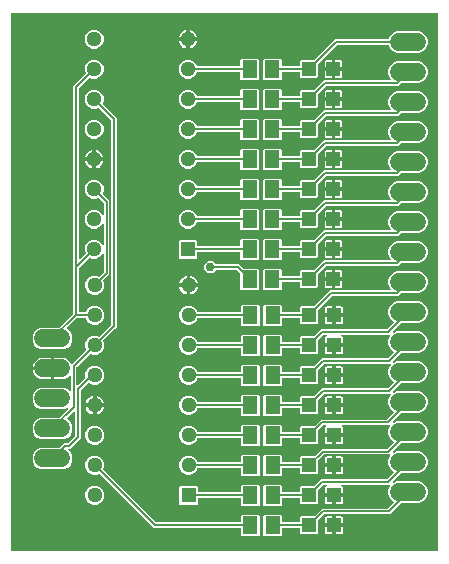
<source format=gbr>
G04 EAGLE Gerber RS-274X export*
G75*
%MOMM*%
%FSLAX34Y34*%
%LPD*%
%INTop Copper*%
%IPPOS*%
%AMOC8*
5,1,8,0,0,1.08239X$1,22.5*%
G01*
%ADD10C,1.524000*%
%ADD11R,1.200000X1.200000*%
%ADD12R,1.300000X1.500000*%
%ADD13R,1.288000X1.288000*%
%ADD14C,1.288000*%
%ADD15C,0.152400*%
%ADD16C,0.756400*%

G36*
X387880Y340745D02*
X387880Y340745D01*
X387899Y340743D01*
X388001Y340765D01*
X388103Y340781D01*
X388120Y340791D01*
X388140Y340795D01*
X388229Y340848D01*
X388320Y340897D01*
X388334Y340911D01*
X388351Y340921D01*
X388418Y341000D01*
X388490Y341075D01*
X388498Y341093D01*
X388511Y341108D01*
X388550Y341204D01*
X388593Y341298D01*
X388595Y341318D01*
X388603Y341336D01*
X388621Y341503D01*
X388621Y795301D01*
X388618Y795321D01*
X388620Y795340D01*
X388598Y795442D01*
X388582Y795544D01*
X388572Y795561D01*
X388568Y795581D01*
X388515Y795670D01*
X388466Y795761D01*
X388452Y795775D01*
X388442Y795792D01*
X388363Y795859D01*
X388288Y795931D01*
X388270Y795939D01*
X388255Y795952D01*
X388159Y795991D01*
X388065Y796034D01*
X388045Y796036D01*
X388027Y796044D01*
X387860Y796062D01*
X27432Y796062D01*
X27412Y796059D01*
X27393Y796061D01*
X27291Y796039D01*
X27189Y796023D01*
X27172Y796013D01*
X27152Y796009D01*
X27063Y795956D01*
X26972Y795907D01*
X26958Y795893D01*
X26941Y795883D01*
X26874Y795804D01*
X26802Y795729D01*
X26794Y795711D01*
X26781Y795696D01*
X26742Y795600D01*
X26699Y795506D01*
X26697Y795486D01*
X26689Y795468D01*
X26671Y795301D01*
X26671Y341503D01*
X26674Y341483D01*
X26672Y341464D01*
X26694Y341362D01*
X26710Y341260D01*
X26720Y341243D01*
X26724Y341223D01*
X26777Y341134D01*
X26826Y341043D01*
X26840Y341029D01*
X26850Y341012D01*
X26929Y340945D01*
X27004Y340873D01*
X27022Y340865D01*
X27037Y340852D01*
X27133Y340813D01*
X27227Y340770D01*
X27247Y340768D01*
X27265Y340760D01*
X27432Y340742D01*
X387860Y340742D01*
X387880Y340745D01*
G37*
%LPC*%
G36*
X241509Y353179D02*
X241509Y353179D01*
X240616Y354072D01*
X240616Y370336D01*
X241509Y371229D01*
X255773Y371229D01*
X256666Y370336D01*
X256666Y365252D01*
X256669Y365232D01*
X256667Y365213D01*
X256689Y365111D01*
X256705Y365009D01*
X256715Y364992D01*
X256719Y364972D01*
X256772Y364883D01*
X256821Y364792D01*
X256835Y364778D01*
X256845Y364761D01*
X256924Y364694D01*
X256999Y364622D01*
X257017Y364614D01*
X257032Y364601D01*
X257128Y364562D01*
X257222Y364519D01*
X257242Y364517D01*
X257260Y364509D01*
X257427Y364491D01*
X271155Y364491D01*
X271175Y364494D01*
X271194Y364492D01*
X271296Y364514D01*
X271398Y364530D01*
X271415Y364540D01*
X271435Y364544D01*
X271524Y364597D01*
X271615Y364646D01*
X271629Y364660D01*
X271646Y364670D01*
X271713Y364749D01*
X271785Y364824D01*
X271793Y364842D01*
X271806Y364857D01*
X271845Y364953D01*
X271888Y365047D01*
X271890Y365067D01*
X271898Y365085D01*
X271916Y365252D01*
X271916Y368836D01*
X272809Y369729D01*
X283417Y369729D01*
X283507Y369743D01*
X283598Y369751D01*
X283627Y369763D01*
X283659Y369768D01*
X283740Y369811D01*
X283824Y369847D01*
X283856Y369873D01*
X283877Y369884D01*
X283899Y369907D01*
X283955Y369952D01*
X288615Y374612D01*
X290178Y376175D01*
X345447Y376175D01*
X345538Y376189D01*
X345628Y376197D01*
X345658Y376209D01*
X345690Y376214D01*
X345771Y376257D01*
X345855Y376293D01*
X345887Y376319D01*
X345908Y376330D01*
X345930Y376353D01*
X345986Y376398D01*
X350770Y381182D01*
X350797Y381219D01*
X350830Y381250D01*
X350868Y381318D01*
X350913Y381381D01*
X350927Y381425D01*
X350949Y381466D01*
X350963Y381542D01*
X350986Y381616D01*
X350984Y381662D01*
X350993Y381708D01*
X350981Y381785D01*
X350979Y381862D01*
X350964Y381905D01*
X350957Y381951D01*
X350922Y382020D01*
X350895Y382093D01*
X350866Y382129D01*
X350845Y382170D01*
X350790Y382225D01*
X350741Y382285D01*
X350702Y382310D01*
X350670Y382342D01*
X350550Y382408D01*
X350534Y382418D01*
X350529Y382420D01*
X350523Y382423D01*
X350293Y382518D01*
X347720Y385091D01*
X346328Y388452D01*
X346328Y392090D01*
X347716Y395441D01*
X347727Y395485D01*
X347746Y395527D01*
X347755Y395604D01*
X347772Y395680D01*
X347768Y395726D01*
X347773Y395771D01*
X347757Y395848D01*
X347749Y395925D01*
X347731Y395967D01*
X347721Y396012D01*
X347681Y396079D01*
X347649Y396150D01*
X347618Y396184D01*
X347595Y396223D01*
X347536Y396274D01*
X347483Y396331D01*
X347443Y396353D01*
X347408Y396383D01*
X347336Y396412D01*
X347267Y396449D01*
X347222Y396458D01*
X347180Y396475D01*
X347044Y396490D01*
X347025Y396493D01*
X347020Y396492D01*
X347013Y396493D01*
X307277Y396493D01*
X307181Y396478D01*
X307084Y396468D01*
X307060Y396458D01*
X307034Y396454D01*
X306948Y396408D01*
X306859Y396368D01*
X306840Y396351D01*
X306817Y396338D01*
X306750Y396268D01*
X306678Y396202D01*
X306666Y396179D01*
X306648Y396160D01*
X306606Y396072D01*
X306560Y395986D01*
X306555Y395961D01*
X306544Y395937D01*
X306533Y395840D01*
X306516Y395744D01*
X306520Y395718D01*
X306517Y395693D01*
X306537Y395598D01*
X306552Y395501D01*
X306563Y395478D01*
X306569Y395452D01*
X306619Y395369D01*
X306663Y395282D01*
X306682Y395263D01*
X306695Y395241D01*
X306769Y395178D01*
X306839Y395110D01*
X306867Y395094D01*
X306882Y395081D01*
X306913Y395069D01*
X306986Y395029D01*
X307305Y394897D01*
X307734Y394468D01*
X307966Y393907D01*
X307966Y389127D01*
X301203Y389127D01*
X301183Y389124D01*
X301164Y389126D01*
X301062Y389104D01*
X300960Y389087D01*
X300943Y389078D01*
X300923Y389074D01*
X300834Y389021D01*
X300743Y388972D01*
X300729Y388958D01*
X300712Y388948D01*
X300645Y388869D01*
X300574Y388794D01*
X300565Y388776D01*
X300552Y388761D01*
X300513Y388665D01*
X300470Y388571D01*
X300468Y388551D01*
X300460Y388533D01*
X300442Y388366D01*
X300442Y387603D01*
X300440Y387603D01*
X300440Y388366D01*
X300437Y388386D01*
X300439Y388405D01*
X300417Y388507D01*
X300400Y388609D01*
X300391Y388626D01*
X300387Y388646D01*
X300334Y388735D01*
X300285Y388826D01*
X300271Y388840D01*
X300261Y388857D01*
X300182Y388924D01*
X300107Y388995D01*
X300089Y389004D01*
X300074Y389017D01*
X299978Y389056D01*
X299884Y389099D01*
X299864Y389101D01*
X299846Y389109D01*
X299679Y389127D01*
X292916Y389127D01*
X292916Y393907D01*
X293148Y394468D01*
X293577Y394897D01*
X293896Y395029D01*
X293979Y395080D01*
X294065Y395126D01*
X294083Y395145D01*
X294105Y395158D01*
X294167Y395233D01*
X294234Y395304D01*
X294246Y395328D01*
X294262Y395348D01*
X294297Y395438D01*
X294338Y395527D01*
X294341Y395553D01*
X294350Y395577D01*
X294354Y395675D01*
X294365Y395771D01*
X294360Y395797D01*
X294361Y395823D01*
X294334Y395917D01*
X294313Y396012D01*
X294300Y396034D01*
X294292Y396059D01*
X294237Y396139D01*
X294187Y396223D01*
X294167Y396240D01*
X294152Y396261D01*
X294074Y396319D01*
X294000Y396383D01*
X293976Y396393D01*
X293955Y396408D01*
X293862Y396438D01*
X293772Y396475D01*
X293739Y396478D01*
X293721Y396484D01*
X293688Y396484D01*
X293605Y396493D01*
X291880Y396493D01*
X291789Y396479D01*
X291699Y396471D01*
X291669Y396459D01*
X291637Y396454D01*
X291556Y396411D01*
X291472Y396375D01*
X291440Y396349D01*
X291419Y396338D01*
X291397Y396315D01*
X291341Y396270D01*
X287189Y392118D01*
X287136Y392044D01*
X287076Y391974D01*
X287064Y391944D01*
X287045Y391918D01*
X287018Y391831D01*
X286984Y391746D01*
X286980Y391705D01*
X286973Y391683D01*
X286974Y391651D01*
X286966Y391579D01*
X286966Y380972D01*
X286073Y380079D01*
X272809Y380079D01*
X271916Y380972D01*
X271916Y384556D01*
X271913Y384576D01*
X271915Y384595D01*
X271893Y384697D01*
X271877Y384799D01*
X271867Y384816D01*
X271863Y384836D01*
X271810Y384925D01*
X271761Y385016D01*
X271747Y385030D01*
X271737Y385047D01*
X271658Y385114D01*
X271583Y385186D01*
X271565Y385194D01*
X271550Y385207D01*
X271454Y385246D01*
X271360Y385289D01*
X271340Y385291D01*
X271322Y385299D01*
X271155Y385317D01*
X257427Y385317D01*
X257407Y385314D01*
X257388Y385316D01*
X257286Y385294D01*
X257184Y385278D01*
X257167Y385268D01*
X257147Y385264D01*
X257058Y385211D01*
X256967Y385162D01*
X256953Y385148D01*
X256936Y385138D01*
X256869Y385059D01*
X256797Y384984D01*
X256789Y384966D01*
X256776Y384951D01*
X256737Y384855D01*
X256694Y384761D01*
X256692Y384741D01*
X256684Y384723D01*
X256666Y384556D01*
X256666Y379472D01*
X255773Y378579D01*
X241509Y378579D01*
X240616Y379472D01*
X240616Y395736D01*
X241509Y396629D01*
X255773Y396629D01*
X256666Y395736D01*
X256666Y390652D01*
X256669Y390632D01*
X256667Y390613D01*
X256689Y390511D01*
X256705Y390409D01*
X256715Y390392D01*
X256719Y390372D01*
X256772Y390283D01*
X256821Y390192D01*
X256835Y390178D01*
X256845Y390161D01*
X256924Y390094D01*
X256999Y390022D01*
X257017Y390014D01*
X257032Y390001D01*
X257128Y389962D01*
X257222Y389919D01*
X257242Y389917D01*
X257260Y389909D01*
X257427Y389891D01*
X271155Y389891D01*
X271175Y389894D01*
X271194Y389892D01*
X271296Y389914D01*
X271398Y389930D01*
X271415Y389940D01*
X271435Y389944D01*
X271524Y389997D01*
X271615Y390046D01*
X271629Y390060D01*
X271646Y390070D01*
X271713Y390149D01*
X271785Y390224D01*
X271793Y390242D01*
X271806Y390257D01*
X271845Y390353D01*
X271888Y390447D01*
X271890Y390467D01*
X271898Y390485D01*
X271916Y390652D01*
X271916Y394236D01*
X272809Y395129D01*
X283416Y395129D01*
X283507Y395143D01*
X283597Y395151D01*
X283627Y395163D01*
X283659Y395168D01*
X283740Y395211D01*
X283824Y395247D01*
X283856Y395273D01*
X283877Y395284D01*
X283899Y395307D01*
X283955Y395352D01*
X289670Y401067D01*
X344939Y401067D01*
X345030Y401081D01*
X345120Y401089D01*
X345150Y401101D01*
X345182Y401106D01*
X345263Y401149D01*
X345347Y401185D01*
X345379Y401211D01*
X345400Y401222D01*
X345422Y401245D01*
X345478Y401290D01*
X350770Y406582D01*
X350797Y406619D01*
X350830Y406650D01*
X350868Y406718D01*
X350913Y406781D01*
X350927Y406825D01*
X350949Y406866D01*
X350963Y406942D01*
X350986Y407016D01*
X350984Y407062D01*
X350993Y407108D01*
X350981Y407185D01*
X350979Y407262D01*
X350964Y407305D01*
X350957Y407351D01*
X350922Y407420D01*
X350895Y407493D01*
X350866Y407529D01*
X350845Y407570D01*
X350790Y407625D01*
X350741Y407685D01*
X350702Y407710D01*
X350670Y407742D01*
X350550Y407808D01*
X350534Y407818D01*
X350529Y407820D01*
X350523Y407823D01*
X350293Y407918D01*
X347720Y410491D01*
X346328Y413852D01*
X346328Y417490D01*
X347722Y420854D01*
X347759Y420906D01*
X347808Y420958D01*
X347830Y421005D01*
X347861Y421047D01*
X347882Y421116D01*
X347912Y421181D01*
X347918Y421233D01*
X347933Y421282D01*
X347931Y421354D01*
X347939Y421425D01*
X347928Y421476D01*
X347927Y421528D01*
X347902Y421596D01*
X347887Y421666D01*
X347860Y421711D01*
X347842Y421759D01*
X347797Y421815D01*
X347761Y421877D01*
X347721Y421911D01*
X347689Y421951D01*
X347628Y421990D01*
X347574Y422037D01*
X347525Y422056D01*
X347482Y422084D01*
X347412Y422102D01*
X347346Y422129D01*
X347274Y422137D01*
X347243Y422145D01*
X347220Y422143D01*
X347179Y422147D01*
X292133Y422147D01*
X292043Y422133D01*
X291952Y422125D01*
X291923Y422113D01*
X291891Y422108D01*
X291810Y422065D01*
X291726Y422029D01*
X291694Y422003D01*
X291673Y421992D01*
X291651Y421969D01*
X291595Y421924D01*
X287189Y417518D01*
X287136Y417444D01*
X287076Y417374D01*
X287064Y417344D01*
X287045Y417318D01*
X287018Y417231D01*
X286984Y417146D01*
X286980Y417105D01*
X286973Y417083D01*
X286974Y417051D01*
X286966Y416980D01*
X286966Y406372D01*
X286073Y405479D01*
X272809Y405479D01*
X271916Y406372D01*
X271916Y409956D01*
X271913Y409976D01*
X271915Y409995D01*
X271893Y410097D01*
X271877Y410199D01*
X271867Y410216D01*
X271863Y410236D01*
X271810Y410325D01*
X271761Y410416D01*
X271747Y410430D01*
X271737Y410447D01*
X271658Y410514D01*
X271583Y410586D01*
X271565Y410594D01*
X271550Y410607D01*
X271454Y410646D01*
X271360Y410689D01*
X271340Y410691D01*
X271322Y410699D01*
X271155Y410717D01*
X257427Y410717D01*
X257407Y410714D01*
X257388Y410716D01*
X257286Y410694D01*
X257184Y410678D01*
X257167Y410668D01*
X257147Y410664D01*
X257058Y410611D01*
X256967Y410562D01*
X256953Y410548D01*
X256936Y410538D01*
X256869Y410459D01*
X256797Y410384D01*
X256789Y410366D01*
X256776Y410351D01*
X256737Y410255D01*
X256694Y410161D01*
X256692Y410141D01*
X256684Y410123D01*
X256666Y409956D01*
X256666Y404872D01*
X255773Y403979D01*
X241509Y403979D01*
X240616Y404872D01*
X240616Y421136D01*
X241509Y422029D01*
X255773Y422029D01*
X256666Y421136D01*
X256666Y416052D01*
X256669Y416032D01*
X256667Y416013D01*
X256689Y415911D01*
X256705Y415809D01*
X256715Y415792D01*
X256719Y415772D01*
X256772Y415683D01*
X256821Y415592D01*
X256835Y415578D01*
X256845Y415561D01*
X256924Y415494D01*
X256999Y415422D01*
X257017Y415414D01*
X257032Y415401D01*
X257128Y415362D01*
X257222Y415319D01*
X257242Y415317D01*
X257260Y415309D01*
X257427Y415291D01*
X271155Y415291D01*
X271175Y415294D01*
X271194Y415292D01*
X271296Y415314D01*
X271398Y415330D01*
X271415Y415340D01*
X271435Y415344D01*
X271524Y415397D01*
X271615Y415446D01*
X271629Y415460D01*
X271646Y415470D01*
X271713Y415549D01*
X271785Y415624D01*
X271793Y415642D01*
X271806Y415657D01*
X271845Y415753D01*
X271888Y415847D01*
X271890Y415867D01*
X271898Y415885D01*
X271916Y416052D01*
X271916Y419636D01*
X272809Y420529D01*
X283417Y420529D01*
X283507Y420543D01*
X283598Y420551D01*
X283627Y420563D01*
X283659Y420568D01*
X283740Y420611D01*
X283824Y420647D01*
X283856Y420673D01*
X283877Y420684D01*
X283899Y420707D01*
X283955Y420752D01*
X288361Y425158D01*
X289924Y426721D01*
X345193Y426721D01*
X345284Y426735D01*
X345374Y426743D01*
X345404Y426755D01*
X345436Y426760D01*
X345517Y426803D01*
X345601Y426839D01*
X345633Y426865D01*
X345654Y426876D01*
X345676Y426899D01*
X345732Y426944D01*
X350770Y431982D01*
X350797Y432019D01*
X350830Y432050D01*
X350868Y432118D01*
X350913Y432181D01*
X350927Y432225D01*
X350949Y432266D01*
X350963Y432342D01*
X350986Y432416D01*
X350984Y432462D01*
X350993Y432508D01*
X350981Y432585D01*
X350979Y432662D01*
X350964Y432705D01*
X350957Y432751D01*
X350922Y432820D01*
X350895Y432893D01*
X350866Y432929D01*
X350845Y432970D01*
X350790Y433025D01*
X350741Y433085D01*
X350702Y433110D01*
X350670Y433142D01*
X350550Y433208D01*
X350534Y433218D01*
X350529Y433220D01*
X350523Y433223D01*
X350293Y433318D01*
X347720Y435891D01*
X346328Y439252D01*
X346328Y442890D01*
X347611Y445987D01*
X347621Y446031D01*
X347641Y446073D01*
X347649Y446150D01*
X347667Y446226D01*
X347663Y446272D01*
X347668Y446317D01*
X347651Y446394D01*
X347644Y446471D01*
X347625Y446513D01*
X347616Y446558D01*
X347576Y446625D01*
X347544Y446696D01*
X347513Y446730D01*
X347489Y446769D01*
X347430Y446820D01*
X347378Y446877D01*
X347337Y446899D01*
X347303Y446929D01*
X347230Y446958D01*
X347162Y446995D01*
X347117Y447004D01*
X347074Y447021D01*
X346938Y447036D01*
X346920Y447039D01*
X346915Y447038D01*
X346908Y447039D01*
X307800Y447039D01*
X307729Y447028D01*
X307657Y447026D01*
X307608Y447008D01*
X307557Y447000D01*
X307494Y446966D01*
X307426Y446941D01*
X307386Y446909D01*
X307340Y446884D01*
X307290Y446832D01*
X307234Y446788D01*
X307206Y446744D01*
X307170Y446706D01*
X307140Y446641D01*
X307101Y446581D01*
X307089Y446530D01*
X307067Y446483D01*
X307059Y446412D01*
X307041Y446342D01*
X307045Y446290D01*
X307040Y446239D01*
X307055Y446168D01*
X307060Y446097D01*
X307081Y446049D01*
X307092Y445998D01*
X307129Y445937D01*
X307157Y445871D01*
X307202Y445815D01*
X307218Y445787D01*
X307236Y445772D01*
X307262Y445740D01*
X307734Y445268D01*
X307966Y444707D01*
X307966Y439927D01*
X301203Y439927D01*
X301183Y439924D01*
X301164Y439926D01*
X301062Y439904D01*
X300960Y439887D01*
X300943Y439878D01*
X300923Y439874D01*
X300834Y439821D01*
X300743Y439772D01*
X300729Y439758D01*
X300712Y439748D01*
X300645Y439669D01*
X300574Y439594D01*
X300565Y439576D01*
X300552Y439561D01*
X300513Y439465D01*
X300470Y439371D01*
X300468Y439351D01*
X300460Y439333D01*
X300442Y439166D01*
X300442Y438403D01*
X300440Y438403D01*
X300440Y439166D01*
X300437Y439186D01*
X300439Y439205D01*
X300417Y439307D01*
X300400Y439409D01*
X300391Y439426D01*
X300387Y439446D01*
X300334Y439535D01*
X300285Y439626D01*
X300271Y439640D01*
X300261Y439657D01*
X300182Y439724D01*
X300107Y439795D01*
X300089Y439804D01*
X300074Y439817D01*
X299978Y439856D01*
X299884Y439899D01*
X299864Y439901D01*
X299846Y439909D01*
X299679Y439927D01*
X292916Y439927D01*
X292916Y444707D01*
X293148Y445268D01*
X293620Y445740D01*
X293662Y445798D01*
X293712Y445850D01*
X293734Y445897D01*
X293764Y445939D01*
X293785Y446008D01*
X293815Y446073D01*
X293821Y446125D01*
X293836Y446175D01*
X293834Y446246D01*
X293842Y446317D01*
X293831Y446368D01*
X293830Y446420D01*
X293805Y446488D01*
X293790Y446558D01*
X293763Y446603D01*
X293746Y446651D01*
X293701Y446707D01*
X293664Y446769D01*
X293624Y446803D01*
X293592Y446843D01*
X293532Y446882D01*
X293477Y446929D01*
X293429Y446948D01*
X293385Y446976D01*
X293316Y446994D01*
X293249Y447021D01*
X293178Y447029D01*
X293146Y447037D01*
X293123Y447035D01*
X293082Y447039D01*
X291626Y447039D01*
X291535Y447025D01*
X291445Y447017D01*
X291415Y447005D01*
X291383Y447000D01*
X291302Y446957D01*
X291218Y446921D01*
X291186Y446895D01*
X291165Y446884D01*
X291143Y446861D01*
X291087Y446816D01*
X287189Y442918D01*
X287136Y442844D01*
X287076Y442774D01*
X287064Y442744D01*
X287045Y442718D01*
X287018Y442631D01*
X286984Y442546D01*
X286980Y442505D01*
X286973Y442483D01*
X286974Y442451D01*
X286966Y442379D01*
X286966Y431772D01*
X286073Y430879D01*
X272809Y430879D01*
X271916Y431772D01*
X271916Y435356D01*
X271913Y435376D01*
X271915Y435395D01*
X271893Y435497D01*
X271877Y435599D01*
X271867Y435616D01*
X271863Y435636D01*
X271810Y435725D01*
X271761Y435816D01*
X271747Y435830D01*
X271737Y435847D01*
X271658Y435914D01*
X271583Y435986D01*
X271565Y435994D01*
X271550Y436007D01*
X271454Y436046D01*
X271360Y436089D01*
X271340Y436091D01*
X271322Y436099D01*
X271155Y436117D01*
X257427Y436117D01*
X257407Y436114D01*
X257388Y436116D01*
X257286Y436094D01*
X257184Y436078D01*
X257167Y436068D01*
X257147Y436064D01*
X257058Y436011D01*
X256967Y435962D01*
X256953Y435948D01*
X256936Y435938D01*
X256869Y435859D01*
X256797Y435784D01*
X256789Y435766D01*
X256776Y435751D01*
X256737Y435655D01*
X256694Y435561D01*
X256692Y435541D01*
X256684Y435523D01*
X256666Y435356D01*
X256666Y430272D01*
X255773Y429379D01*
X241509Y429379D01*
X240616Y430272D01*
X240616Y446536D01*
X241509Y447429D01*
X255773Y447429D01*
X256666Y446536D01*
X256666Y441452D01*
X256669Y441432D01*
X256667Y441413D01*
X256689Y441311D01*
X256705Y441209D01*
X256715Y441192D01*
X256719Y441172D01*
X256772Y441083D01*
X256821Y440992D01*
X256835Y440978D01*
X256845Y440961D01*
X256924Y440894D01*
X256999Y440822D01*
X257017Y440814D01*
X257032Y440801D01*
X257128Y440762D01*
X257222Y440719D01*
X257242Y440717D01*
X257260Y440709D01*
X257427Y440691D01*
X271155Y440691D01*
X271175Y440694D01*
X271194Y440692D01*
X271296Y440714D01*
X271398Y440730D01*
X271415Y440740D01*
X271435Y440744D01*
X271524Y440797D01*
X271615Y440846D01*
X271629Y440860D01*
X271646Y440870D01*
X271713Y440949D01*
X271785Y441024D01*
X271793Y441042D01*
X271806Y441057D01*
X271845Y441153D01*
X271888Y441247D01*
X271890Y441267D01*
X271898Y441285D01*
X271916Y441452D01*
X271916Y445036D01*
X272809Y445929D01*
X283416Y445929D01*
X283507Y445943D01*
X283597Y445951D01*
X283627Y445963D01*
X283659Y445968D01*
X283740Y446011D01*
X283824Y446047D01*
X283856Y446073D01*
X283877Y446084D01*
X283899Y446107D01*
X283955Y446152D01*
X289416Y451613D01*
X344686Y451613D01*
X344776Y451627D01*
X344867Y451635D01*
X344896Y451647D01*
X344928Y451652D01*
X345009Y451695D01*
X345093Y451731D01*
X345125Y451757D01*
X345146Y451768D01*
X345168Y451791D01*
X345224Y451836D01*
X350770Y457382D01*
X350797Y457419D01*
X350830Y457450D01*
X350868Y457518D01*
X350913Y457581D01*
X350927Y457625D01*
X350949Y457666D01*
X350963Y457742D01*
X350986Y457816D01*
X350984Y457862D01*
X350993Y457908D01*
X350981Y457985D01*
X350979Y458062D01*
X350964Y458106D01*
X350957Y458151D01*
X350922Y458220D01*
X350895Y458293D01*
X350866Y458329D01*
X350845Y458370D01*
X350790Y458425D01*
X350741Y458485D01*
X350702Y458510D01*
X350670Y458542D01*
X350550Y458608D01*
X350534Y458618D01*
X350529Y458620D01*
X350523Y458623D01*
X350293Y458718D01*
X347720Y461291D01*
X346328Y464652D01*
X346328Y468290D01*
X347720Y471651D01*
X348225Y472156D01*
X348267Y472214D01*
X348316Y472266D01*
X348338Y472313D01*
X348369Y472355D01*
X348390Y472424D01*
X348420Y472489D01*
X348426Y472541D01*
X348441Y472591D01*
X348439Y472662D01*
X348447Y472733D01*
X348436Y472784D01*
X348435Y472836D01*
X348410Y472904D01*
X348395Y472974D01*
X348368Y473019D01*
X348350Y473067D01*
X348305Y473123D01*
X348269Y473185D01*
X348229Y473219D01*
X348197Y473259D01*
X348136Y473298D01*
X348082Y473345D01*
X348033Y473364D01*
X347990Y473392D01*
X347920Y473410D01*
X347854Y473437D01*
X347782Y473445D01*
X347751Y473453D01*
X347728Y473451D01*
X347687Y473455D01*
X292642Y473455D01*
X292551Y473441D01*
X292461Y473433D01*
X292431Y473421D01*
X292399Y473416D01*
X292318Y473373D01*
X292234Y473337D01*
X292202Y473311D01*
X292181Y473300D01*
X292159Y473277D01*
X292103Y473232D01*
X287189Y468318D01*
X287136Y468244D01*
X287076Y468174D01*
X287064Y468144D01*
X287045Y468118D01*
X287018Y468031D01*
X286984Y467946D01*
X286980Y467905D01*
X286973Y467883D01*
X286974Y467851D01*
X286966Y467779D01*
X286966Y457172D01*
X286073Y456279D01*
X272809Y456279D01*
X271916Y457172D01*
X271916Y460756D01*
X271913Y460776D01*
X271915Y460795D01*
X271893Y460897D01*
X271877Y460999D01*
X271867Y461016D01*
X271863Y461036D01*
X271810Y461125D01*
X271761Y461216D01*
X271747Y461230D01*
X271737Y461247D01*
X271658Y461314D01*
X271583Y461386D01*
X271565Y461394D01*
X271550Y461407D01*
X271454Y461446D01*
X271360Y461489D01*
X271340Y461491D01*
X271322Y461499D01*
X271155Y461517D01*
X257427Y461517D01*
X257407Y461514D01*
X257388Y461516D01*
X257286Y461494D01*
X257184Y461478D01*
X257167Y461468D01*
X257147Y461464D01*
X257058Y461411D01*
X256967Y461362D01*
X256953Y461348D01*
X256936Y461338D01*
X256869Y461259D01*
X256797Y461184D01*
X256789Y461166D01*
X256776Y461151D01*
X256737Y461055D01*
X256694Y460961D01*
X256692Y460941D01*
X256684Y460923D01*
X256666Y460756D01*
X256666Y455672D01*
X255773Y454779D01*
X241509Y454779D01*
X240616Y455672D01*
X240616Y471936D01*
X241509Y472829D01*
X255773Y472829D01*
X256666Y471936D01*
X256666Y466852D01*
X256669Y466832D01*
X256667Y466813D01*
X256689Y466711D01*
X256705Y466609D01*
X256715Y466592D01*
X256719Y466572D01*
X256772Y466483D01*
X256821Y466392D01*
X256835Y466378D01*
X256845Y466361D01*
X256924Y466294D01*
X256999Y466222D01*
X257017Y466214D01*
X257032Y466201D01*
X257128Y466162D01*
X257222Y466119D01*
X257242Y466117D01*
X257260Y466109D01*
X257427Y466091D01*
X271155Y466091D01*
X271175Y466094D01*
X271194Y466092D01*
X271296Y466114D01*
X271398Y466130D01*
X271415Y466140D01*
X271435Y466144D01*
X271524Y466197D01*
X271615Y466246D01*
X271629Y466260D01*
X271646Y466270D01*
X271713Y466349D01*
X271785Y466424D01*
X271793Y466442D01*
X271806Y466457D01*
X271844Y466553D01*
X271888Y466647D01*
X271890Y466667D01*
X271898Y466685D01*
X271916Y466852D01*
X271916Y470436D01*
X272809Y471329D01*
X283416Y471329D01*
X283507Y471343D01*
X283597Y471351D01*
X283627Y471363D01*
X283659Y471368D01*
X283740Y471411D01*
X283824Y471447D01*
X283856Y471473D01*
X283877Y471484D01*
X283899Y471507D01*
X283955Y471552D01*
X290432Y478029D01*
X345701Y478029D01*
X345792Y478043D01*
X345882Y478051D01*
X345912Y478063D01*
X345944Y478068D01*
X346025Y478111D01*
X346109Y478147D01*
X346141Y478173D01*
X346162Y478184D01*
X346184Y478207D01*
X346240Y478252D01*
X350770Y482782D01*
X350797Y482819D01*
X350830Y482850D01*
X350868Y482918D01*
X350913Y482981D01*
X350927Y483025D01*
X350949Y483066D01*
X350963Y483142D01*
X350986Y483216D01*
X350984Y483262D01*
X350993Y483308D01*
X350981Y483385D01*
X350979Y483462D01*
X350964Y483505D01*
X350957Y483551D01*
X350922Y483620D01*
X350895Y483693D01*
X350866Y483729D01*
X350845Y483770D01*
X350790Y483825D01*
X350741Y483885D01*
X350702Y483910D01*
X350670Y483942D01*
X350550Y484008D01*
X350534Y484018D01*
X350529Y484020D01*
X350523Y484023D01*
X350293Y484118D01*
X347720Y486691D01*
X346328Y490052D01*
X346328Y493690D01*
X347720Y497051D01*
X348352Y497683D01*
X348394Y497741D01*
X348443Y497793D01*
X348465Y497840D01*
X348496Y497882D01*
X348517Y497951D01*
X348547Y498016D01*
X348553Y498068D01*
X348568Y498118D01*
X348566Y498189D01*
X348574Y498260D01*
X348563Y498311D01*
X348562Y498363D01*
X348537Y498431D01*
X348522Y498501D01*
X348495Y498546D01*
X348477Y498594D01*
X348432Y498650D01*
X348396Y498712D01*
X348356Y498746D01*
X348324Y498786D01*
X348263Y498825D01*
X348209Y498872D01*
X348160Y498891D01*
X348117Y498919D01*
X348047Y498937D01*
X347981Y498964D01*
X347909Y498972D01*
X347878Y498980D01*
X347855Y498978D01*
X347814Y498982D01*
X292769Y498982D01*
X292678Y498968D01*
X292588Y498960D01*
X292558Y498948D01*
X292526Y498943D01*
X292445Y498900D01*
X292361Y498864D01*
X292329Y498838D01*
X292308Y498827D01*
X292286Y498804D01*
X292230Y498759D01*
X287189Y493718D01*
X287136Y493644D01*
X287076Y493574D01*
X287064Y493544D01*
X287045Y493518D01*
X287018Y493431D01*
X286984Y493346D01*
X286980Y493305D01*
X286973Y493283D01*
X286974Y493251D01*
X286966Y493179D01*
X286966Y482572D01*
X286073Y481679D01*
X272809Y481679D01*
X271916Y482572D01*
X271916Y486156D01*
X271914Y486169D01*
X271915Y486180D01*
X271914Y486185D01*
X271915Y486195D01*
X271893Y486297D01*
X271877Y486399D01*
X271867Y486416D01*
X271863Y486436D01*
X271810Y486525D01*
X271761Y486616D01*
X271747Y486630D01*
X271737Y486647D01*
X271658Y486714D01*
X271583Y486786D01*
X271565Y486794D01*
X271550Y486807D01*
X271454Y486846D01*
X271360Y486889D01*
X271340Y486891D01*
X271322Y486899D01*
X271155Y486917D01*
X257427Y486917D01*
X257407Y486914D01*
X257388Y486916D01*
X257286Y486894D01*
X257184Y486878D01*
X257167Y486868D01*
X257147Y486864D01*
X257058Y486811D01*
X256967Y486762D01*
X256953Y486748D01*
X256936Y486738D01*
X256869Y486659D01*
X256797Y486584D01*
X256789Y486566D01*
X256776Y486551D01*
X256737Y486455D01*
X256694Y486361D01*
X256692Y486341D01*
X256684Y486323D01*
X256666Y486156D01*
X256666Y481072D01*
X255773Y480179D01*
X241509Y480179D01*
X240616Y481072D01*
X240616Y497336D01*
X241509Y498229D01*
X255773Y498229D01*
X256666Y497336D01*
X256666Y492252D01*
X256669Y492232D01*
X256667Y492213D01*
X256689Y492111D01*
X256705Y492009D01*
X256715Y491992D01*
X256719Y491972D01*
X256772Y491883D01*
X256821Y491792D01*
X256835Y491778D01*
X256845Y491761D01*
X256924Y491694D01*
X256999Y491622D01*
X257017Y491614D01*
X257032Y491601D01*
X257128Y491562D01*
X257222Y491519D01*
X257242Y491517D01*
X257260Y491509D01*
X257427Y491491D01*
X271155Y491491D01*
X271175Y491494D01*
X271194Y491492D01*
X271296Y491514D01*
X271398Y491530D01*
X271415Y491540D01*
X271435Y491544D01*
X271524Y491597D01*
X271615Y491646D01*
X271629Y491660D01*
X271646Y491670D01*
X271713Y491749D01*
X271785Y491824D01*
X271793Y491842D01*
X271806Y491857D01*
X271845Y491953D01*
X271888Y492047D01*
X271890Y492067D01*
X271898Y492085D01*
X271916Y492252D01*
X271916Y495836D01*
X272809Y496729D01*
X283416Y496729D01*
X283507Y496743D01*
X283597Y496751D01*
X283627Y496763D01*
X283659Y496768D01*
X283740Y496811D01*
X283824Y496847D01*
X283856Y496873D01*
X283877Y496884D01*
X283899Y496907D01*
X283955Y496952D01*
X290559Y503556D01*
X345828Y503556D01*
X345919Y503570D01*
X346009Y503578D01*
X346039Y503590D01*
X346071Y503595D01*
X346152Y503638D01*
X346236Y503674D01*
X346268Y503700D01*
X346289Y503711D01*
X346311Y503734D01*
X346367Y503779D01*
X350770Y508182D01*
X350797Y508219D01*
X350830Y508250D01*
X350868Y508318D01*
X350913Y508381D01*
X350927Y508425D01*
X350949Y508466D01*
X350963Y508542D01*
X350986Y508616D01*
X350984Y508662D01*
X350993Y508708D01*
X350981Y508785D01*
X350979Y508862D01*
X350964Y508905D01*
X350957Y508951D01*
X350922Y509020D01*
X350895Y509093D01*
X350866Y509129D01*
X350845Y509170D01*
X350790Y509225D01*
X350741Y509285D01*
X350702Y509310D01*
X350670Y509342D01*
X350550Y509408D01*
X350534Y509418D01*
X350529Y509420D01*
X350523Y509423D01*
X350293Y509518D01*
X347720Y512091D01*
X346328Y515452D01*
X346328Y519090D01*
X347716Y522441D01*
X347724Y522474D01*
X347725Y522475D01*
X347725Y522478D01*
X347727Y522485D01*
X347746Y522527D01*
X347755Y522604D01*
X347772Y522680D01*
X347768Y522726D01*
X347773Y522771D01*
X347757Y522848D01*
X347749Y522925D01*
X347731Y522967D01*
X347721Y523012D01*
X347681Y523079D01*
X347649Y523150D01*
X347618Y523184D01*
X347595Y523223D01*
X347536Y523274D01*
X347483Y523331D01*
X347443Y523353D01*
X347408Y523383D01*
X347336Y523412D01*
X347267Y523449D01*
X347222Y523458D01*
X347180Y523475D01*
X347044Y523490D01*
X347025Y523493D01*
X347020Y523492D01*
X347013Y523493D01*
X307277Y523493D01*
X307181Y523478D01*
X307084Y523468D01*
X307060Y523458D01*
X307034Y523454D01*
X306948Y523408D01*
X306859Y523368D01*
X306840Y523351D01*
X306817Y523338D01*
X306750Y523268D01*
X306678Y523202D01*
X306666Y523179D01*
X306648Y523160D01*
X306606Y523072D01*
X306560Y522986D01*
X306555Y522961D01*
X306544Y522937D01*
X306533Y522840D01*
X306516Y522744D01*
X306520Y522718D01*
X306517Y522693D01*
X306537Y522597D01*
X306552Y522501D01*
X306564Y522478D01*
X306569Y522452D01*
X306619Y522369D01*
X306663Y522282D01*
X306682Y522263D01*
X306695Y522241D01*
X306769Y522178D01*
X306839Y522110D01*
X306867Y522094D01*
X306882Y522081D01*
X306913Y522069D01*
X306986Y522029D01*
X307305Y521897D01*
X307734Y521468D01*
X307966Y520907D01*
X307966Y516127D01*
X301203Y516127D01*
X301183Y516124D01*
X301164Y516126D01*
X301062Y516104D01*
X300960Y516087D01*
X300943Y516078D01*
X300923Y516074D01*
X300834Y516021D01*
X300743Y515972D01*
X300729Y515958D01*
X300712Y515948D01*
X300645Y515869D01*
X300574Y515794D01*
X300565Y515776D01*
X300552Y515761D01*
X300513Y515665D01*
X300470Y515571D01*
X300468Y515551D01*
X300460Y515533D01*
X300442Y515366D01*
X300442Y514603D01*
X300440Y514603D01*
X300440Y515366D01*
X300437Y515386D01*
X300439Y515405D01*
X300417Y515507D01*
X300400Y515609D01*
X300391Y515626D01*
X300387Y515646D01*
X300334Y515735D01*
X300285Y515826D01*
X300271Y515840D01*
X300261Y515857D01*
X300182Y515924D01*
X300107Y515995D01*
X300089Y516004D01*
X300074Y516017D01*
X299978Y516056D01*
X299884Y516099D01*
X299864Y516101D01*
X299846Y516109D01*
X299679Y516127D01*
X292916Y516127D01*
X292916Y520907D01*
X293148Y521468D01*
X293577Y521897D01*
X293896Y522029D01*
X293979Y522080D01*
X294065Y522126D01*
X294083Y522144D01*
X294105Y522158D01*
X294168Y522234D01*
X294234Y522304D01*
X294245Y522328D01*
X294262Y522348D01*
X294297Y522439D01*
X294338Y522527D01*
X294341Y522553D01*
X294350Y522577D01*
X294354Y522675D01*
X294365Y522771D01*
X294360Y522797D01*
X294361Y522823D01*
X294334Y522917D01*
X294313Y523012D01*
X294299Y523034D01*
X294292Y523059D01*
X294237Y523139D01*
X294187Y523223D01*
X294167Y523240D01*
X294152Y523261D01*
X294074Y523320D01*
X294000Y523383D01*
X293976Y523393D01*
X293955Y523408D01*
X293862Y523438D01*
X293772Y523475D01*
X293739Y523478D01*
X293721Y523484D01*
X293688Y523484D01*
X293605Y523493D01*
X291880Y523493D01*
X291789Y523479D01*
X291699Y523471D01*
X291669Y523459D01*
X291637Y523454D01*
X291556Y523411D01*
X291472Y523375D01*
X291440Y523349D01*
X291419Y523338D01*
X291397Y523315D01*
X291341Y523270D01*
X287189Y519118D01*
X287136Y519044D01*
X287076Y518974D01*
X287064Y518944D01*
X287045Y518918D01*
X287018Y518831D01*
X286984Y518746D01*
X286980Y518705D01*
X286973Y518683D01*
X286974Y518651D01*
X286966Y518579D01*
X286966Y507972D01*
X286073Y507079D01*
X272809Y507079D01*
X271916Y507972D01*
X271916Y511556D01*
X271913Y511576D01*
X271915Y511595D01*
X271893Y511697D01*
X271877Y511799D01*
X271867Y511816D01*
X271863Y511836D01*
X271810Y511925D01*
X271761Y512016D01*
X271747Y512030D01*
X271737Y512047D01*
X271658Y512114D01*
X271583Y512186D01*
X271565Y512194D01*
X271550Y512207D01*
X271454Y512246D01*
X271360Y512289D01*
X271340Y512291D01*
X271322Y512299D01*
X271155Y512317D01*
X257427Y512317D01*
X257407Y512314D01*
X257388Y512316D01*
X257286Y512294D01*
X257184Y512278D01*
X257167Y512268D01*
X257147Y512264D01*
X257058Y512211D01*
X256967Y512162D01*
X256953Y512148D01*
X256936Y512138D01*
X256869Y512059D01*
X256797Y511984D01*
X256789Y511966D01*
X256776Y511951D01*
X256737Y511855D01*
X256694Y511761D01*
X256692Y511741D01*
X256684Y511723D01*
X256666Y511556D01*
X256666Y506472D01*
X255773Y505579D01*
X241509Y505579D01*
X240616Y506472D01*
X240616Y522736D01*
X241509Y523629D01*
X255773Y523629D01*
X256666Y522736D01*
X256666Y517652D01*
X256669Y517632D01*
X256667Y517613D01*
X256689Y517511D01*
X256705Y517409D01*
X256715Y517392D01*
X256719Y517372D01*
X256772Y517283D01*
X256821Y517192D01*
X256835Y517178D01*
X256845Y517161D01*
X256924Y517094D01*
X256999Y517022D01*
X257017Y517014D01*
X257032Y517001D01*
X257128Y516962D01*
X257222Y516919D01*
X257242Y516917D01*
X257260Y516909D01*
X257427Y516891D01*
X271155Y516891D01*
X271175Y516894D01*
X271194Y516892D01*
X271296Y516914D01*
X271398Y516930D01*
X271415Y516940D01*
X271435Y516944D01*
X271524Y516997D01*
X271615Y517046D01*
X271629Y517060D01*
X271646Y517070D01*
X271713Y517149D01*
X271785Y517224D01*
X271793Y517242D01*
X271806Y517257D01*
X271845Y517353D01*
X271888Y517447D01*
X271890Y517467D01*
X271898Y517485D01*
X271916Y517652D01*
X271916Y521236D01*
X272809Y522129D01*
X283416Y522129D01*
X283507Y522143D01*
X283597Y522151D01*
X283627Y522163D01*
X283659Y522168D01*
X283740Y522211D01*
X283824Y522247D01*
X283856Y522273D01*
X283877Y522284D01*
X283899Y522307D01*
X283955Y522352D01*
X289670Y528067D01*
X344939Y528067D01*
X345030Y528081D01*
X345120Y528089D01*
X345150Y528101D01*
X345182Y528106D01*
X345263Y528149D01*
X345347Y528185D01*
X345379Y528211D01*
X345400Y528222D01*
X345422Y528245D01*
X345478Y528290D01*
X350770Y533582D01*
X350797Y533619D01*
X350830Y533650D01*
X350868Y533718D01*
X350913Y533781D01*
X350927Y533825D01*
X350949Y533866D01*
X350963Y533942D01*
X350986Y534016D01*
X350984Y534062D01*
X350993Y534108D01*
X350981Y534185D01*
X350979Y534262D01*
X350964Y534305D01*
X350957Y534351D01*
X350922Y534420D01*
X350895Y534493D01*
X350866Y534529D01*
X350845Y534570D01*
X350790Y534625D01*
X350741Y534685D01*
X350702Y534710D01*
X350670Y534742D01*
X350550Y534808D01*
X350534Y534818D01*
X350529Y534820D01*
X350523Y534823D01*
X350293Y534918D01*
X347720Y537491D01*
X346328Y540852D01*
X346328Y544490D01*
X347720Y547851D01*
X350293Y550424D01*
X353654Y551816D01*
X372532Y551816D01*
X375893Y550424D01*
X378466Y547851D01*
X379858Y544490D01*
X379858Y540852D01*
X378466Y537491D01*
X375893Y534918D01*
X372532Y533526D01*
X357498Y533526D01*
X357407Y533512D01*
X357317Y533504D01*
X357287Y533492D01*
X357255Y533487D01*
X357174Y533444D01*
X357090Y533408D01*
X357058Y533382D01*
X357037Y533371D01*
X357015Y533348D01*
X356959Y533303D01*
X350245Y526589D01*
X350188Y526510D01*
X350126Y526435D01*
X350116Y526410D01*
X350101Y526389D01*
X350073Y526296D01*
X350038Y526205D01*
X350036Y526179D01*
X350029Y526154D01*
X350031Y526057D01*
X350027Y525959D01*
X350034Y525934D01*
X350035Y525908D01*
X350069Y525816D01*
X350096Y525723D01*
X350111Y525702D01*
X350120Y525677D01*
X350181Y525601D01*
X350236Y525521D01*
X350257Y525505D01*
X350273Y525485D01*
X350355Y525432D01*
X350433Y525374D01*
X350458Y525366D01*
X350480Y525352D01*
X350575Y525328D01*
X350667Y525298D01*
X350693Y525298D01*
X350719Y525292D01*
X350816Y525299D01*
X350913Y525300D01*
X350945Y525310D01*
X350964Y525311D01*
X350994Y525324D01*
X351074Y525347D01*
X353654Y526416D01*
X372532Y526416D01*
X375893Y525024D01*
X378466Y522451D01*
X379858Y519090D01*
X379858Y515452D01*
X378466Y512091D01*
X375893Y509518D01*
X372532Y508126D01*
X357498Y508126D01*
X357407Y508112D01*
X357317Y508104D01*
X357287Y508092D01*
X357255Y508087D01*
X357174Y508044D01*
X357090Y508008D01*
X357058Y507982D01*
X357037Y507971D01*
X357015Y507948D01*
X356959Y507903D01*
X350245Y501189D01*
X350188Y501110D01*
X350126Y501035D01*
X350116Y501010D01*
X350101Y500989D01*
X350073Y500896D01*
X350038Y500805D01*
X350036Y500779D01*
X350029Y500754D01*
X350031Y500657D01*
X350027Y500559D01*
X350034Y500534D01*
X350035Y500508D01*
X350069Y500416D01*
X350096Y500323D01*
X350111Y500302D01*
X350120Y500277D01*
X350181Y500201D01*
X350236Y500121D01*
X350257Y500105D01*
X350273Y500085D01*
X350355Y500032D01*
X350433Y499974D01*
X350458Y499966D01*
X350480Y499952D01*
X350575Y499928D01*
X350667Y499898D01*
X350693Y499898D01*
X350719Y499892D01*
X350816Y499899D01*
X350913Y499900D01*
X350945Y499910D01*
X350964Y499911D01*
X350994Y499924D01*
X351074Y499947D01*
X353654Y501016D01*
X372532Y501016D01*
X375893Y499624D01*
X378466Y497051D01*
X379858Y493690D01*
X379858Y490052D01*
X378466Y486691D01*
X375893Y484118D01*
X372532Y482726D01*
X357498Y482726D01*
X357407Y482712D01*
X357317Y482704D01*
X357287Y482692D01*
X357255Y482687D01*
X357174Y482644D01*
X357090Y482608D01*
X357058Y482582D01*
X357037Y482571D01*
X357015Y482548D01*
X356959Y482503D01*
X350245Y475789D01*
X350188Y475710D01*
X350126Y475635D01*
X350116Y475610D01*
X350101Y475589D01*
X350073Y475496D01*
X350038Y475405D01*
X350036Y475379D01*
X350029Y475354D01*
X350031Y475257D01*
X350027Y475159D01*
X350034Y475134D01*
X350035Y475108D01*
X350069Y475016D01*
X350096Y474923D01*
X350111Y474902D01*
X350120Y474877D01*
X350181Y474801D01*
X350236Y474721D01*
X350257Y474705D01*
X350273Y474685D01*
X350355Y474632D01*
X350433Y474574D01*
X350458Y474566D01*
X350480Y474552D01*
X350575Y474528D01*
X350667Y474498D01*
X350693Y474498D01*
X350719Y474492D01*
X350816Y474499D01*
X350913Y474500D01*
X350945Y474510D01*
X350964Y474511D01*
X350994Y474524D01*
X351074Y474547D01*
X353654Y475616D01*
X372532Y475616D01*
X375893Y474224D01*
X378466Y471651D01*
X379858Y468290D01*
X379858Y464652D01*
X378466Y461291D01*
X375893Y458718D01*
X372532Y457326D01*
X357497Y457326D01*
X357407Y457312D01*
X357316Y457304D01*
X357287Y457292D01*
X357255Y457287D01*
X357174Y457244D01*
X357090Y457208D01*
X357058Y457182D01*
X357037Y457171D01*
X357015Y457148D01*
X356959Y457103D01*
X350245Y450389D01*
X350188Y450310D01*
X350126Y450235D01*
X350116Y450210D01*
X350101Y450189D01*
X350072Y450096D01*
X350038Y450005D01*
X350036Y449979D01*
X350029Y449954D01*
X350031Y449857D01*
X350027Y449759D01*
X350034Y449734D01*
X350035Y449708D01*
X350069Y449616D01*
X350096Y449523D01*
X350111Y449502D01*
X350120Y449477D01*
X350180Y449401D01*
X350236Y449321D01*
X350257Y449305D01*
X350273Y449285D01*
X350355Y449232D01*
X350433Y449174D01*
X350458Y449166D01*
X350480Y449152D01*
X350575Y449128D01*
X350667Y449098D01*
X350693Y449098D01*
X350719Y449092D01*
X350816Y449099D01*
X350913Y449100D01*
X350945Y449110D01*
X350964Y449111D01*
X350994Y449124D01*
X351074Y449147D01*
X353654Y450216D01*
X372532Y450216D01*
X375893Y448824D01*
X378466Y446251D01*
X379858Y442890D01*
X379858Y439252D01*
X378466Y435891D01*
X375893Y433318D01*
X372532Y431926D01*
X357497Y431926D01*
X357407Y431912D01*
X357316Y431904D01*
X357287Y431892D01*
X357255Y431887D01*
X357174Y431844D01*
X357090Y431808D01*
X357058Y431782D01*
X357037Y431771D01*
X357015Y431748D01*
X356959Y431703D01*
X350245Y424989D01*
X350198Y424924D01*
X350182Y424907D01*
X350178Y424897D01*
X350126Y424835D01*
X350116Y424810D01*
X350101Y424789D01*
X350072Y424696D01*
X350038Y424605D01*
X350036Y424579D01*
X350029Y424554D01*
X350031Y424457D01*
X350027Y424359D01*
X350034Y424334D01*
X350035Y424308D01*
X350069Y424216D01*
X350096Y424123D01*
X350111Y424102D01*
X350120Y424077D01*
X350180Y424001D01*
X350236Y423921D01*
X350257Y423905D01*
X350273Y423885D01*
X350355Y423832D01*
X350433Y423774D01*
X350458Y423766D01*
X350480Y423752D01*
X350575Y423728D01*
X350667Y423698D01*
X350693Y423698D01*
X350719Y423692D01*
X350816Y423699D01*
X350913Y423700D01*
X350945Y423710D01*
X350964Y423711D01*
X350994Y423724D01*
X351074Y423747D01*
X353654Y424816D01*
X372532Y424816D01*
X375893Y423424D01*
X378466Y420851D01*
X379858Y417490D01*
X379858Y413852D01*
X378466Y410491D01*
X375893Y407918D01*
X372532Y406526D01*
X357497Y406526D01*
X357407Y406512D01*
X357316Y406504D01*
X357287Y406492D01*
X357255Y406487D01*
X357174Y406444D01*
X357090Y406408D01*
X357058Y406382D01*
X357037Y406371D01*
X357015Y406348D01*
X356959Y406303D01*
X350245Y399589D01*
X350188Y399510D01*
X350126Y399435D01*
X350116Y399410D01*
X350101Y399389D01*
X350072Y399296D01*
X350038Y399205D01*
X350036Y399179D01*
X350029Y399154D01*
X350031Y399057D01*
X350027Y398959D01*
X350034Y398934D01*
X350035Y398908D01*
X350069Y398816D01*
X350096Y398723D01*
X350111Y398702D01*
X350120Y398677D01*
X350180Y398601D01*
X350236Y398521D01*
X350257Y398505D01*
X350273Y398485D01*
X350355Y398432D01*
X350433Y398374D01*
X350458Y398366D01*
X350480Y398352D01*
X350575Y398328D01*
X350667Y398298D01*
X350693Y398298D01*
X350719Y398292D01*
X350816Y398299D01*
X350913Y398300D01*
X350945Y398310D01*
X350964Y398311D01*
X350994Y398324D01*
X351074Y398347D01*
X353654Y399416D01*
X372532Y399416D01*
X375893Y398024D01*
X378466Y395451D01*
X379858Y392090D01*
X379858Y388452D01*
X378466Y385091D01*
X375893Y382518D01*
X372532Y381126D01*
X357498Y381126D01*
X357407Y381112D01*
X357317Y381104D01*
X357287Y381092D01*
X357255Y381087D01*
X357174Y381044D01*
X357090Y381008D01*
X357058Y380982D01*
X357037Y380971D01*
X357015Y380948D01*
X356959Y380903D01*
X347657Y371601D01*
X292388Y371601D01*
X292297Y371587D01*
X292207Y371579D01*
X292177Y371567D01*
X292145Y371562D01*
X292064Y371519D01*
X291980Y371483D01*
X291948Y371457D01*
X291927Y371446D01*
X291905Y371423D01*
X291849Y371378D01*
X287189Y366718D01*
X287136Y366644D01*
X287076Y366574D01*
X287064Y366544D01*
X287045Y366518D01*
X287018Y366431D01*
X286984Y366346D01*
X286980Y366305D01*
X286973Y366283D01*
X286974Y366251D01*
X286966Y366180D01*
X286966Y355572D01*
X286073Y354679D01*
X272809Y354679D01*
X271916Y355572D01*
X271916Y359156D01*
X271913Y359176D01*
X271915Y359195D01*
X271893Y359297D01*
X271877Y359399D01*
X271867Y359416D01*
X271863Y359436D01*
X271810Y359525D01*
X271761Y359616D01*
X271747Y359630D01*
X271737Y359647D01*
X271658Y359714D01*
X271583Y359786D01*
X271565Y359794D01*
X271550Y359807D01*
X271454Y359846D01*
X271360Y359889D01*
X271340Y359891D01*
X271322Y359899D01*
X271155Y359917D01*
X257427Y359917D01*
X257407Y359914D01*
X257388Y359916D01*
X257286Y359894D01*
X257184Y359878D01*
X257167Y359868D01*
X257147Y359864D01*
X257058Y359811D01*
X256967Y359762D01*
X256953Y359748D01*
X256936Y359738D01*
X256869Y359659D01*
X256797Y359584D01*
X256789Y359566D01*
X256776Y359551D01*
X256737Y359455D01*
X256694Y359361D01*
X256692Y359341D01*
X256684Y359323D01*
X256666Y359156D01*
X256666Y354072D01*
X255773Y353179D01*
X241509Y353179D01*
G37*
%LPD*%
%LPC*%
G36*
X52537Y409574D02*
X52537Y409574D01*
X49176Y410966D01*
X46603Y413539D01*
X45211Y416900D01*
X45211Y420538D01*
X46603Y423899D01*
X49176Y426472D01*
X52537Y427864D01*
X67572Y427864D01*
X67662Y427878D01*
X67753Y427886D01*
X67782Y427898D01*
X67814Y427903D01*
X67895Y427946D01*
X67979Y427982D01*
X68011Y428008D01*
X68032Y428019D01*
X68054Y428042D01*
X68110Y428087D01*
X69880Y429857D01*
X71443Y431420D01*
X74937Y431420D01*
X75028Y431434D01*
X75118Y431442D01*
X75148Y431454D01*
X75180Y431459D01*
X75261Y431502D01*
X75345Y431538D01*
X75377Y431564D01*
X75398Y431575D01*
X75420Y431598D01*
X75476Y431643D01*
X81183Y437350D01*
X81236Y437424D01*
X81296Y437494D01*
X81308Y437524D01*
X81327Y437550D01*
X81354Y437637D01*
X81388Y437722D01*
X81392Y437763D01*
X81399Y437785D01*
X81398Y437817D01*
X81406Y437889D01*
X81406Y458478D01*
X81395Y458548D01*
X81393Y458620D01*
X81375Y458669D01*
X81367Y458720D01*
X81333Y458784D01*
X81308Y458851D01*
X81276Y458892D01*
X81251Y458938D01*
X81200Y458987D01*
X81155Y459043D01*
X81111Y459071D01*
X81073Y459107D01*
X81008Y459137D01*
X80948Y459176D01*
X80897Y459189D01*
X80850Y459211D01*
X80779Y459219D01*
X80709Y459236D01*
X80657Y459232D01*
X80606Y459238D01*
X80535Y459223D01*
X80464Y459217D01*
X80416Y459197D01*
X80365Y459186D01*
X80304Y459149D01*
X80238Y459121D01*
X80182Y459076D01*
X80154Y459059D01*
X80139Y459042D01*
X80107Y459016D01*
X74299Y453208D01*
X74272Y453171D01*
X74239Y453140D01*
X74201Y453072D01*
X74156Y453009D01*
X74142Y452965D01*
X74120Y452924D01*
X74106Y452848D01*
X74083Y452774D01*
X74085Y452728D01*
X74076Y452682D01*
X74088Y452605D01*
X74090Y452528D01*
X74105Y452484D01*
X74112Y452439D01*
X74147Y452370D01*
X74174Y452297D01*
X74203Y452261D01*
X74224Y452220D01*
X74279Y452165D01*
X74328Y452105D01*
X74367Y452080D01*
X74399Y452048D01*
X74519Y451982D01*
X74535Y451972D01*
X74540Y451970D01*
X74546Y451967D01*
X74776Y451872D01*
X77349Y449299D01*
X78741Y445938D01*
X78741Y442300D01*
X77349Y438939D01*
X74776Y436366D01*
X71415Y434974D01*
X52537Y434974D01*
X49176Y436366D01*
X46603Y438939D01*
X45211Y442300D01*
X45211Y445938D01*
X46603Y449299D01*
X49176Y451872D01*
X52537Y453264D01*
X67571Y453264D01*
X67662Y453278D01*
X67752Y453286D01*
X67782Y453298D01*
X67814Y453303D01*
X67895Y453346D01*
X67979Y453382D01*
X68011Y453408D01*
X68032Y453419D01*
X68054Y453442D01*
X68110Y453487D01*
X74824Y460201D01*
X74881Y460280D01*
X74943Y460355D01*
X74953Y460380D01*
X74968Y460401D01*
X74996Y460494D01*
X75031Y460585D01*
X75033Y460611D01*
X75040Y460636D01*
X75038Y460733D01*
X75042Y460831D01*
X75035Y460856D01*
X75034Y460882D01*
X75000Y460974D01*
X74973Y461067D01*
X74958Y461088D01*
X74949Y461113D01*
X74888Y461189D01*
X74833Y461269D01*
X74812Y461285D01*
X74796Y461305D01*
X74714Y461358D01*
X74636Y461416D01*
X74611Y461424D01*
X74589Y461438D01*
X74494Y461462D01*
X74402Y461492D01*
X74376Y461492D01*
X74350Y461498D01*
X74253Y461491D01*
X74156Y461490D01*
X74124Y461480D01*
X74105Y461479D01*
X74075Y461466D01*
X73995Y461443D01*
X71415Y460374D01*
X52537Y460374D01*
X49176Y461766D01*
X46603Y464339D01*
X45211Y467700D01*
X45211Y471338D01*
X46603Y474699D01*
X49176Y477272D01*
X52537Y478664D01*
X71415Y478664D01*
X74776Y477272D01*
X76424Y475624D01*
X76482Y475582D01*
X76534Y475533D01*
X76581Y475511D01*
X76623Y475480D01*
X76692Y475459D01*
X76757Y475429D01*
X76809Y475423D01*
X76859Y475408D01*
X76930Y475410D01*
X77001Y475402D01*
X77052Y475413D01*
X77104Y475414D01*
X77172Y475439D01*
X77242Y475454D01*
X77287Y475481D01*
X77335Y475499D01*
X77391Y475544D01*
X77453Y475580D01*
X77487Y475620D01*
X77527Y475652D01*
X77566Y475713D01*
X77613Y475767D01*
X77632Y475816D01*
X77660Y475859D01*
X77678Y475929D01*
X77705Y475995D01*
X77713Y476067D01*
X77721Y476098D01*
X77719Y476121D01*
X77723Y476162D01*
X77723Y488276D01*
X77712Y488347D01*
X77710Y488418D01*
X77692Y488467D01*
X77684Y488519D01*
X77650Y488582D01*
X77625Y488649D01*
X77593Y488690D01*
X77568Y488736D01*
X77516Y488785D01*
X77472Y488841D01*
X77428Y488869D01*
X77390Y488905D01*
X77325Y488936D01*
X77265Y488974D01*
X77214Y488987D01*
X77167Y489009D01*
X77096Y489017D01*
X77026Y489034D01*
X76974Y489030D01*
X76923Y489036D01*
X76852Y489021D01*
X76781Y489015D01*
X76733Y488995D01*
X76682Y488984D01*
X76621Y488947D01*
X76555Y488919D01*
X76499Y488874D01*
X76471Y488858D01*
X76456Y488840D01*
X76424Y488814D01*
X75426Y487816D01*
X73928Y486815D01*
X72263Y486126D01*
X70497Y485774D01*
X63499Y485774D01*
X63499Y494157D01*
X63496Y494177D01*
X63498Y494196D01*
X63476Y494298D01*
X63459Y494400D01*
X63450Y494417D01*
X63446Y494437D01*
X63393Y494526D01*
X63344Y494617D01*
X63330Y494631D01*
X63320Y494648D01*
X63241Y494715D01*
X63166Y494786D01*
X63148Y494795D01*
X63133Y494808D01*
X63037Y494846D01*
X62943Y494890D01*
X62923Y494892D01*
X62905Y494900D01*
X62738Y494918D01*
X61975Y494918D01*
X61975Y494920D01*
X62738Y494920D01*
X62758Y494923D01*
X62777Y494921D01*
X62879Y494943D01*
X62981Y494960D01*
X62998Y494969D01*
X63018Y494973D01*
X63107Y495026D01*
X63198Y495075D01*
X63212Y495089D01*
X63229Y495099D01*
X63296Y495178D01*
X63367Y495253D01*
X63376Y495271D01*
X63389Y495286D01*
X63428Y495382D01*
X63471Y495476D01*
X63473Y495496D01*
X63481Y495514D01*
X63499Y495681D01*
X63499Y504064D01*
X70497Y504064D01*
X72263Y503712D01*
X73928Y503023D01*
X75426Y502022D01*
X76699Y500749D01*
X77736Y499197D01*
X77800Y499128D01*
X77859Y499055D01*
X77884Y499039D01*
X77904Y499017D01*
X77987Y498973D01*
X78066Y498922D01*
X78094Y498915D01*
X78120Y498901D01*
X78213Y498885D01*
X78304Y498862D01*
X78334Y498864D01*
X78362Y498859D01*
X78456Y498873D01*
X78550Y498881D01*
X78577Y498892D01*
X78605Y498897D01*
X78689Y498940D01*
X78776Y498977D01*
X78805Y499000D01*
X78824Y499010D01*
X78847Y499034D01*
X78907Y499082D01*
X79286Y499461D01*
X90386Y510561D01*
X90454Y510655D01*
X90524Y510750D01*
X90526Y510756D01*
X90530Y510761D01*
X90564Y510872D01*
X90600Y510983D01*
X90600Y510990D01*
X90602Y510996D01*
X90599Y511113D01*
X90598Y511229D01*
X90596Y511237D01*
X90596Y511242D01*
X90589Y511259D01*
X90551Y511391D01*
X89876Y513020D01*
X89876Y516188D01*
X91089Y519116D01*
X93329Y521356D01*
X96257Y522569D01*
X99425Y522569D01*
X101180Y521842D01*
X101294Y521815D01*
X101407Y521787D01*
X101414Y521787D01*
X101420Y521786D01*
X101536Y521797D01*
X101653Y521806D01*
X101658Y521808D01*
X101665Y521809D01*
X101772Y521857D01*
X101879Y521902D01*
X101885Y521907D01*
X101889Y521909D01*
X101903Y521921D01*
X102010Y522007D01*
X111790Y531787D01*
X111843Y531861D01*
X111903Y531931D01*
X111915Y531961D01*
X111934Y531987D01*
X111961Y532074D01*
X111995Y532159D01*
X111999Y532200D01*
X112006Y532222D01*
X112005Y532254D01*
X112013Y532325D01*
X112013Y704654D01*
X111999Y704745D01*
X111991Y704835D01*
X111979Y704865D01*
X111974Y704897D01*
X111931Y704978D01*
X111895Y705062D01*
X111869Y705094D01*
X111858Y705115D01*
X111835Y705137D01*
X111790Y705193D01*
X101502Y715481D01*
X101407Y715549D01*
X101313Y715619D01*
X101307Y715621D01*
X101302Y715625D01*
X101191Y715659D01*
X101079Y715695D01*
X101073Y715695D01*
X101067Y715697D01*
X100950Y715694D01*
X100833Y715693D01*
X100826Y715691D01*
X100821Y715691D01*
X100804Y715684D01*
X100672Y715646D01*
X98917Y714919D01*
X95749Y714919D01*
X92821Y716132D01*
X90581Y718372D01*
X89368Y721300D01*
X89368Y724468D01*
X90581Y727396D01*
X92821Y729636D01*
X95749Y730849D01*
X98917Y730849D01*
X101845Y729636D01*
X104085Y727396D01*
X105298Y724468D01*
X105298Y721300D01*
X104571Y719545D01*
X104544Y719431D01*
X104516Y719318D01*
X104516Y719311D01*
X104515Y719305D01*
X104526Y719188D01*
X104535Y719072D01*
X104537Y719067D01*
X104538Y719060D01*
X104586Y718953D01*
X104631Y718846D01*
X104636Y718840D01*
X104638Y718836D01*
X104650Y718822D01*
X104736Y718715D01*
X115024Y708427D01*
X116587Y706864D01*
X116587Y530116D01*
X115024Y528553D01*
X105244Y518773D01*
X105176Y518679D01*
X105106Y518584D01*
X105104Y518578D01*
X105100Y518573D01*
X105066Y518462D01*
X105030Y518350D01*
X105030Y518344D01*
X105028Y518338D01*
X105031Y518221D01*
X105032Y518104D01*
X105034Y518097D01*
X105034Y518092D01*
X105041Y518075D01*
X105079Y517943D01*
X105806Y516188D01*
X105806Y513020D01*
X104593Y510092D01*
X102353Y507852D01*
X99425Y506639D01*
X96257Y506639D01*
X94376Y507418D01*
X94309Y507434D01*
X94301Y507437D01*
X94292Y507438D01*
X94262Y507445D01*
X94149Y507474D01*
X94142Y507473D01*
X94136Y507475D01*
X94020Y507464D01*
X93904Y507454D01*
X93898Y507452D01*
X93891Y507451D01*
X93784Y507404D01*
X93677Y507358D01*
X93671Y507353D01*
X93667Y507351D01*
X93653Y507339D01*
X93609Y507304D01*
X93604Y507301D01*
X93598Y507295D01*
X93546Y507253D01*
X82520Y496227D01*
X82467Y496153D01*
X82407Y496083D01*
X82395Y496053D01*
X82376Y496027D01*
X82349Y495940D01*
X82315Y495855D01*
X82311Y495814D01*
X82304Y495792D01*
X82305Y495760D01*
X82297Y495689D01*
X82297Y481195D01*
X82308Y481125D01*
X82310Y481053D01*
X82328Y481004D01*
X82336Y480953D01*
X82370Y480889D01*
X82395Y480822D01*
X82427Y480781D01*
X82452Y480735D01*
X82503Y480686D01*
X82548Y480630D01*
X82592Y480602D01*
X82630Y480566D01*
X82695Y480536D01*
X82755Y480497D01*
X82806Y480484D01*
X82853Y480462D01*
X82924Y480454D01*
X82994Y480437D01*
X83046Y480441D01*
X83097Y480435D01*
X83168Y480450D01*
X83239Y480456D01*
X83287Y480476D01*
X83338Y480487D01*
X83399Y480524D01*
X83465Y480552D01*
X83521Y480597D01*
X83549Y480614D01*
X83564Y480631D01*
X83596Y480657D01*
X89717Y486777D01*
X89784Y486872D01*
X89854Y486966D01*
X89856Y486972D01*
X89860Y486977D01*
X89894Y487088D01*
X89931Y487200D01*
X89931Y487206D01*
X89932Y487212D01*
X89929Y487329D01*
X89928Y487446D01*
X89926Y487453D01*
X89926Y487458D01*
X89920Y487476D01*
X89882Y487607D01*
X89876Y487620D01*
X89876Y490788D01*
X91089Y493716D01*
X93329Y495956D01*
X96257Y497169D01*
X99425Y497169D01*
X102353Y495956D01*
X104593Y493716D01*
X105806Y490788D01*
X105806Y487620D01*
X104593Y484692D01*
X102353Y482452D01*
X99425Y481239D01*
X96257Y481239D01*
X93329Y482452D01*
X93132Y482649D01*
X93116Y482660D01*
X93104Y482676D01*
X93016Y482732D01*
X92933Y482792D01*
X92914Y482798D01*
X92897Y482809D01*
X92796Y482834D01*
X92697Y482865D01*
X92678Y482864D01*
X92658Y482869D01*
X92555Y482861D01*
X92452Y482858D01*
X92433Y482851D01*
X92413Y482850D01*
X92318Y482810D01*
X92221Y482774D01*
X92205Y482761D01*
X92187Y482754D01*
X92056Y482649D01*
X86203Y476796D01*
X86150Y476722D01*
X86090Y476652D01*
X86078Y476622D01*
X86059Y476596D01*
X86032Y476509D01*
X86011Y476456D01*
X86008Y476449D01*
X86008Y476448D01*
X85998Y476424D01*
X85994Y476383D01*
X85987Y476361D01*
X85988Y476329D01*
X85980Y476257D01*
X85980Y435679D01*
X77147Y426846D01*
X76239Y426846D01*
X76168Y426835D01*
X76097Y426833D01*
X76048Y426815D01*
X75996Y426807D01*
X75933Y426773D01*
X75866Y426748D01*
X75825Y426716D01*
X75779Y426691D01*
X75730Y426639D01*
X75674Y426595D01*
X75645Y426551D01*
X75610Y426513D01*
X75579Y426448D01*
X75541Y426388D01*
X75528Y426337D01*
X75506Y426290D01*
X75498Y426219D01*
X75481Y426149D01*
X75485Y426097D01*
X75479Y426046D01*
X75494Y425975D01*
X75500Y425904D01*
X75520Y425856D01*
X75531Y425805D01*
X75568Y425744D01*
X75596Y425678D01*
X75641Y425622D01*
X75657Y425594D01*
X75675Y425579D01*
X75701Y425547D01*
X77349Y423899D01*
X78741Y420538D01*
X78741Y416900D01*
X77349Y413539D01*
X74776Y410966D01*
X71415Y409574D01*
X52537Y409574D01*
G37*
%LPD*%
%LPC*%
G36*
X52537Y511174D02*
X52537Y511174D01*
X49176Y512566D01*
X46603Y515139D01*
X45211Y518500D01*
X45211Y522138D01*
X46603Y525499D01*
X49176Y528072D01*
X52537Y529464D01*
X67571Y529464D01*
X67662Y529478D01*
X67752Y529486D01*
X67782Y529498D01*
X67814Y529503D01*
X67895Y529546D01*
X67979Y529582D01*
X68011Y529608D01*
X68032Y529619D01*
X68054Y529642D01*
X68110Y529687D01*
X79405Y540982D01*
X79458Y541056D01*
X79518Y541126D01*
X79530Y541156D01*
X79549Y541182D01*
X79576Y541269D01*
X79610Y541354D01*
X79614Y541395D01*
X79621Y541417D01*
X79620Y541449D01*
X79628Y541521D01*
X79628Y733813D01*
X89930Y744115D01*
X89998Y744210D01*
X90068Y744304D01*
X90070Y744310D01*
X90074Y744315D01*
X90108Y744426D01*
X90144Y744538D01*
X90144Y744544D01*
X90146Y744550D01*
X90143Y744667D01*
X90142Y744784D01*
X90140Y744791D01*
X90140Y744796D01*
X90133Y744813D01*
X90095Y744945D01*
X89368Y746700D01*
X89368Y749868D01*
X90581Y752796D01*
X92821Y755036D01*
X95749Y756249D01*
X98917Y756249D01*
X101845Y755036D01*
X104085Y752796D01*
X105298Y749868D01*
X105298Y746700D01*
X104085Y743772D01*
X101845Y741532D01*
X98917Y740319D01*
X95749Y740319D01*
X93994Y741046D01*
X93880Y741073D01*
X93767Y741101D01*
X93760Y741101D01*
X93754Y741102D01*
X93638Y741091D01*
X93521Y741082D01*
X93516Y741080D01*
X93509Y741079D01*
X93402Y741031D01*
X93295Y740986D01*
X93289Y740981D01*
X93285Y740979D01*
X93271Y740967D01*
X93164Y740881D01*
X84425Y732142D01*
X84372Y732068D01*
X84312Y731998D01*
X84300Y731968D01*
X84281Y731942D01*
X84254Y731855D01*
X84220Y731770D01*
X84216Y731729D01*
X84209Y731707D01*
X84210Y731675D01*
X84202Y731603D01*
X84202Y587824D01*
X84213Y587754D01*
X84215Y587682D01*
X84233Y587633D01*
X84241Y587582D01*
X84275Y587518D01*
X84300Y587451D01*
X84332Y587410D01*
X84357Y587364D01*
X84408Y587315D01*
X84453Y587259D01*
X84497Y587231D01*
X84535Y587195D01*
X84600Y587165D01*
X84660Y587126D01*
X84711Y587113D01*
X84758Y587091D01*
X84829Y587083D01*
X84899Y587066D01*
X84951Y587070D01*
X85002Y587064D01*
X85073Y587079D01*
X85144Y587085D01*
X85192Y587105D01*
X85243Y587116D01*
X85304Y587153D01*
X85370Y587181D01*
X85426Y587226D01*
X85454Y587243D01*
X85469Y587260D01*
X85501Y587286D01*
X89930Y591715D01*
X89998Y591809D01*
X90068Y591904D01*
X90070Y591910D01*
X90074Y591915D01*
X90108Y592026D01*
X90144Y592138D01*
X90144Y592144D01*
X90146Y592150D01*
X90143Y592267D01*
X90142Y592384D01*
X90140Y592391D01*
X90140Y592396D01*
X90133Y592413D01*
X90095Y592545D01*
X89368Y594300D01*
X89368Y597468D01*
X90581Y600396D01*
X92821Y602636D01*
X95749Y603849D01*
X98917Y603849D01*
X101845Y602636D01*
X104085Y600396D01*
X104199Y600122D01*
X104250Y600039D01*
X104296Y599953D01*
X104315Y599935D01*
X104328Y599913D01*
X104403Y599850D01*
X104474Y599783D01*
X104498Y599772D01*
X104518Y599756D01*
X104609Y599721D01*
X104697Y599680D01*
X104723Y599677D01*
X104747Y599668D01*
X104845Y599663D01*
X104941Y599653D01*
X104967Y599658D01*
X104993Y599657D01*
X105087Y599684D01*
X105182Y599705D01*
X105204Y599718D01*
X105229Y599726D01*
X105309Y599781D01*
X105393Y599831D01*
X105410Y599851D01*
X105431Y599866D01*
X105489Y599944D01*
X105553Y600018D01*
X105563Y600042D01*
X105578Y600063D01*
X105608Y600156D01*
X105645Y600246D01*
X105648Y600279D01*
X105654Y600297D01*
X105654Y600330D01*
X105663Y600413D01*
X105663Y616755D01*
X105648Y616851D01*
X105638Y616948D01*
X105628Y616972D01*
X105624Y616998D01*
X105578Y617084D01*
X105538Y617173D01*
X105521Y617192D01*
X105508Y617215D01*
X105438Y617282D01*
X105372Y617354D01*
X105349Y617367D01*
X105330Y617385D01*
X105242Y617426D01*
X105156Y617473D01*
X105131Y617477D01*
X105107Y617488D01*
X105010Y617499D01*
X104914Y617516D01*
X104888Y617512D01*
X104863Y617515D01*
X104768Y617495D01*
X104671Y617480D01*
X104648Y617469D01*
X104622Y617463D01*
X104539Y617413D01*
X104452Y617369D01*
X104433Y617350D01*
X104411Y617337D01*
X104348Y617263D01*
X104280Y617193D01*
X104264Y617165D01*
X104251Y617150D01*
X104239Y617119D01*
X104199Y617046D01*
X104085Y616772D01*
X101845Y614532D01*
X98917Y613319D01*
X95749Y613319D01*
X92821Y614532D01*
X90581Y616772D01*
X89368Y619700D01*
X89368Y622868D01*
X90581Y625796D01*
X92821Y628036D01*
X95749Y629249D01*
X98917Y629249D01*
X101845Y628036D01*
X104085Y625796D01*
X104199Y625522D01*
X104250Y625439D01*
X104296Y625353D01*
X104315Y625335D01*
X104328Y625313D01*
X104403Y625250D01*
X104474Y625183D01*
X104498Y625172D01*
X104518Y625156D01*
X104609Y625121D01*
X104697Y625080D01*
X104723Y625077D01*
X104747Y625068D01*
X104845Y625063D01*
X104941Y625053D01*
X104967Y625058D01*
X104993Y625057D01*
X105087Y625084D01*
X105182Y625105D01*
X105204Y625118D01*
X105229Y625126D01*
X105309Y625181D01*
X105393Y625231D01*
X105410Y625251D01*
X105431Y625266D01*
X105489Y625344D01*
X105553Y625418D01*
X105563Y625442D01*
X105578Y625463D01*
X105608Y625556D01*
X105645Y625646D01*
X105648Y625679D01*
X105654Y625697D01*
X105654Y625730D01*
X105663Y625813D01*
X105663Y634804D01*
X105649Y634895D01*
X105641Y634985D01*
X105629Y635015D01*
X105624Y635047D01*
X105581Y635128D01*
X105545Y635212D01*
X105519Y635244D01*
X105508Y635265D01*
X105485Y635287D01*
X105440Y635343D01*
X101502Y639281D01*
X101407Y639349D01*
X101313Y639419D01*
X101307Y639421D01*
X101302Y639425D01*
X101191Y639459D01*
X101079Y639495D01*
X101073Y639495D01*
X101067Y639497D01*
X100950Y639494D01*
X100833Y639493D01*
X100826Y639491D01*
X100821Y639491D01*
X100804Y639484D01*
X100672Y639446D01*
X98917Y638719D01*
X95749Y638719D01*
X92821Y639932D01*
X90581Y642172D01*
X89368Y645100D01*
X89368Y648268D01*
X90581Y651196D01*
X92821Y653436D01*
X95749Y654649D01*
X98917Y654649D01*
X101845Y653436D01*
X104085Y651196D01*
X105298Y648268D01*
X105298Y645100D01*
X104571Y643345D01*
X104544Y643231D01*
X104516Y643118D01*
X104516Y643111D01*
X104515Y643105D01*
X104526Y642988D01*
X104535Y642872D01*
X104537Y642867D01*
X104538Y642860D01*
X104586Y642753D01*
X104631Y642646D01*
X104636Y642640D01*
X104638Y642636D01*
X104650Y642622D01*
X104736Y642515D01*
X108674Y638577D01*
X110237Y637014D01*
X110237Y574566D01*
X108674Y573003D01*
X105244Y569573D01*
X105176Y569478D01*
X105106Y569384D01*
X105104Y569378D01*
X105100Y569373D01*
X105066Y569262D01*
X105030Y569150D01*
X105030Y569144D01*
X105028Y569138D01*
X105031Y569021D01*
X105032Y568904D01*
X105034Y568897D01*
X105034Y568892D01*
X105041Y568875D01*
X105079Y568743D01*
X105806Y566988D01*
X105806Y563820D01*
X104593Y560892D01*
X102353Y558652D01*
X99425Y557439D01*
X96257Y557439D01*
X93329Y558652D01*
X91089Y560892D01*
X89876Y563820D01*
X89876Y566988D01*
X91089Y569916D01*
X93329Y572156D01*
X96257Y573369D01*
X99425Y573369D01*
X101180Y572642D01*
X101294Y572615D01*
X101407Y572587D01*
X101414Y572587D01*
X101420Y572586D01*
X101536Y572597D01*
X101653Y572606D01*
X101658Y572608D01*
X101665Y572609D01*
X101772Y572656D01*
X101879Y572702D01*
X101885Y572707D01*
X101889Y572709D01*
X101903Y572721D01*
X102010Y572807D01*
X105440Y576237D01*
X105493Y576311D01*
X105553Y576381D01*
X105565Y576411D01*
X105584Y576437D01*
X105611Y576524D01*
X105645Y576609D01*
X105649Y576650D01*
X105656Y576672D01*
X105655Y576704D01*
X105663Y576776D01*
X105663Y591355D01*
X105648Y591451D01*
X105638Y591548D01*
X105628Y591572D01*
X105624Y591598D01*
X105578Y591684D01*
X105538Y591773D01*
X105521Y591792D01*
X105508Y591815D01*
X105438Y591882D01*
X105372Y591954D01*
X105349Y591967D01*
X105330Y591985D01*
X105242Y592026D01*
X105156Y592073D01*
X105131Y592077D01*
X105107Y592088D01*
X105010Y592099D01*
X104914Y592116D01*
X104888Y592112D01*
X104863Y592115D01*
X104768Y592095D01*
X104671Y592080D01*
X104648Y592069D01*
X104622Y592063D01*
X104539Y592013D01*
X104452Y591969D01*
X104433Y591950D01*
X104411Y591937D01*
X104348Y591863D01*
X104280Y591793D01*
X104264Y591765D01*
X104251Y591750D01*
X104239Y591719D01*
X104199Y591646D01*
X104085Y591372D01*
X101845Y589132D01*
X98917Y587919D01*
X95749Y587919D01*
X93994Y588646D01*
X93880Y588673D01*
X93767Y588701D01*
X93760Y588701D01*
X93754Y588702D01*
X93638Y588691D01*
X93521Y588682D01*
X93516Y588680D01*
X93509Y588679D01*
X93402Y588631D01*
X93295Y588586D01*
X93289Y588581D01*
X93285Y588579D01*
X93271Y588567D01*
X93164Y588481D01*
X84425Y579742D01*
X84372Y579668D01*
X84312Y579598D01*
X84300Y579568D01*
X84281Y579542D01*
X84254Y579455D01*
X84220Y579370D01*
X84216Y579329D01*
X84209Y579307D01*
X84210Y579275D01*
X84202Y579203D01*
X84202Y543052D01*
X84205Y543032D01*
X84203Y543013D01*
X84225Y542911D01*
X84241Y542809D01*
X84251Y542792D01*
X84255Y542772D01*
X84308Y542683D01*
X84357Y542592D01*
X84371Y542578D01*
X84381Y542561D01*
X84460Y542494D01*
X84535Y542422D01*
X84553Y542414D01*
X84568Y542401D01*
X84664Y542362D01*
X84758Y542319D01*
X84778Y542317D01*
X84796Y542309D01*
X84963Y542291D01*
X89659Y542291D01*
X89773Y542310D01*
X89890Y542327D01*
X89895Y542329D01*
X89901Y542330D01*
X90004Y542385D01*
X90109Y542438D01*
X90113Y542443D01*
X90119Y542446D01*
X90199Y542530D01*
X90281Y542614D01*
X90285Y542620D01*
X90288Y542624D01*
X90296Y542641D01*
X90362Y542761D01*
X91089Y544516D01*
X93329Y546756D01*
X96257Y547969D01*
X99425Y547969D01*
X102353Y546756D01*
X104593Y544516D01*
X105806Y541588D01*
X105806Y538420D01*
X104593Y535492D01*
X102353Y533252D01*
X99425Y532039D01*
X96257Y532039D01*
X93329Y533252D01*
X91089Y535492D01*
X90362Y537247D01*
X90300Y537347D01*
X90240Y537447D01*
X90236Y537451D01*
X90232Y537456D01*
X90142Y537531D01*
X90053Y537607D01*
X90048Y537609D01*
X90043Y537613D01*
X89934Y537655D01*
X89825Y537699D01*
X89818Y537700D01*
X89813Y537701D01*
X89795Y537702D01*
X89659Y537717D01*
X82924Y537717D01*
X82833Y537703D01*
X82743Y537695D01*
X82713Y537683D01*
X82681Y537678D01*
X82600Y537635D01*
X82516Y537599D01*
X82484Y537573D01*
X82463Y537562D01*
X82441Y537539D01*
X82385Y537494D01*
X74299Y529408D01*
X74272Y529371D01*
X74239Y529340D01*
X74201Y529272D01*
X74156Y529209D01*
X74142Y529165D01*
X74120Y529124D01*
X74106Y529048D01*
X74083Y528974D01*
X74085Y528928D01*
X74076Y528882D01*
X74088Y528805D01*
X74090Y528728D01*
X74105Y528685D01*
X74112Y528639D01*
X74147Y528570D01*
X74174Y528497D01*
X74203Y528461D01*
X74224Y528420D01*
X74279Y528365D01*
X74328Y528305D01*
X74367Y528280D01*
X74399Y528248D01*
X74519Y528182D01*
X74535Y528172D01*
X74540Y528170D01*
X74546Y528167D01*
X74776Y528072D01*
X77349Y525499D01*
X78741Y522138D01*
X78741Y518500D01*
X77349Y515139D01*
X74776Y512566D01*
X71415Y511174D01*
X52537Y511174D01*
G37*
%LPD*%
%LPC*%
G36*
X241509Y530979D02*
X241509Y530979D01*
X240616Y531872D01*
X240616Y548136D01*
X241509Y549029D01*
X255773Y549029D01*
X256666Y548136D01*
X256666Y543052D01*
X256669Y543032D01*
X256667Y543013D01*
X256689Y542911D01*
X256705Y542809D01*
X256715Y542792D01*
X256719Y542772D01*
X256772Y542683D01*
X256821Y542592D01*
X256835Y542578D01*
X256845Y542561D01*
X256924Y542494D01*
X256999Y542422D01*
X257017Y542414D01*
X257032Y542401D01*
X257128Y542362D01*
X257222Y542319D01*
X257242Y542317D01*
X257260Y542309D01*
X257427Y542291D01*
X271155Y542291D01*
X271175Y542294D01*
X271194Y542292D01*
X271296Y542314D01*
X271398Y542330D01*
X271415Y542340D01*
X271435Y542344D01*
X271524Y542397D01*
X271615Y542446D01*
X271629Y542460D01*
X271646Y542470D01*
X271713Y542549D01*
X271785Y542624D01*
X271793Y542642D01*
X271806Y542657D01*
X271845Y542753D01*
X271888Y542847D01*
X271890Y542867D01*
X271898Y542885D01*
X271916Y543052D01*
X271916Y546636D01*
X272809Y547529D01*
X283416Y547529D01*
X283507Y547543D01*
X283597Y547551D01*
X283627Y547563D01*
X283659Y547568D01*
X283740Y547611D01*
X283824Y547647D01*
X283856Y547673D01*
X283877Y547684D01*
X283899Y547707D01*
X283955Y547752D01*
X297290Y561087D01*
X347687Y561087D01*
X347758Y561098D01*
X347829Y561100D01*
X347878Y561118D01*
X347930Y561126D01*
X347993Y561160D01*
X348060Y561185D01*
X348101Y561217D01*
X348147Y561242D01*
X348196Y561293D01*
X348252Y561338D01*
X348280Y561382D01*
X348316Y561420D01*
X348347Y561485D01*
X348385Y561545D01*
X348398Y561596D01*
X348420Y561643D01*
X348428Y561714D01*
X348445Y561784D01*
X348441Y561836D01*
X348447Y561887D01*
X348432Y561958D01*
X348426Y562029D01*
X348406Y562077D01*
X348395Y562128D01*
X348358Y562189D01*
X348330Y562255D01*
X348285Y562311D01*
X348269Y562339D01*
X348251Y562354D01*
X348225Y562386D01*
X347720Y562891D01*
X346328Y566252D01*
X346328Y569890D01*
X347720Y573251D01*
X350293Y575824D01*
X353654Y577216D01*
X372532Y577216D01*
X375893Y575824D01*
X378466Y573251D01*
X379858Y569890D01*
X379858Y566252D01*
X378466Y562891D01*
X375893Y560318D01*
X372532Y558926D01*
X357498Y558926D01*
X357407Y558912D01*
X357317Y558904D01*
X357287Y558892D01*
X357255Y558887D01*
X357174Y558844D01*
X357090Y558808D01*
X357058Y558782D01*
X357037Y558771D01*
X357015Y558748D01*
X356959Y558703D01*
X354769Y556513D01*
X299500Y556513D01*
X299409Y556499D01*
X299319Y556491D01*
X299289Y556479D01*
X299257Y556474D01*
X299176Y556431D01*
X299092Y556395D01*
X299060Y556369D01*
X299039Y556358D01*
X299017Y556335D01*
X298961Y556290D01*
X287189Y544518D01*
X287144Y544456D01*
X287113Y544424D01*
X287108Y544411D01*
X287076Y544374D01*
X287064Y544344D01*
X287045Y544318D01*
X287018Y544231D01*
X286984Y544146D01*
X286980Y544105D01*
X286973Y544083D01*
X286974Y544051D01*
X286966Y543979D01*
X286966Y533372D01*
X286073Y532479D01*
X272809Y532479D01*
X271916Y533372D01*
X271916Y536956D01*
X271913Y536976D01*
X271915Y536995D01*
X271893Y537097D01*
X271877Y537199D01*
X271867Y537216D01*
X271863Y537236D01*
X271810Y537325D01*
X271761Y537416D01*
X271747Y537430D01*
X271737Y537447D01*
X271658Y537514D01*
X271583Y537586D01*
X271565Y537594D01*
X271550Y537607D01*
X271454Y537646D01*
X271360Y537689D01*
X271340Y537691D01*
X271322Y537699D01*
X271155Y537717D01*
X257427Y537717D01*
X257407Y537714D01*
X257388Y537716D01*
X257286Y537694D01*
X257184Y537678D01*
X257167Y537668D01*
X257147Y537664D01*
X257058Y537611D01*
X256967Y537562D01*
X256953Y537548D01*
X256936Y537538D01*
X256869Y537459D01*
X256797Y537384D01*
X256789Y537366D01*
X256776Y537351D01*
X256737Y537255D01*
X256694Y537161D01*
X256692Y537141D01*
X256684Y537123D01*
X256666Y536956D01*
X256666Y531872D01*
X255773Y530979D01*
X241509Y530979D01*
G37*
%LPD*%
%LPC*%
G36*
X241001Y637659D02*
X241001Y637659D01*
X240108Y638552D01*
X240108Y654816D01*
X241001Y655709D01*
X255265Y655709D01*
X256158Y654816D01*
X256158Y649732D01*
X256161Y649712D01*
X256159Y649693D01*
X256181Y649591D01*
X256197Y649489D01*
X256207Y649472D01*
X256211Y649452D01*
X256264Y649363D01*
X256313Y649272D01*
X256327Y649258D01*
X256337Y649241D01*
X256416Y649174D01*
X256491Y649102D01*
X256509Y649094D01*
X256524Y649081D01*
X256620Y649042D01*
X256714Y648999D01*
X256734Y648997D01*
X256752Y648989D01*
X256919Y648971D01*
X270647Y648971D01*
X270667Y648974D01*
X270686Y648972D01*
X270788Y648994D01*
X270890Y649010D01*
X270907Y649020D01*
X270927Y649024D01*
X271016Y649077D01*
X271107Y649126D01*
X271121Y649140D01*
X271138Y649150D01*
X271205Y649229D01*
X271277Y649304D01*
X271285Y649322D01*
X271298Y649337D01*
X271337Y649433D01*
X271380Y649527D01*
X271382Y649547D01*
X271390Y649565D01*
X271408Y649732D01*
X271408Y653316D01*
X272301Y654209D01*
X282908Y654209D01*
X282999Y654223D01*
X283089Y654231D01*
X283119Y654243D01*
X283151Y654248D01*
X283232Y654291D01*
X283316Y654327D01*
X283348Y654353D01*
X283369Y654364D01*
X283391Y654387D01*
X283447Y654432D01*
X291702Y662687D01*
X347687Y662687D01*
X347758Y662698D01*
X347829Y662700D01*
X347878Y662718D01*
X347930Y662726D01*
X347993Y662760D01*
X348060Y662785D01*
X348101Y662817D01*
X348147Y662842D01*
X348196Y662893D01*
X348252Y662938D01*
X348280Y662982D01*
X348316Y663020D01*
X348347Y663085D01*
X348385Y663145D01*
X348398Y663196D01*
X348420Y663243D01*
X348428Y663314D01*
X348445Y663384D01*
X348441Y663436D01*
X348447Y663487D01*
X348432Y663558D01*
X348426Y663629D01*
X348406Y663677D01*
X348395Y663728D01*
X348358Y663789D01*
X348330Y663855D01*
X348285Y663911D01*
X348269Y663939D01*
X348251Y663954D01*
X348225Y663986D01*
X347720Y664491D01*
X346328Y667852D01*
X346328Y671490D01*
X347720Y674851D01*
X350293Y677424D01*
X353654Y678816D01*
X372532Y678816D01*
X375893Y677424D01*
X378466Y674851D01*
X379858Y671490D01*
X379858Y667852D01*
X378466Y664491D01*
X375893Y661918D01*
X372532Y660526D01*
X357498Y660526D01*
X357407Y660512D01*
X357317Y660504D01*
X357287Y660492D01*
X357255Y660487D01*
X357174Y660444D01*
X357090Y660408D01*
X357058Y660382D01*
X357037Y660371D01*
X357015Y660348D01*
X356959Y660303D01*
X354769Y658113D01*
X293912Y658113D01*
X293821Y658099D01*
X293731Y658091D01*
X293701Y658079D01*
X293669Y658074D01*
X293588Y658031D01*
X293504Y657995D01*
X293472Y657969D01*
X293451Y657958D01*
X293429Y657935D01*
X293373Y657890D01*
X286681Y651198D01*
X286628Y651124D01*
X286568Y651054D01*
X286556Y651024D01*
X286537Y650998D01*
X286510Y650911D01*
X286476Y650826D01*
X286472Y650785D01*
X286465Y650763D01*
X286466Y650731D01*
X286458Y650659D01*
X286458Y640052D01*
X285565Y639159D01*
X272301Y639159D01*
X271408Y640052D01*
X271408Y643636D01*
X271405Y643656D01*
X271407Y643675D01*
X271385Y643777D01*
X271369Y643879D01*
X271359Y643896D01*
X271355Y643916D01*
X271302Y644005D01*
X271253Y644096D01*
X271239Y644110D01*
X271229Y644127D01*
X271150Y644194D01*
X271075Y644266D01*
X271057Y644274D01*
X271042Y644287D01*
X270946Y644326D01*
X270852Y644369D01*
X270832Y644371D01*
X270814Y644379D01*
X270647Y644397D01*
X256919Y644397D01*
X256899Y644394D01*
X256880Y644396D01*
X256778Y644374D01*
X256676Y644358D01*
X256659Y644348D01*
X256639Y644344D01*
X256550Y644291D01*
X256459Y644242D01*
X256445Y644228D01*
X256428Y644218D01*
X256361Y644139D01*
X256289Y644064D01*
X256281Y644046D01*
X256268Y644031D01*
X256229Y643935D01*
X256186Y643841D01*
X256184Y643821D01*
X256176Y643803D01*
X256158Y643636D01*
X256158Y638552D01*
X255265Y637659D01*
X241001Y637659D01*
G37*
%LPD*%
%LPC*%
G36*
X241001Y663059D02*
X241001Y663059D01*
X240108Y663952D01*
X240108Y680216D01*
X241001Y681109D01*
X255265Y681109D01*
X256158Y680216D01*
X256158Y675132D01*
X256161Y675112D01*
X256159Y675093D01*
X256181Y674991D01*
X256197Y674889D01*
X256207Y674872D01*
X256211Y674852D01*
X256264Y674763D01*
X256313Y674672D01*
X256327Y674658D01*
X256337Y674641D01*
X256416Y674574D01*
X256491Y674502D01*
X256509Y674494D01*
X256524Y674481D01*
X256620Y674442D01*
X256714Y674399D01*
X256734Y674397D01*
X256752Y674389D01*
X256919Y674371D01*
X270647Y674371D01*
X270667Y674374D01*
X270686Y674372D01*
X270788Y674394D01*
X270890Y674410D01*
X270907Y674420D01*
X270927Y674424D01*
X271016Y674477D01*
X271107Y674526D01*
X271121Y674540D01*
X271138Y674550D01*
X271205Y674629D01*
X271277Y674704D01*
X271285Y674722D01*
X271298Y674737D01*
X271337Y674833D01*
X271380Y674927D01*
X271382Y674947D01*
X271390Y674965D01*
X271408Y675132D01*
X271408Y678716D01*
X272301Y679609D01*
X282908Y679609D01*
X282999Y679623D01*
X283089Y679631D01*
X283119Y679643D01*
X283151Y679648D01*
X283232Y679691D01*
X283316Y679727D01*
X283348Y679753D01*
X283369Y679764D01*
X283391Y679787D01*
X283447Y679832D01*
X291702Y688087D01*
X347687Y688087D01*
X347758Y688098D01*
X347829Y688100D01*
X347878Y688118D01*
X347930Y688126D01*
X347993Y688160D01*
X348060Y688185D01*
X348101Y688217D01*
X348147Y688242D01*
X348196Y688293D01*
X348252Y688338D01*
X348280Y688382D01*
X348316Y688420D01*
X348347Y688485D01*
X348385Y688545D01*
X348398Y688596D01*
X348420Y688643D01*
X348428Y688714D01*
X348445Y688784D01*
X348441Y688836D01*
X348447Y688887D01*
X348432Y688958D01*
X348426Y689029D01*
X348406Y689077D01*
X348395Y689128D01*
X348358Y689189D01*
X348330Y689255D01*
X348285Y689311D01*
X348269Y689339D01*
X348251Y689354D01*
X348225Y689386D01*
X347720Y689891D01*
X346328Y693252D01*
X346328Y696890D01*
X347720Y700251D01*
X350293Y702824D01*
X353654Y704216D01*
X372532Y704216D01*
X375893Y702824D01*
X378466Y700251D01*
X379858Y696890D01*
X379858Y693252D01*
X378466Y689891D01*
X375893Y687318D01*
X372532Y685926D01*
X357498Y685926D01*
X357407Y685912D01*
X357317Y685904D01*
X357287Y685892D01*
X357255Y685887D01*
X357174Y685844D01*
X357090Y685808D01*
X357058Y685782D01*
X357037Y685771D01*
X357015Y685748D01*
X356959Y685703D01*
X354769Y683513D01*
X293912Y683513D01*
X293821Y683499D01*
X293731Y683491D01*
X293701Y683479D01*
X293669Y683474D01*
X293588Y683431D01*
X293504Y683395D01*
X293472Y683369D01*
X293451Y683358D01*
X293429Y683335D01*
X293373Y683290D01*
X286681Y676598D01*
X286628Y676524D01*
X286568Y676454D01*
X286556Y676424D01*
X286537Y676398D01*
X286510Y676311D01*
X286476Y676226D01*
X286472Y676185D01*
X286465Y676163D01*
X286466Y676131D01*
X286458Y676059D01*
X286458Y665452D01*
X285565Y664559D01*
X272301Y664559D01*
X271408Y665452D01*
X271408Y669036D01*
X271405Y669056D01*
X271407Y669075D01*
X271385Y669177D01*
X271369Y669279D01*
X271359Y669296D01*
X271355Y669316D01*
X271302Y669405D01*
X271253Y669496D01*
X271239Y669510D01*
X271229Y669527D01*
X271150Y669594D01*
X271075Y669666D01*
X271057Y669674D01*
X271042Y669687D01*
X270946Y669726D01*
X270852Y669769D01*
X270832Y669771D01*
X270814Y669779D01*
X270647Y669797D01*
X256919Y669797D01*
X256899Y669794D01*
X256880Y669796D01*
X256778Y669774D01*
X256676Y669758D01*
X256659Y669748D01*
X256639Y669744D01*
X256550Y669691D01*
X256459Y669642D01*
X256445Y669628D01*
X256428Y669618D01*
X256361Y669539D01*
X256289Y669464D01*
X256281Y669446D01*
X256268Y669431D01*
X256229Y669335D01*
X256186Y669241D01*
X256184Y669221D01*
X256176Y669203D01*
X256158Y669036D01*
X256158Y663952D01*
X255265Y663059D01*
X241001Y663059D01*
G37*
%LPD*%
%LPC*%
G36*
X241001Y688459D02*
X241001Y688459D01*
X240108Y689352D01*
X240108Y705616D01*
X241001Y706509D01*
X255265Y706509D01*
X256158Y705616D01*
X256158Y700532D01*
X256161Y700512D01*
X256159Y700493D01*
X256181Y700391D01*
X256197Y700289D01*
X256207Y700272D01*
X256211Y700252D01*
X256264Y700163D01*
X256313Y700072D01*
X256327Y700058D01*
X256337Y700041D01*
X256416Y699974D01*
X256491Y699902D01*
X256509Y699894D01*
X256524Y699881D01*
X256620Y699842D01*
X256714Y699799D01*
X256734Y699797D01*
X256752Y699789D01*
X256919Y699771D01*
X270647Y699771D01*
X270667Y699774D01*
X270686Y699772D01*
X270788Y699794D01*
X270890Y699810D01*
X270907Y699820D01*
X270927Y699824D01*
X271016Y699877D01*
X271107Y699926D01*
X271121Y699940D01*
X271138Y699950D01*
X271205Y700029D01*
X271277Y700104D01*
X271285Y700122D01*
X271298Y700137D01*
X271337Y700233D01*
X271380Y700327D01*
X271382Y700347D01*
X271390Y700365D01*
X271408Y700532D01*
X271408Y704116D01*
X272301Y705009D01*
X282908Y705009D01*
X282999Y705023D01*
X283089Y705031D01*
X283119Y705043D01*
X283151Y705048D01*
X283232Y705091D01*
X283316Y705127D01*
X283348Y705153D01*
X283369Y705164D01*
X283391Y705187D01*
X283447Y705232D01*
X291702Y713487D01*
X347687Y713487D01*
X347758Y713498D01*
X347829Y713500D01*
X347878Y713518D01*
X347930Y713526D01*
X347993Y713560D01*
X348060Y713585D01*
X348101Y713617D01*
X348147Y713642D01*
X348196Y713693D01*
X348252Y713738D01*
X348280Y713782D01*
X348316Y713820D01*
X348347Y713885D01*
X348385Y713945D01*
X348398Y713996D01*
X348420Y714043D01*
X348428Y714114D01*
X348445Y714184D01*
X348441Y714236D01*
X348447Y714287D01*
X348432Y714358D01*
X348426Y714429D01*
X348406Y714477D01*
X348395Y714528D01*
X348358Y714589D01*
X348330Y714655D01*
X348285Y714711D01*
X348269Y714739D01*
X348251Y714754D01*
X348225Y714786D01*
X347720Y715291D01*
X346328Y718652D01*
X346328Y722290D01*
X347720Y725651D01*
X350293Y728224D01*
X353654Y729616D01*
X372532Y729616D01*
X375893Y728224D01*
X378466Y725651D01*
X379858Y722290D01*
X379858Y718652D01*
X378466Y715291D01*
X375893Y712718D01*
X372532Y711326D01*
X357498Y711326D01*
X357407Y711312D01*
X357317Y711304D01*
X357287Y711292D01*
X357255Y711287D01*
X357174Y711244D01*
X357090Y711208D01*
X357058Y711182D01*
X357037Y711171D01*
X357015Y711148D01*
X356959Y711103D01*
X354769Y708913D01*
X293912Y708913D01*
X293821Y708899D01*
X293731Y708891D01*
X293701Y708879D01*
X293669Y708874D01*
X293588Y708831D01*
X293504Y708795D01*
X293472Y708769D01*
X293451Y708758D01*
X293429Y708735D01*
X293373Y708690D01*
X286681Y701998D01*
X286628Y701924D01*
X286568Y701854D01*
X286556Y701824D01*
X286537Y701798D01*
X286510Y701711D01*
X286476Y701626D01*
X286472Y701585D01*
X286465Y701563D01*
X286466Y701531D01*
X286458Y701459D01*
X286458Y690852D01*
X285565Y689959D01*
X272301Y689959D01*
X271408Y690852D01*
X271408Y694436D01*
X271405Y694456D01*
X271407Y694475D01*
X271385Y694577D01*
X271369Y694679D01*
X271359Y694696D01*
X271355Y694716D01*
X271302Y694805D01*
X271253Y694896D01*
X271239Y694910D01*
X271229Y694927D01*
X271150Y694994D01*
X271075Y695066D01*
X271057Y695074D01*
X271042Y695087D01*
X270946Y695126D01*
X270852Y695169D01*
X270832Y695171D01*
X270814Y695179D01*
X270647Y695197D01*
X256919Y695197D01*
X256899Y695194D01*
X256880Y695196D01*
X256778Y695174D01*
X256676Y695158D01*
X256659Y695148D01*
X256639Y695144D01*
X256550Y695091D01*
X256459Y695042D01*
X256445Y695028D01*
X256428Y695018D01*
X256361Y694939D01*
X256289Y694864D01*
X256281Y694846D01*
X256268Y694831D01*
X256229Y694735D01*
X256186Y694641D01*
X256184Y694621D01*
X256176Y694603D01*
X256158Y694436D01*
X256158Y689352D01*
X255265Y688459D01*
X241001Y688459D01*
G37*
%LPD*%
%LPC*%
G36*
X241001Y586859D02*
X241001Y586859D01*
X240108Y587752D01*
X240108Y604016D01*
X241001Y604909D01*
X255265Y604909D01*
X256158Y604016D01*
X256158Y598932D01*
X256161Y598912D01*
X256159Y598893D01*
X256181Y598791D01*
X256197Y598689D01*
X256207Y598672D01*
X256211Y598652D01*
X256264Y598563D01*
X256313Y598472D01*
X256327Y598458D01*
X256337Y598441D01*
X256416Y598374D01*
X256491Y598302D01*
X256509Y598294D01*
X256524Y598281D01*
X256620Y598242D01*
X256714Y598199D01*
X256734Y598197D01*
X256752Y598189D01*
X256919Y598171D01*
X270647Y598171D01*
X270667Y598174D01*
X270686Y598172D01*
X270788Y598194D01*
X270890Y598210D01*
X270907Y598220D01*
X270927Y598224D01*
X271016Y598277D01*
X271107Y598326D01*
X271121Y598340D01*
X271138Y598350D01*
X271205Y598429D01*
X271277Y598504D01*
X271285Y598522D01*
X271298Y598537D01*
X271337Y598633D01*
X271380Y598727D01*
X271382Y598747D01*
X271390Y598765D01*
X271408Y598932D01*
X271408Y602516D01*
X272301Y603409D01*
X282908Y603409D01*
X282999Y603423D01*
X283089Y603431D01*
X283119Y603443D01*
X283151Y603448D01*
X283232Y603491D01*
X283316Y603527D01*
X283348Y603553D01*
X283369Y603564D01*
X283391Y603587D01*
X283447Y603632D01*
X291702Y611887D01*
X347687Y611887D01*
X347758Y611898D01*
X347829Y611900D01*
X347878Y611918D01*
X347930Y611926D01*
X347993Y611960D01*
X348060Y611985D01*
X348101Y612017D01*
X348147Y612042D01*
X348196Y612093D01*
X348252Y612138D01*
X348280Y612182D01*
X348316Y612220D01*
X348347Y612285D01*
X348385Y612345D01*
X348398Y612396D01*
X348420Y612443D01*
X348428Y612514D01*
X348445Y612584D01*
X348441Y612636D01*
X348447Y612687D01*
X348432Y612758D01*
X348426Y612829D01*
X348406Y612877D01*
X348395Y612928D01*
X348358Y612989D01*
X348330Y613055D01*
X348285Y613111D01*
X348269Y613139D01*
X348251Y613154D01*
X348225Y613186D01*
X347720Y613691D01*
X346328Y617052D01*
X346328Y620690D01*
X347720Y624051D01*
X350293Y626624D01*
X353654Y628016D01*
X372532Y628016D01*
X375893Y626624D01*
X378466Y624051D01*
X379858Y620690D01*
X379858Y617052D01*
X378466Y613691D01*
X375893Y611118D01*
X372532Y609726D01*
X357497Y609726D01*
X357407Y609712D01*
X357316Y609704D01*
X357287Y609692D01*
X357255Y609687D01*
X357174Y609644D01*
X357090Y609608D01*
X357058Y609582D01*
X357037Y609571D01*
X357015Y609548D01*
X356959Y609503D01*
X356332Y608876D01*
X354769Y607313D01*
X293912Y607313D01*
X293821Y607299D01*
X293731Y607291D01*
X293701Y607279D01*
X293669Y607274D01*
X293588Y607231D01*
X293504Y607195D01*
X293472Y607169D01*
X293451Y607158D01*
X293429Y607135D01*
X293373Y607090D01*
X286681Y600398D01*
X286628Y600324D01*
X286568Y600254D01*
X286556Y600224D01*
X286537Y600198D01*
X286510Y600111D01*
X286476Y600026D01*
X286472Y599985D01*
X286465Y599963D01*
X286466Y599931D01*
X286458Y599859D01*
X286458Y589252D01*
X285565Y588359D01*
X272301Y588359D01*
X271408Y589252D01*
X271408Y592836D01*
X271405Y592856D01*
X271407Y592875D01*
X271385Y592977D01*
X271369Y593079D01*
X271359Y593096D01*
X271355Y593116D01*
X271302Y593205D01*
X271253Y593296D01*
X271239Y593310D01*
X271229Y593327D01*
X271150Y593394D01*
X271075Y593466D01*
X271057Y593474D01*
X271042Y593487D01*
X270946Y593526D01*
X270852Y593569D01*
X270832Y593571D01*
X270814Y593579D01*
X270647Y593597D01*
X256919Y593597D01*
X256899Y593594D01*
X256880Y593596D01*
X256778Y593574D01*
X256676Y593558D01*
X256659Y593548D01*
X256639Y593544D01*
X256550Y593491D01*
X256459Y593442D01*
X256445Y593428D01*
X256428Y593418D01*
X256361Y593339D01*
X256289Y593264D01*
X256281Y593246D01*
X256268Y593231D01*
X256229Y593135D01*
X256186Y593041D01*
X256184Y593021D01*
X256176Y593003D01*
X256158Y592836D01*
X256158Y587752D01*
X255265Y586859D01*
X241001Y586859D01*
G37*
%LPD*%
%LPC*%
G36*
X241001Y561459D02*
X241001Y561459D01*
X240108Y562352D01*
X240108Y578616D01*
X241001Y579509D01*
X255265Y579509D01*
X256158Y578616D01*
X256158Y573532D01*
X256161Y573512D01*
X256159Y573493D01*
X256181Y573391D01*
X256197Y573289D01*
X256207Y573272D01*
X256211Y573252D01*
X256264Y573163D01*
X256313Y573072D01*
X256327Y573058D01*
X256337Y573041D01*
X256416Y572974D01*
X256491Y572902D01*
X256509Y572894D01*
X256524Y572881D01*
X256620Y572842D01*
X256714Y572799D01*
X256734Y572797D01*
X256752Y572789D01*
X256919Y572771D01*
X270647Y572771D01*
X270667Y572774D01*
X270686Y572772D01*
X270788Y572794D01*
X270890Y572810D01*
X270907Y572820D01*
X270927Y572824D01*
X271016Y572877D01*
X271107Y572926D01*
X271121Y572940D01*
X271138Y572950D01*
X271205Y573029D01*
X271277Y573104D01*
X271285Y573122D01*
X271298Y573137D01*
X271337Y573233D01*
X271380Y573327D01*
X271382Y573347D01*
X271390Y573365D01*
X271408Y573532D01*
X271408Y577116D01*
X272301Y578009D01*
X282908Y578009D01*
X282999Y578023D01*
X283089Y578031D01*
X283119Y578043D01*
X283151Y578048D01*
X283232Y578091D01*
X283316Y578127D01*
X283348Y578153D01*
X283369Y578164D01*
X283391Y578187D01*
X283447Y578232D01*
X291702Y586487D01*
X347687Y586487D01*
X347758Y586498D01*
X347829Y586500D01*
X347878Y586518D01*
X347930Y586526D01*
X347993Y586560D01*
X348060Y586585D01*
X348101Y586617D01*
X348147Y586642D01*
X348196Y586693D01*
X348252Y586738D01*
X348280Y586782D01*
X348316Y586820D01*
X348347Y586885D01*
X348385Y586945D01*
X348398Y586996D01*
X348420Y587043D01*
X348428Y587114D01*
X348445Y587184D01*
X348441Y587236D01*
X348447Y587287D01*
X348432Y587358D01*
X348426Y587429D01*
X348406Y587477D01*
X348395Y587528D01*
X348358Y587589D01*
X348330Y587655D01*
X348285Y587711D01*
X348269Y587739D01*
X348251Y587754D01*
X348225Y587786D01*
X347720Y588291D01*
X346328Y591652D01*
X346328Y595290D01*
X347720Y598651D01*
X350293Y601224D01*
X353654Y602616D01*
X372532Y602616D01*
X375893Y601224D01*
X378466Y598651D01*
X379858Y595290D01*
X379858Y591652D01*
X378466Y588291D01*
X375893Y585718D01*
X372532Y584326D01*
X357497Y584326D01*
X357407Y584312D01*
X357316Y584304D01*
X357287Y584292D01*
X357255Y584287D01*
X357174Y584244D01*
X357090Y584208D01*
X357058Y584182D01*
X357037Y584171D01*
X357015Y584148D01*
X356959Y584103D01*
X356332Y583476D01*
X354769Y581913D01*
X293912Y581913D01*
X293821Y581899D01*
X293731Y581891D01*
X293701Y581879D01*
X293669Y581874D01*
X293588Y581831D01*
X293504Y581795D01*
X293472Y581769D01*
X293451Y581758D01*
X293429Y581735D01*
X293373Y581690D01*
X286681Y574998D01*
X286628Y574924D01*
X286568Y574854D01*
X286556Y574824D01*
X286537Y574798D01*
X286510Y574711D01*
X286487Y574653D01*
X286486Y574650D01*
X286476Y574626D01*
X286472Y574585D01*
X286465Y574563D01*
X286466Y574531D01*
X286458Y574459D01*
X286458Y563852D01*
X285565Y562959D01*
X272301Y562959D01*
X271408Y563852D01*
X271408Y567436D01*
X271405Y567456D01*
X271407Y567475D01*
X271385Y567577D01*
X271369Y567679D01*
X271359Y567696D01*
X271355Y567716D01*
X271302Y567805D01*
X271253Y567896D01*
X271239Y567910D01*
X271229Y567927D01*
X271150Y567994D01*
X271075Y568066D01*
X271057Y568074D01*
X271042Y568087D01*
X270946Y568126D01*
X270852Y568169D01*
X270832Y568171D01*
X270814Y568179D01*
X270647Y568197D01*
X256919Y568197D01*
X256899Y568194D01*
X256880Y568196D01*
X256778Y568174D01*
X256676Y568158D01*
X256659Y568148D01*
X256639Y568144D01*
X256550Y568091D01*
X256459Y568042D01*
X256445Y568028D01*
X256428Y568018D01*
X256361Y567939D01*
X256289Y567864D01*
X256281Y567846D01*
X256268Y567831D01*
X256229Y567735D01*
X256186Y567641D01*
X256184Y567621D01*
X256176Y567603D01*
X256158Y567436D01*
X256158Y562352D01*
X255265Y561459D01*
X241001Y561459D01*
G37*
%LPD*%
%LPC*%
G36*
X241001Y713859D02*
X241001Y713859D01*
X240108Y714752D01*
X240108Y731016D01*
X241001Y731909D01*
X255265Y731909D01*
X256158Y731016D01*
X256158Y725932D01*
X256161Y725913D01*
X256159Y725895D01*
X256159Y725894D01*
X256159Y725893D01*
X256181Y725791D01*
X256197Y725689D01*
X256207Y725672D01*
X256211Y725652D01*
X256264Y725563D01*
X256313Y725472D01*
X256327Y725458D01*
X256337Y725441D01*
X256416Y725374D01*
X256491Y725302D01*
X256509Y725294D01*
X256524Y725281D01*
X256620Y725242D01*
X256714Y725199D01*
X256734Y725197D01*
X256752Y725189D01*
X256919Y725171D01*
X270647Y725171D01*
X270667Y725174D01*
X270686Y725172D01*
X270788Y725194D01*
X270890Y725210D01*
X270907Y725220D01*
X270927Y725224D01*
X271016Y725277D01*
X271107Y725326D01*
X271121Y725340D01*
X271138Y725350D01*
X271205Y725429D01*
X271277Y725504D01*
X271285Y725522D01*
X271298Y725537D01*
X271337Y725633D01*
X271380Y725727D01*
X271382Y725747D01*
X271390Y725765D01*
X271408Y725932D01*
X271408Y729516D01*
X272301Y730409D01*
X282909Y730409D01*
X282999Y730423D01*
X283090Y730431D01*
X283119Y730443D01*
X283151Y730448D01*
X283232Y730491D01*
X283316Y730527D01*
X283348Y730553D01*
X283369Y730564D01*
X283391Y730587D01*
X283447Y730632D01*
X290139Y737324D01*
X291702Y738887D01*
X347687Y738887D01*
X347758Y738898D01*
X347829Y738900D01*
X347878Y738918D01*
X347930Y738926D01*
X347993Y738960D01*
X348060Y738985D01*
X348101Y739017D01*
X348147Y739042D01*
X348196Y739093D01*
X348252Y739138D01*
X348280Y739182D01*
X348316Y739220D01*
X348347Y739285D01*
X348385Y739345D01*
X348398Y739396D01*
X348420Y739443D01*
X348428Y739514D01*
X348445Y739584D01*
X348441Y739636D01*
X348447Y739687D01*
X348432Y739758D01*
X348426Y739829D01*
X348406Y739877D01*
X348395Y739928D01*
X348358Y739989D01*
X348330Y740055D01*
X348285Y740111D01*
X348269Y740139D01*
X348251Y740154D01*
X348225Y740186D01*
X347720Y740691D01*
X346328Y744052D01*
X346328Y747690D01*
X347720Y751051D01*
X350293Y753624D01*
X353654Y755016D01*
X372532Y755016D01*
X375893Y753624D01*
X378466Y751051D01*
X379858Y747690D01*
X379858Y744052D01*
X378466Y740691D01*
X375893Y738118D01*
X372532Y736726D01*
X357497Y736726D01*
X357407Y736712D01*
X357316Y736704D01*
X357287Y736692D01*
X357255Y736687D01*
X357174Y736644D01*
X357090Y736608D01*
X357058Y736582D01*
X357037Y736571D01*
X357015Y736548D01*
X356959Y736503D01*
X356332Y735876D01*
X354769Y734313D01*
X293912Y734313D01*
X293821Y734299D01*
X293731Y734291D01*
X293701Y734279D01*
X293669Y734274D01*
X293588Y734231D01*
X293504Y734195D01*
X293472Y734169D01*
X293451Y734158D01*
X293447Y734153D01*
X293446Y734153D01*
X293428Y734134D01*
X293373Y734090D01*
X286681Y727398D01*
X286628Y727324D01*
X286568Y727254D01*
X286556Y727224D01*
X286537Y727198D01*
X286510Y727111D01*
X286476Y727026D01*
X286472Y726985D01*
X286465Y726963D01*
X286466Y726931D01*
X286458Y726860D01*
X286458Y716252D01*
X285565Y715359D01*
X272301Y715359D01*
X271408Y716252D01*
X271408Y719836D01*
X271405Y719856D01*
X271407Y719875D01*
X271385Y719977D01*
X271369Y720079D01*
X271359Y720096D01*
X271355Y720116D01*
X271302Y720205D01*
X271253Y720296D01*
X271239Y720310D01*
X271229Y720327D01*
X271150Y720394D01*
X271075Y720466D01*
X271057Y720474D01*
X271042Y720487D01*
X270946Y720526D01*
X270852Y720569D01*
X270832Y720571D01*
X270814Y720579D01*
X270647Y720597D01*
X256919Y720597D01*
X256899Y720594D01*
X256880Y720596D01*
X256778Y720574D01*
X256676Y720558D01*
X256659Y720548D01*
X256639Y720544D01*
X256550Y720491D01*
X256459Y720442D01*
X256445Y720428D01*
X256428Y720418D01*
X256361Y720339D01*
X256289Y720264D01*
X256281Y720246D01*
X256268Y720231D01*
X256229Y720135D01*
X256186Y720041D01*
X256184Y720021D01*
X256176Y720003D01*
X256158Y719836D01*
X256158Y714752D01*
X255265Y713859D01*
X241001Y713859D01*
G37*
%LPD*%
%LPC*%
G36*
X241001Y612259D02*
X241001Y612259D01*
X240108Y613152D01*
X240108Y629416D01*
X241001Y630309D01*
X255265Y630309D01*
X256158Y629416D01*
X256158Y624332D01*
X256161Y624312D01*
X256159Y624293D01*
X256181Y624191D01*
X256197Y624089D01*
X256207Y624072D01*
X256211Y624052D01*
X256264Y623963D01*
X256313Y623872D01*
X256327Y623858D01*
X256337Y623841D01*
X256416Y623774D01*
X256491Y623702D01*
X256509Y623694D01*
X256524Y623681D01*
X256620Y623642D01*
X256714Y623599D01*
X256734Y623597D01*
X256752Y623589D01*
X256919Y623571D01*
X270647Y623571D01*
X270667Y623574D01*
X270686Y623572D01*
X270788Y623594D01*
X270890Y623610D01*
X270907Y623620D01*
X270927Y623624D01*
X271016Y623677D01*
X271107Y623726D01*
X271121Y623740D01*
X271138Y623750D01*
X271205Y623829D01*
X271277Y623904D01*
X271285Y623922D01*
X271298Y623937D01*
X271337Y624033D01*
X271380Y624127D01*
X271382Y624147D01*
X271390Y624165D01*
X271408Y624332D01*
X271408Y627916D01*
X272301Y628809D01*
X282909Y628809D01*
X282999Y628823D01*
X283090Y628831D01*
X283119Y628843D01*
X283151Y628848D01*
X283232Y628891D01*
X283316Y628927D01*
X283348Y628953D01*
X283369Y628964D01*
X283391Y628987D01*
X283447Y629032D01*
X290139Y635724D01*
X291702Y637287D01*
X347687Y637287D01*
X347758Y637298D01*
X347829Y637300D01*
X347878Y637318D01*
X347930Y637326D01*
X347993Y637360D01*
X348060Y637385D01*
X348101Y637417D01*
X348147Y637442D01*
X348196Y637493D01*
X348252Y637538D01*
X348280Y637582D01*
X348316Y637620D01*
X348347Y637685D01*
X348385Y637745D01*
X348398Y637796D01*
X348420Y637843D01*
X348428Y637914D01*
X348445Y637984D01*
X348441Y638036D01*
X348447Y638087D01*
X348432Y638158D01*
X348426Y638229D01*
X348406Y638277D01*
X348395Y638328D01*
X348358Y638389D01*
X348330Y638455D01*
X348285Y638511D01*
X348269Y638539D01*
X348251Y638554D01*
X348225Y638586D01*
X347720Y639091D01*
X346328Y642452D01*
X346328Y646090D01*
X347720Y649451D01*
X350293Y652024D01*
X353654Y653416D01*
X372532Y653416D01*
X375893Y652024D01*
X378466Y649451D01*
X379858Y646090D01*
X379858Y642452D01*
X378466Y639091D01*
X375893Y636518D01*
X372532Y635126D01*
X357497Y635126D01*
X357407Y635112D01*
X357316Y635104D01*
X357287Y635092D01*
X357255Y635087D01*
X357174Y635044D01*
X357090Y635008D01*
X357058Y634982D01*
X357037Y634971D01*
X357015Y634948D01*
X356959Y634903D01*
X356332Y634276D01*
X354769Y632713D01*
X293911Y632713D01*
X293821Y632699D01*
X293730Y632691D01*
X293701Y632679D01*
X293669Y632674D01*
X293588Y632631D01*
X293504Y632595D01*
X293472Y632569D01*
X293451Y632558D01*
X293429Y632535D01*
X293373Y632490D01*
X286681Y625798D01*
X286628Y625724D01*
X286568Y625654D01*
X286556Y625624D01*
X286537Y625598D01*
X286510Y625511D01*
X286476Y625426D01*
X286472Y625385D01*
X286465Y625363D01*
X286466Y625331D01*
X286458Y625260D01*
X286458Y614652D01*
X285565Y613759D01*
X272301Y613759D01*
X271408Y614652D01*
X271408Y618236D01*
X271405Y618256D01*
X271407Y618275D01*
X271385Y618377D01*
X271369Y618479D01*
X271359Y618496D01*
X271355Y618516D01*
X271302Y618605D01*
X271253Y618696D01*
X271239Y618710D01*
X271229Y618727D01*
X271150Y618794D01*
X271075Y618866D01*
X271057Y618874D01*
X271042Y618887D01*
X270946Y618926D01*
X270852Y618969D01*
X270832Y618971D01*
X270814Y618979D01*
X270647Y618997D01*
X256919Y618997D01*
X256899Y618994D01*
X256880Y618996D01*
X256778Y618974D01*
X256676Y618958D01*
X256659Y618948D01*
X256639Y618944D01*
X256550Y618891D01*
X256459Y618842D01*
X256445Y618828D01*
X256428Y618818D01*
X256361Y618739D01*
X256289Y618664D01*
X256281Y618646D01*
X256268Y618631D01*
X256229Y618535D01*
X256186Y618441D01*
X256184Y618421D01*
X256176Y618403D01*
X256158Y618236D01*
X256158Y613152D01*
X255265Y612259D01*
X241001Y612259D01*
G37*
%LPD*%
%LPC*%
G36*
X241001Y739259D02*
X241001Y739259D01*
X240108Y740152D01*
X240108Y756416D01*
X241001Y757309D01*
X255265Y757309D01*
X256158Y756416D01*
X256158Y751332D01*
X256161Y751312D01*
X256159Y751293D01*
X256181Y751191D01*
X256197Y751089D01*
X256207Y751072D01*
X256211Y751052D01*
X256264Y750963D01*
X256313Y750872D01*
X256327Y750858D01*
X256337Y750841D01*
X256416Y750774D01*
X256491Y750702D01*
X256509Y750694D01*
X256524Y750681D01*
X256620Y750642D01*
X256714Y750599D01*
X256734Y750597D01*
X256752Y750589D01*
X256919Y750571D01*
X270647Y750571D01*
X270667Y750574D01*
X270686Y750572D01*
X270788Y750594D01*
X270890Y750610D01*
X270907Y750620D01*
X270927Y750624D01*
X271016Y750677D01*
X271107Y750726D01*
X271121Y750740D01*
X271138Y750750D01*
X271205Y750829D01*
X271277Y750904D01*
X271285Y750922D01*
X271298Y750937D01*
X271337Y751033D01*
X271380Y751127D01*
X271382Y751147D01*
X271390Y751165D01*
X271408Y751332D01*
X271408Y754916D01*
X272301Y755809D01*
X282908Y755809D01*
X282999Y755823D01*
X283089Y755831D01*
X283119Y755843D01*
X283151Y755848D01*
X283232Y755891D01*
X283316Y755927D01*
X283348Y755953D01*
X283369Y755964D01*
X283391Y755987D01*
X283447Y756032D01*
X300973Y773558D01*
X346013Y773558D01*
X346128Y773577D01*
X346244Y773594D01*
X346250Y773596D01*
X346256Y773597D01*
X346359Y773652D01*
X346464Y773705D01*
X346468Y773710D01*
X346473Y773713D01*
X346553Y773797D01*
X346636Y773881D01*
X346639Y773887D01*
X346643Y773891D01*
X346651Y773908D01*
X346717Y774028D01*
X347720Y776451D01*
X350293Y779024D01*
X353654Y780416D01*
X372532Y780416D01*
X375893Y779024D01*
X378466Y776451D01*
X379858Y773090D01*
X379858Y769452D01*
X378466Y766091D01*
X375893Y763518D01*
X372532Y762126D01*
X353654Y762126D01*
X350293Y763518D01*
X347720Y766091D01*
X346717Y768514D01*
X346655Y768614D01*
X346595Y768714D01*
X346590Y768718D01*
X346587Y768723D01*
X346497Y768798D01*
X346408Y768874D01*
X346402Y768876D01*
X346398Y768880D01*
X346289Y768922D01*
X346180Y768966D01*
X346173Y768967D01*
X346168Y768968D01*
X346150Y768969D01*
X346013Y768984D01*
X303183Y768984D01*
X303092Y768970D01*
X303002Y768962D01*
X302972Y768950D01*
X302940Y768945D01*
X302859Y768902D01*
X302775Y768866D01*
X302743Y768840D01*
X302722Y768829D01*
X302700Y768806D01*
X302644Y768761D01*
X286681Y752798D01*
X286628Y752724D01*
X286568Y752654D01*
X286556Y752624D01*
X286537Y752598D01*
X286510Y752511D01*
X286476Y752426D01*
X286472Y752385D01*
X286465Y752363D01*
X286466Y752331D01*
X286458Y752259D01*
X286458Y741652D01*
X285565Y740759D01*
X272301Y740759D01*
X271408Y741652D01*
X271408Y745236D01*
X271405Y745256D01*
X271407Y745275D01*
X271385Y745377D01*
X271369Y745479D01*
X271359Y745496D01*
X271355Y745516D01*
X271302Y745605D01*
X271253Y745696D01*
X271239Y745710D01*
X271229Y745727D01*
X271150Y745794D01*
X271075Y745866D01*
X271057Y745874D01*
X271042Y745887D01*
X270946Y745926D01*
X270852Y745969D01*
X270832Y745971D01*
X270814Y745979D01*
X270647Y745997D01*
X256919Y745997D01*
X256899Y745994D01*
X256880Y745996D01*
X256778Y745974D01*
X256676Y745958D01*
X256659Y745948D01*
X256639Y745944D01*
X256550Y745891D01*
X256459Y745842D01*
X256445Y745828D01*
X256428Y745818D01*
X256361Y745739D01*
X256289Y745664D01*
X256281Y745646D01*
X256268Y745631D01*
X256229Y745535D01*
X256186Y745441D01*
X256184Y745421D01*
X256176Y745403D01*
X256158Y745236D01*
X256158Y740152D01*
X255265Y739259D01*
X241001Y739259D01*
G37*
%LPD*%
%LPC*%
G36*
X222509Y353179D02*
X222509Y353179D01*
X221616Y354072D01*
X221616Y359156D01*
X221613Y359176D01*
X221615Y359195D01*
X221593Y359297D01*
X221577Y359399D01*
X221567Y359416D01*
X221563Y359436D01*
X221510Y359525D01*
X221461Y359616D01*
X221447Y359630D01*
X221437Y359647D01*
X221358Y359714D01*
X221283Y359786D01*
X221265Y359794D01*
X221250Y359807D01*
X221154Y359846D01*
X221060Y359889D01*
X221040Y359891D01*
X221022Y359899D01*
X220855Y359917D01*
X147694Y359917D01*
X146131Y361480D01*
X102010Y405601D01*
X101916Y405669D01*
X101821Y405739D01*
X101815Y405741D01*
X101810Y405745D01*
X101699Y405779D01*
X101587Y405815D01*
X101581Y405815D01*
X101575Y405817D01*
X101458Y405814D01*
X101341Y405813D01*
X101334Y405811D01*
X101329Y405811D01*
X101312Y405804D01*
X101180Y405766D01*
X99425Y405039D01*
X96257Y405039D01*
X93329Y406252D01*
X91089Y408492D01*
X89876Y411420D01*
X89876Y414588D01*
X91089Y417516D01*
X93329Y419756D01*
X96257Y420969D01*
X99425Y420969D01*
X102353Y419756D01*
X104593Y417516D01*
X105806Y414588D01*
X105806Y411420D01*
X105079Y409665D01*
X105052Y409551D01*
X105024Y409438D01*
X105024Y409431D01*
X105023Y409425D01*
X105034Y409309D01*
X105043Y409192D01*
X105045Y409187D01*
X105046Y409180D01*
X105094Y409073D01*
X105139Y408966D01*
X105144Y408960D01*
X105146Y408956D01*
X105158Y408942D01*
X105244Y408835D01*
X149365Y364714D01*
X149439Y364661D01*
X149509Y364601D01*
X149539Y364589D01*
X149565Y364570D01*
X149652Y364543D01*
X149737Y364509D01*
X149778Y364505D01*
X149800Y364498D01*
X149832Y364499D01*
X149904Y364491D01*
X220855Y364491D01*
X220875Y364494D01*
X220894Y364492D01*
X220996Y364514D01*
X221098Y364530D01*
X221115Y364540D01*
X221135Y364544D01*
X221224Y364597D01*
X221315Y364646D01*
X221329Y364660D01*
X221346Y364670D01*
X221413Y364749D01*
X221485Y364824D01*
X221493Y364842D01*
X221506Y364857D01*
X221545Y364953D01*
X221588Y365047D01*
X221590Y365067D01*
X221598Y365085D01*
X221616Y365252D01*
X221616Y370336D01*
X222509Y371229D01*
X236773Y371229D01*
X237666Y370336D01*
X237666Y354072D01*
X236773Y353179D01*
X222509Y353179D01*
G37*
%LPD*%
%LPC*%
G36*
X222001Y586859D02*
X222001Y586859D01*
X221108Y587752D01*
X221108Y592836D01*
X221105Y592856D01*
X221107Y592875D01*
X221085Y592977D01*
X221069Y593079D01*
X221059Y593096D01*
X221055Y593116D01*
X221002Y593205D01*
X220953Y593296D01*
X220939Y593310D01*
X220929Y593327D01*
X220850Y593394D01*
X220775Y593466D01*
X220757Y593474D01*
X220742Y593487D01*
X220646Y593526D01*
X220552Y593569D01*
X220532Y593571D01*
X220514Y593579D01*
X220347Y593597D01*
X185459Y593597D01*
X185439Y593594D01*
X185420Y593596D01*
X185318Y593574D01*
X185216Y593558D01*
X185199Y593548D01*
X185179Y593544D01*
X185090Y593491D01*
X184999Y593442D01*
X184985Y593428D01*
X184968Y593418D01*
X184901Y593339D01*
X184829Y593264D01*
X184821Y593246D01*
X184808Y593231D01*
X184769Y593135D01*
X184726Y593041D01*
X184724Y593021D01*
X184716Y593003D01*
X184698Y592836D01*
X184698Y588812D01*
X183805Y587919D01*
X169661Y587919D01*
X168768Y588812D01*
X168768Y602956D01*
X169661Y603849D01*
X183805Y603849D01*
X184698Y602956D01*
X184698Y598932D01*
X184701Y598912D01*
X184699Y598893D01*
X184721Y598791D01*
X184737Y598689D01*
X184747Y598672D01*
X184751Y598652D01*
X184804Y598563D01*
X184853Y598472D01*
X184867Y598458D01*
X184877Y598441D01*
X184956Y598374D01*
X185031Y598302D01*
X185049Y598294D01*
X185064Y598281D01*
X185160Y598242D01*
X185254Y598199D01*
X185274Y598197D01*
X185292Y598189D01*
X185459Y598171D01*
X220347Y598171D01*
X220367Y598174D01*
X220386Y598172D01*
X220488Y598194D01*
X220590Y598210D01*
X220607Y598220D01*
X220627Y598224D01*
X220716Y598277D01*
X220807Y598326D01*
X220821Y598340D01*
X220838Y598350D01*
X220905Y598429D01*
X220977Y598504D01*
X220985Y598522D01*
X220998Y598537D01*
X221037Y598633D01*
X221080Y598727D01*
X221082Y598747D01*
X221090Y598765D01*
X221108Y598932D01*
X221108Y604016D01*
X222001Y604909D01*
X236265Y604909D01*
X237158Y604016D01*
X237158Y587752D01*
X236265Y586859D01*
X222001Y586859D01*
G37*
%LPD*%
%LPC*%
G36*
X222509Y378579D02*
X222509Y378579D01*
X221616Y379472D01*
X221616Y384556D01*
X221613Y384576D01*
X221615Y384595D01*
X221593Y384697D01*
X221577Y384799D01*
X221567Y384816D01*
X221563Y384836D01*
X221510Y384925D01*
X221461Y385016D01*
X221447Y385030D01*
X221437Y385047D01*
X221358Y385114D01*
X221283Y385186D01*
X221265Y385194D01*
X221250Y385207D01*
X221154Y385246D01*
X221060Y385289D01*
X221040Y385291D01*
X221022Y385299D01*
X220855Y385317D01*
X185967Y385317D01*
X185947Y385314D01*
X185928Y385316D01*
X185826Y385294D01*
X185724Y385278D01*
X185707Y385268D01*
X185687Y385264D01*
X185598Y385211D01*
X185507Y385162D01*
X185493Y385148D01*
X185476Y385138D01*
X185409Y385059D01*
X185337Y384984D01*
X185329Y384966D01*
X185316Y384951D01*
X185277Y384855D01*
X185234Y384761D01*
X185232Y384741D01*
X185224Y384723D01*
X185206Y384556D01*
X185206Y380532D01*
X184313Y379639D01*
X170169Y379639D01*
X169276Y380532D01*
X169276Y394676D01*
X170169Y395569D01*
X184313Y395569D01*
X185206Y394676D01*
X185206Y390652D01*
X185209Y390632D01*
X185207Y390613D01*
X185229Y390511D01*
X185245Y390409D01*
X185255Y390392D01*
X185259Y390372D01*
X185312Y390283D01*
X185361Y390192D01*
X185375Y390178D01*
X185385Y390161D01*
X185464Y390094D01*
X185539Y390022D01*
X185557Y390014D01*
X185572Y390001D01*
X185668Y389962D01*
X185762Y389919D01*
X185782Y389917D01*
X185800Y389909D01*
X185967Y389891D01*
X220855Y389891D01*
X220875Y389894D01*
X220894Y389892D01*
X220996Y389914D01*
X221098Y389930D01*
X221115Y389940D01*
X221135Y389944D01*
X221224Y389997D01*
X221315Y390046D01*
X221329Y390060D01*
X221346Y390070D01*
X221413Y390149D01*
X221485Y390224D01*
X221493Y390242D01*
X221506Y390257D01*
X221545Y390353D01*
X221588Y390447D01*
X221590Y390467D01*
X221598Y390485D01*
X221616Y390652D01*
X221616Y395736D01*
X222509Y396629D01*
X236773Y396629D01*
X237666Y395736D01*
X237666Y379472D01*
X236773Y378579D01*
X222509Y378579D01*
G37*
%LPD*%
%LPC*%
G36*
X222509Y454779D02*
X222509Y454779D01*
X221616Y455672D01*
X221616Y460756D01*
X221613Y460776D01*
X221615Y460795D01*
X221593Y460897D01*
X221577Y460999D01*
X221567Y461016D01*
X221563Y461036D01*
X221510Y461125D01*
X221461Y461216D01*
X221447Y461230D01*
X221437Y461247D01*
X221358Y461314D01*
X221283Y461386D01*
X221265Y461394D01*
X221250Y461407D01*
X221154Y461446D01*
X221060Y461489D01*
X221040Y461491D01*
X221022Y461499D01*
X220855Y461517D01*
X185423Y461517D01*
X185309Y461498D01*
X185192Y461481D01*
X185187Y461479D01*
X185181Y461478D01*
X185078Y461423D01*
X184973Y461370D01*
X184969Y461365D01*
X184963Y461362D01*
X184883Y461278D01*
X184801Y461194D01*
X184797Y461188D01*
X184794Y461184D01*
X184786Y461167D01*
X184720Y461047D01*
X183993Y459292D01*
X181753Y457052D01*
X178825Y455839D01*
X175657Y455839D01*
X172729Y457052D01*
X170489Y459292D01*
X169276Y462220D01*
X169276Y465388D01*
X170489Y468316D01*
X172729Y470556D01*
X175657Y471769D01*
X178825Y471769D01*
X181753Y470556D01*
X183993Y468316D01*
X184720Y466561D01*
X184782Y466461D01*
X184842Y466361D01*
X184846Y466357D01*
X184850Y466352D01*
X184940Y466277D01*
X185029Y466201D01*
X185034Y466199D01*
X185039Y466195D01*
X185148Y466153D01*
X185257Y466109D01*
X185264Y466108D01*
X185269Y466107D01*
X185287Y466106D01*
X185423Y466091D01*
X220855Y466091D01*
X220875Y466094D01*
X220894Y466092D01*
X220996Y466114D01*
X221098Y466130D01*
X221115Y466140D01*
X221135Y466144D01*
X221224Y466197D01*
X221315Y466246D01*
X221329Y466260D01*
X221346Y466270D01*
X221413Y466349D01*
X221485Y466424D01*
X221493Y466442D01*
X221506Y466457D01*
X221544Y466553D01*
X221588Y466647D01*
X221590Y466667D01*
X221598Y466685D01*
X221616Y466852D01*
X221616Y471936D01*
X222509Y472829D01*
X236773Y472829D01*
X237666Y471936D01*
X237666Y455672D01*
X236773Y454779D01*
X222509Y454779D01*
G37*
%LPD*%
%LPC*%
G36*
X222001Y739259D02*
X222001Y739259D01*
X221108Y740152D01*
X221108Y745236D01*
X221105Y745256D01*
X221107Y745275D01*
X221085Y745377D01*
X221069Y745479D01*
X221059Y745496D01*
X221055Y745516D01*
X221002Y745605D01*
X220953Y745696D01*
X220939Y745710D01*
X220929Y745727D01*
X220850Y745794D01*
X220775Y745866D01*
X220757Y745874D01*
X220742Y745887D01*
X220646Y745926D01*
X220552Y745969D01*
X220532Y745971D01*
X220514Y745979D01*
X220347Y745997D01*
X184915Y745997D01*
X184801Y745978D01*
X184684Y745961D01*
X184679Y745959D01*
X184673Y745958D01*
X184570Y745903D01*
X184465Y745850D01*
X184461Y745845D01*
X184455Y745842D01*
X184375Y745758D01*
X184293Y745674D01*
X184289Y745668D01*
X184286Y745664D01*
X184278Y745647D01*
X184212Y745527D01*
X183485Y743772D01*
X181245Y741532D01*
X178317Y740319D01*
X175149Y740319D01*
X172221Y741532D01*
X169981Y743772D01*
X168768Y746700D01*
X168768Y749868D01*
X169981Y752796D01*
X172221Y755036D01*
X175149Y756249D01*
X178317Y756249D01*
X181245Y755036D01*
X183485Y752796D01*
X184212Y751041D01*
X184274Y750941D01*
X184334Y750841D01*
X184338Y750837D01*
X184342Y750832D01*
X184432Y750757D01*
X184521Y750681D01*
X184526Y750679D01*
X184531Y750675D01*
X184640Y750633D01*
X184749Y750589D01*
X184756Y750588D01*
X184761Y750587D01*
X184779Y750586D01*
X184915Y750571D01*
X220347Y750571D01*
X220367Y750574D01*
X220386Y750572D01*
X220488Y750594D01*
X220590Y750610D01*
X220607Y750620D01*
X220627Y750624D01*
X220716Y750677D01*
X220807Y750726D01*
X220821Y750740D01*
X220838Y750750D01*
X220905Y750829D01*
X220977Y750904D01*
X220985Y750922D01*
X220998Y750937D01*
X221037Y751033D01*
X221080Y751127D01*
X221082Y751147D01*
X221090Y751165D01*
X221108Y751332D01*
X221108Y756416D01*
X222001Y757309D01*
X236265Y757309D01*
X237158Y756416D01*
X237158Y740152D01*
X236265Y739259D01*
X222001Y739259D01*
G37*
%LPD*%
%LPC*%
G36*
X222509Y530979D02*
X222509Y530979D01*
X221616Y531872D01*
X221616Y536956D01*
X221613Y536976D01*
X221615Y536995D01*
X221593Y537097D01*
X221577Y537199D01*
X221567Y537216D01*
X221563Y537236D01*
X221510Y537325D01*
X221461Y537416D01*
X221447Y537430D01*
X221437Y537447D01*
X221358Y537514D01*
X221283Y537586D01*
X221265Y537594D01*
X221250Y537607D01*
X221154Y537646D01*
X221060Y537689D01*
X221040Y537691D01*
X221022Y537699D01*
X220855Y537717D01*
X185423Y537717D01*
X185309Y537698D01*
X185192Y537681D01*
X185187Y537679D01*
X185181Y537678D01*
X185078Y537623D01*
X184973Y537570D01*
X184969Y537565D01*
X184963Y537562D01*
X184883Y537478D01*
X184801Y537394D01*
X184797Y537388D01*
X184794Y537384D01*
X184786Y537367D01*
X184720Y537247D01*
X183993Y535492D01*
X181753Y533252D01*
X178825Y532039D01*
X175657Y532039D01*
X172729Y533252D01*
X170489Y535492D01*
X169276Y538420D01*
X169276Y541588D01*
X170489Y544516D01*
X172729Y546756D01*
X175657Y547969D01*
X178825Y547969D01*
X181753Y546756D01*
X183993Y544516D01*
X184720Y542761D01*
X184782Y542661D01*
X184842Y542561D01*
X184846Y542557D01*
X184850Y542552D01*
X184940Y542477D01*
X185029Y542401D01*
X185034Y542399D01*
X185039Y542395D01*
X185148Y542353D01*
X185257Y542309D01*
X185264Y542308D01*
X185269Y542307D01*
X185287Y542306D01*
X185423Y542291D01*
X220855Y542291D01*
X220875Y542294D01*
X220894Y542292D01*
X220996Y542314D01*
X221098Y542330D01*
X221115Y542340D01*
X221135Y542344D01*
X221224Y542397D01*
X221315Y542446D01*
X221329Y542460D01*
X221346Y542470D01*
X221413Y542549D01*
X221485Y542624D01*
X221493Y542642D01*
X221506Y542657D01*
X221545Y542753D01*
X221588Y542847D01*
X221590Y542867D01*
X221598Y542885D01*
X221616Y543052D01*
X221616Y548136D01*
X222509Y549029D01*
X236773Y549029D01*
X237666Y548136D01*
X237666Y531872D01*
X236773Y530979D01*
X222509Y530979D01*
G37*
%LPD*%
%LPC*%
G36*
X222509Y429379D02*
X222509Y429379D01*
X221616Y430272D01*
X221616Y435356D01*
X221613Y435376D01*
X221615Y435395D01*
X221593Y435497D01*
X221577Y435599D01*
X221567Y435616D01*
X221563Y435636D01*
X221510Y435725D01*
X221461Y435816D01*
X221447Y435830D01*
X221437Y435847D01*
X221358Y435914D01*
X221283Y435986D01*
X221265Y435994D01*
X221250Y436007D01*
X221154Y436046D01*
X221060Y436089D01*
X221040Y436091D01*
X221022Y436099D01*
X220855Y436117D01*
X185423Y436117D01*
X185309Y436098D01*
X185192Y436081D01*
X185187Y436079D01*
X185181Y436078D01*
X185078Y436023D01*
X184973Y435970D01*
X184969Y435965D01*
X184963Y435962D01*
X184883Y435878D01*
X184801Y435794D01*
X184797Y435788D01*
X184794Y435784D01*
X184786Y435767D01*
X184720Y435647D01*
X183993Y433892D01*
X181753Y431652D01*
X178825Y430439D01*
X175657Y430439D01*
X172729Y431652D01*
X170489Y433892D01*
X169276Y436820D01*
X169276Y439988D01*
X170489Y442916D01*
X172729Y445156D01*
X175657Y446369D01*
X178825Y446369D01*
X181753Y445156D01*
X183993Y442916D01*
X184720Y441161D01*
X184782Y441061D01*
X184842Y440961D01*
X184846Y440957D01*
X184850Y440952D01*
X184940Y440877D01*
X185029Y440801D01*
X185034Y440799D01*
X185039Y440795D01*
X185148Y440753D01*
X185257Y440709D01*
X185264Y440708D01*
X185269Y440707D01*
X185287Y440706D01*
X185423Y440691D01*
X220855Y440691D01*
X220875Y440694D01*
X220894Y440692D01*
X220996Y440714D01*
X221098Y440730D01*
X221115Y440740D01*
X221135Y440744D01*
X221224Y440797D01*
X221315Y440846D01*
X221329Y440860D01*
X221346Y440870D01*
X221413Y440949D01*
X221485Y441024D01*
X221493Y441042D01*
X221506Y441057D01*
X221545Y441153D01*
X221588Y441247D01*
X221590Y441267D01*
X221598Y441285D01*
X221616Y441452D01*
X221616Y446536D01*
X222509Y447429D01*
X236773Y447429D01*
X237666Y446536D01*
X237666Y430272D01*
X236773Y429379D01*
X222509Y429379D01*
G37*
%LPD*%
%LPC*%
G36*
X222509Y403979D02*
X222509Y403979D01*
X221616Y404872D01*
X221616Y409956D01*
X221613Y409976D01*
X221615Y409995D01*
X221593Y410097D01*
X221577Y410199D01*
X221567Y410216D01*
X221563Y410236D01*
X221510Y410325D01*
X221461Y410416D01*
X221447Y410430D01*
X221437Y410447D01*
X221358Y410514D01*
X221283Y410586D01*
X221265Y410594D01*
X221250Y410607D01*
X221154Y410646D01*
X221060Y410689D01*
X221040Y410691D01*
X221022Y410699D01*
X220855Y410717D01*
X185423Y410717D01*
X185309Y410698D01*
X185192Y410681D01*
X185187Y410679D01*
X185181Y410678D01*
X185078Y410623D01*
X184973Y410570D01*
X184969Y410565D01*
X184963Y410562D01*
X184883Y410478D01*
X184801Y410394D01*
X184797Y410388D01*
X184794Y410384D01*
X184786Y410367D01*
X184720Y410247D01*
X183993Y408492D01*
X181753Y406252D01*
X178825Y405039D01*
X175657Y405039D01*
X172729Y406252D01*
X170489Y408492D01*
X169276Y411420D01*
X169276Y414588D01*
X170489Y417516D01*
X172729Y419756D01*
X175657Y420969D01*
X178825Y420969D01*
X181753Y419756D01*
X183993Y417516D01*
X184720Y415761D01*
X184782Y415661D01*
X184842Y415561D01*
X184846Y415557D01*
X184850Y415552D01*
X184940Y415477D01*
X185029Y415401D01*
X185034Y415399D01*
X185039Y415395D01*
X185148Y415353D01*
X185257Y415309D01*
X185264Y415308D01*
X185269Y415307D01*
X185287Y415306D01*
X185423Y415291D01*
X220855Y415291D01*
X220875Y415294D01*
X220894Y415292D01*
X220996Y415314D01*
X221098Y415330D01*
X221115Y415340D01*
X221135Y415344D01*
X221224Y415397D01*
X221315Y415446D01*
X221329Y415460D01*
X221346Y415470D01*
X221413Y415549D01*
X221485Y415624D01*
X221493Y415642D01*
X221506Y415657D01*
X221545Y415753D01*
X221588Y415847D01*
X221590Y415867D01*
X221598Y415885D01*
X221616Y416052D01*
X221616Y421136D01*
X222509Y422029D01*
X236773Y422029D01*
X237666Y421136D01*
X237666Y404872D01*
X236773Y403979D01*
X222509Y403979D01*
G37*
%LPD*%
%LPC*%
G36*
X222001Y637659D02*
X222001Y637659D01*
X221108Y638552D01*
X221108Y643636D01*
X221105Y643656D01*
X221107Y643675D01*
X221085Y643777D01*
X221069Y643879D01*
X221059Y643896D01*
X221055Y643916D01*
X221002Y644005D01*
X220953Y644096D01*
X220939Y644110D01*
X220929Y644127D01*
X220850Y644194D01*
X220775Y644266D01*
X220757Y644274D01*
X220742Y644287D01*
X220646Y644326D01*
X220552Y644369D01*
X220532Y644371D01*
X220514Y644379D01*
X220347Y644397D01*
X184915Y644397D01*
X184801Y644378D01*
X184684Y644361D01*
X184679Y644359D01*
X184673Y644358D01*
X184570Y644303D01*
X184465Y644250D01*
X184461Y644245D01*
X184455Y644242D01*
X184375Y644158D01*
X184293Y644074D01*
X184289Y644068D01*
X184286Y644064D01*
X184278Y644047D01*
X184212Y643927D01*
X183485Y642172D01*
X181245Y639932D01*
X178317Y638719D01*
X175149Y638719D01*
X172221Y639932D01*
X169981Y642172D01*
X168768Y645100D01*
X168768Y648268D01*
X169981Y651196D01*
X172221Y653436D01*
X175149Y654649D01*
X178317Y654649D01*
X181245Y653436D01*
X183485Y651196D01*
X184212Y649441D01*
X184274Y649341D01*
X184334Y649241D01*
X184338Y649237D01*
X184342Y649232D01*
X184432Y649157D01*
X184521Y649081D01*
X184526Y649079D01*
X184531Y649075D01*
X184640Y649033D01*
X184749Y648989D01*
X184756Y648988D01*
X184761Y648987D01*
X184779Y648986D01*
X184915Y648971D01*
X220347Y648971D01*
X220367Y648974D01*
X220386Y648972D01*
X220488Y648994D01*
X220590Y649010D01*
X220607Y649020D01*
X220627Y649024D01*
X220716Y649077D01*
X220807Y649126D01*
X220821Y649140D01*
X220838Y649150D01*
X220905Y649229D01*
X220977Y649304D01*
X220985Y649322D01*
X220998Y649337D01*
X221037Y649433D01*
X221080Y649527D01*
X221082Y649547D01*
X221090Y649565D01*
X221108Y649732D01*
X221108Y654816D01*
X222001Y655709D01*
X236265Y655709D01*
X237158Y654816D01*
X237158Y638552D01*
X236265Y637659D01*
X222001Y637659D01*
G37*
%LPD*%
%LPC*%
G36*
X222001Y713859D02*
X222001Y713859D01*
X221108Y714752D01*
X221108Y719836D01*
X221105Y719856D01*
X221107Y719875D01*
X221085Y719977D01*
X221069Y720079D01*
X221059Y720096D01*
X221055Y720116D01*
X221002Y720205D01*
X220953Y720296D01*
X220939Y720310D01*
X220929Y720327D01*
X220850Y720394D01*
X220775Y720466D01*
X220757Y720474D01*
X220742Y720487D01*
X220646Y720526D01*
X220552Y720569D01*
X220532Y720571D01*
X220514Y720579D01*
X220347Y720597D01*
X184915Y720597D01*
X184801Y720578D01*
X184684Y720561D01*
X184679Y720559D01*
X184673Y720558D01*
X184570Y720503D01*
X184465Y720450D01*
X184461Y720445D01*
X184455Y720442D01*
X184375Y720358D01*
X184293Y720274D01*
X184289Y720268D01*
X184286Y720264D01*
X184278Y720247D01*
X184212Y720127D01*
X183485Y718372D01*
X181245Y716132D01*
X178317Y714919D01*
X175149Y714919D01*
X172221Y716132D01*
X169981Y718372D01*
X168768Y721300D01*
X168768Y724468D01*
X169981Y727396D01*
X172221Y729636D01*
X175149Y730849D01*
X178317Y730849D01*
X181245Y729636D01*
X183485Y727396D01*
X184212Y725641D01*
X184274Y725541D01*
X184334Y725441D01*
X184338Y725437D01*
X184342Y725432D01*
X184432Y725357D01*
X184521Y725281D01*
X184526Y725279D01*
X184531Y725275D01*
X184640Y725233D01*
X184749Y725189D01*
X184756Y725188D01*
X184761Y725187D01*
X184779Y725186D01*
X184915Y725171D01*
X220347Y725171D01*
X220367Y725174D01*
X220386Y725172D01*
X220488Y725194D01*
X220590Y725210D01*
X220607Y725220D01*
X220627Y725224D01*
X220716Y725277D01*
X220807Y725326D01*
X220821Y725340D01*
X220838Y725350D01*
X220905Y725429D01*
X220977Y725504D01*
X220985Y725522D01*
X220998Y725537D01*
X221037Y725633D01*
X221080Y725727D01*
X221082Y725747D01*
X221090Y725765D01*
X221108Y725932D01*
X221108Y731016D01*
X222001Y731909D01*
X236265Y731909D01*
X237158Y731016D01*
X237158Y714752D01*
X236265Y713859D01*
X222001Y713859D01*
G37*
%LPD*%
%LPC*%
G36*
X222509Y505579D02*
X222509Y505579D01*
X221616Y506472D01*
X221616Y511556D01*
X221613Y511576D01*
X221615Y511595D01*
X221593Y511697D01*
X221577Y511799D01*
X221567Y511816D01*
X221563Y511836D01*
X221510Y511925D01*
X221461Y512016D01*
X221447Y512030D01*
X221437Y512047D01*
X221358Y512114D01*
X221283Y512186D01*
X221265Y512194D01*
X221250Y512207D01*
X221154Y512246D01*
X221060Y512289D01*
X221040Y512291D01*
X221022Y512299D01*
X220855Y512317D01*
X185423Y512317D01*
X185309Y512298D01*
X185192Y512281D01*
X185187Y512279D01*
X185181Y512278D01*
X185078Y512223D01*
X184973Y512170D01*
X184969Y512165D01*
X184963Y512162D01*
X184883Y512078D01*
X184801Y511994D01*
X184797Y511988D01*
X184794Y511984D01*
X184786Y511967D01*
X184720Y511847D01*
X183993Y510092D01*
X181753Y507852D01*
X178825Y506639D01*
X175657Y506639D01*
X172729Y507852D01*
X170489Y510092D01*
X169276Y513020D01*
X169276Y516188D01*
X170489Y519116D01*
X172729Y521356D01*
X175657Y522569D01*
X178825Y522569D01*
X181753Y521356D01*
X183993Y519116D01*
X184720Y517361D01*
X184782Y517261D01*
X184842Y517161D01*
X184846Y517157D01*
X184850Y517152D01*
X184940Y517077D01*
X185029Y517001D01*
X185034Y516999D01*
X185039Y516995D01*
X185148Y516953D01*
X185257Y516909D01*
X185264Y516908D01*
X185269Y516907D01*
X185287Y516906D01*
X185423Y516891D01*
X220855Y516891D01*
X220875Y516894D01*
X220894Y516892D01*
X220996Y516914D01*
X221098Y516930D01*
X221115Y516940D01*
X221135Y516944D01*
X221224Y516997D01*
X221315Y517046D01*
X221329Y517060D01*
X221346Y517070D01*
X221413Y517149D01*
X221485Y517224D01*
X221493Y517242D01*
X221506Y517257D01*
X221545Y517353D01*
X221588Y517447D01*
X221590Y517467D01*
X221598Y517485D01*
X221616Y517652D01*
X221616Y522736D01*
X222509Y523629D01*
X236773Y523629D01*
X237666Y522736D01*
X237666Y506472D01*
X236773Y505579D01*
X222509Y505579D01*
G37*
%LPD*%
%LPC*%
G36*
X222001Y688459D02*
X222001Y688459D01*
X221108Y689352D01*
X221108Y694436D01*
X221105Y694456D01*
X221107Y694475D01*
X221085Y694577D01*
X221069Y694679D01*
X221059Y694696D01*
X221055Y694716D01*
X221002Y694805D01*
X220953Y694896D01*
X220939Y694910D01*
X220929Y694927D01*
X220850Y694994D01*
X220775Y695066D01*
X220757Y695074D01*
X220742Y695087D01*
X220646Y695126D01*
X220552Y695169D01*
X220532Y695171D01*
X220514Y695179D01*
X220347Y695197D01*
X184915Y695197D01*
X184801Y695178D01*
X184684Y695161D01*
X184679Y695159D01*
X184673Y695158D01*
X184570Y695103D01*
X184465Y695050D01*
X184461Y695045D01*
X184455Y695042D01*
X184375Y694958D01*
X184293Y694874D01*
X184289Y694868D01*
X184286Y694864D01*
X184278Y694847D01*
X184212Y694727D01*
X183485Y692972D01*
X181245Y690732D01*
X178317Y689519D01*
X175149Y689519D01*
X172221Y690732D01*
X169981Y692972D01*
X168768Y695900D01*
X168768Y699068D01*
X169981Y701996D01*
X172221Y704236D01*
X175149Y705449D01*
X178317Y705449D01*
X181245Y704236D01*
X183485Y701996D01*
X184212Y700241D01*
X184274Y700141D01*
X184334Y700041D01*
X184338Y700037D01*
X184342Y700032D01*
X184432Y699957D01*
X184521Y699881D01*
X184526Y699879D01*
X184531Y699875D01*
X184640Y699833D01*
X184749Y699789D01*
X184756Y699788D01*
X184761Y699787D01*
X184779Y699786D01*
X184915Y699771D01*
X220347Y699771D01*
X220367Y699774D01*
X220386Y699772D01*
X220488Y699794D01*
X220590Y699810D01*
X220607Y699820D01*
X220627Y699824D01*
X220716Y699877D01*
X220807Y699926D01*
X220821Y699940D01*
X220838Y699950D01*
X220905Y700029D01*
X220977Y700104D01*
X220985Y700122D01*
X220998Y700137D01*
X221037Y700233D01*
X221080Y700327D01*
X221082Y700347D01*
X221090Y700365D01*
X221108Y700532D01*
X221108Y705616D01*
X222001Y706509D01*
X236265Y706509D01*
X237158Y705616D01*
X237158Y689352D01*
X236265Y688459D01*
X222001Y688459D01*
G37*
%LPD*%
%LPC*%
G36*
X222001Y663059D02*
X222001Y663059D01*
X221108Y663952D01*
X221108Y669036D01*
X221105Y669056D01*
X221107Y669075D01*
X221085Y669177D01*
X221069Y669279D01*
X221059Y669296D01*
X221055Y669316D01*
X221002Y669405D01*
X220953Y669496D01*
X220939Y669510D01*
X220929Y669527D01*
X220850Y669594D01*
X220775Y669666D01*
X220757Y669674D01*
X220742Y669687D01*
X220646Y669726D01*
X220552Y669769D01*
X220532Y669771D01*
X220514Y669779D01*
X220347Y669797D01*
X184915Y669797D01*
X184801Y669778D01*
X184684Y669761D01*
X184679Y669759D01*
X184673Y669758D01*
X184570Y669703D01*
X184465Y669650D01*
X184461Y669645D01*
X184455Y669642D01*
X184375Y669558D01*
X184293Y669474D01*
X184289Y669468D01*
X184286Y669464D01*
X184278Y669447D01*
X184212Y669327D01*
X183485Y667572D01*
X181245Y665332D01*
X178317Y664119D01*
X175149Y664119D01*
X172221Y665332D01*
X169981Y667572D01*
X168768Y670500D01*
X168768Y673668D01*
X169981Y676596D01*
X172221Y678836D01*
X175149Y680049D01*
X178317Y680049D01*
X181245Y678836D01*
X183485Y676596D01*
X184212Y674841D01*
X184274Y674741D01*
X184334Y674641D01*
X184338Y674637D01*
X184342Y674632D01*
X184432Y674557D01*
X184521Y674481D01*
X184526Y674479D01*
X184531Y674475D01*
X184640Y674433D01*
X184749Y674389D01*
X184756Y674388D01*
X184761Y674387D01*
X184779Y674386D01*
X184915Y674371D01*
X220347Y674371D01*
X220367Y674374D01*
X220386Y674372D01*
X220488Y674394D01*
X220590Y674410D01*
X220607Y674420D01*
X220627Y674424D01*
X220716Y674477D01*
X220807Y674526D01*
X220821Y674540D01*
X220838Y674550D01*
X220905Y674629D01*
X220977Y674704D01*
X220985Y674722D01*
X220998Y674737D01*
X221037Y674833D01*
X221080Y674927D01*
X221082Y674947D01*
X221090Y674965D01*
X221108Y675132D01*
X221108Y680216D01*
X222001Y681109D01*
X236265Y681109D01*
X237158Y680216D01*
X237158Y663952D01*
X236265Y663059D01*
X222001Y663059D01*
G37*
%LPD*%
%LPC*%
G36*
X222001Y612259D02*
X222001Y612259D01*
X221108Y613152D01*
X221108Y618236D01*
X221105Y618256D01*
X221107Y618275D01*
X221085Y618377D01*
X221069Y618479D01*
X221059Y618496D01*
X221055Y618516D01*
X221002Y618605D01*
X220953Y618696D01*
X220939Y618710D01*
X220929Y618727D01*
X220850Y618794D01*
X220775Y618866D01*
X220757Y618874D01*
X220742Y618887D01*
X220646Y618926D01*
X220552Y618969D01*
X220532Y618971D01*
X220514Y618979D01*
X220347Y618997D01*
X184915Y618997D01*
X184801Y618978D01*
X184684Y618961D01*
X184679Y618959D01*
X184673Y618958D01*
X184570Y618903D01*
X184465Y618850D01*
X184461Y618845D01*
X184455Y618842D01*
X184375Y618758D01*
X184293Y618674D01*
X184289Y618668D01*
X184286Y618664D01*
X184278Y618647D01*
X184212Y618527D01*
X183485Y616772D01*
X181245Y614532D01*
X178317Y613319D01*
X175149Y613319D01*
X172221Y614532D01*
X169981Y616772D01*
X168768Y619700D01*
X168768Y622868D01*
X169981Y625796D01*
X172221Y628036D01*
X175149Y629249D01*
X178317Y629249D01*
X181245Y628036D01*
X183485Y625796D01*
X184212Y624041D01*
X184274Y623941D01*
X184334Y623841D01*
X184338Y623837D01*
X184342Y623832D01*
X184432Y623757D01*
X184521Y623681D01*
X184526Y623679D01*
X184531Y623675D01*
X184640Y623633D01*
X184749Y623589D01*
X184756Y623588D01*
X184761Y623587D01*
X184779Y623586D01*
X184915Y623571D01*
X220347Y623571D01*
X220367Y623574D01*
X220386Y623572D01*
X220488Y623594D01*
X220590Y623610D01*
X220607Y623620D01*
X220627Y623624D01*
X220716Y623677D01*
X220807Y623726D01*
X220821Y623740D01*
X220838Y623750D01*
X220905Y623829D01*
X220977Y623904D01*
X220985Y623922D01*
X220998Y623937D01*
X221037Y624033D01*
X221080Y624127D01*
X221082Y624147D01*
X221090Y624165D01*
X221108Y624332D01*
X221108Y629416D01*
X222001Y630309D01*
X236265Y630309D01*
X237158Y629416D01*
X237158Y613152D01*
X236265Y612259D01*
X222001Y612259D01*
G37*
%LPD*%
%LPC*%
G36*
X222509Y480179D02*
X222509Y480179D01*
X221616Y481072D01*
X221616Y486156D01*
X221614Y486169D01*
X221615Y486180D01*
X221614Y486185D01*
X221615Y486195D01*
X221593Y486297D01*
X221577Y486399D01*
X221567Y486416D01*
X221563Y486436D01*
X221510Y486525D01*
X221461Y486616D01*
X221447Y486630D01*
X221437Y486647D01*
X221358Y486714D01*
X221283Y486786D01*
X221265Y486794D01*
X221250Y486807D01*
X221154Y486846D01*
X221060Y486889D01*
X221040Y486891D01*
X221022Y486899D01*
X220855Y486917D01*
X185423Y486917D01*
X185309Y486898D01*
X185192Y486881D01*
X185187Y486879D01*
X185181Y486878D01*
X185078Y486823D01*
X184973Y486770D01*
X184969Y486765D01*
X184963Y486762D01*
X184883Y486678D01*
X184801Y486594D01*
X184797Y486588D01*
X184794Y486584D01*
X184786Y486567D01*
X184720Y486447D01*
X183993Y484692D01*
X181753Y482452D01*
X178825Y481239D01*
X175657Y481239D01*
X172729Y482452D01*
X170489Y484692D01*
X169276Y487620D01*
X169276Y490788D01*
X170489Y493716D01*
X172729Y495956D01*
X175657Y497169D01*
X178825Y497169D01*
X181753Y495956D01*
X183993Y493716D01*
X184720Y491961D01*
X184782Y491861D01*
X184842Y491761D01*
X184846Y491757D01*
X184850Y491752D01*
X184940Y491677D01*
X185029Y491601D01*
X185034Y491599D01*
X185039Y491595D01*
X185148Y491553D01*
X185257Y491509D01*
X185264Y491508D01*
X185269Y491507D01*
X185287Y491506D01*
X185423Y491491D01*
X220855Y491491D01*
X220875Y491494D01*
X220894Y491492D01*
X220996Y491514D01*
X221098Y491530D01*
X221115Y491540D01*
X221135Y491544D01*
X221224Y491597D01*
X221315Y491646D01*
X221329Y491660D01*
X221346Y491670D01*
X221413Y491749D01*
X221485Y491824D01*
X221493Y491842D01*
X221506Y491857D01*
X221545Y491953D01*
X221588Y492047D01*
X221590Y492067D01*
X221598Y492085D01*
X221616Y492252D01*
X221616Y497336D01*
X222509Y498229D01*
X236773Y498229D01*
X237666Y497336D01*
X237666Y481072D01*
X236773Y480179D01*
X222509Y480179D01*
G37*
%LPD*%
%LPC*%
G36*
X222001Y561459D02*
X222001Y561459D01*
X221108Y562352D01*
X221108Y574959D01*
X221094Y575050D01*
X221086Y575140D01*
X221074Y575170D01*
X221069Y575202D01*
X221026Y575283D01*
X220990Y575367D01*
X220964Y575399D01*
X220953Y575420D01*
X220930Y575442D01*
X220885Y575498D01*
X218249Y578134D01*
X218175Y578187D01*
X218105Y578247D01*
X218075Y578259D01*
X218049Y578278D01*
X217962Y578305D01*
X217877Y578339D01*
X217836Y578343D01*
X217814Y578350D01*
X217782Y578349D01*
X217710Y578357D01*
X201240Y578357D01*
X201150Y578343D01*
X201059Y578335D01*
X201030Y578323D01*
X200998Y578318D01*
X200917Y578275D01*
X200833Y578239D01*
X200801Y578213D01*
X200780Y578202D01*
X200758Y578179D01*
X200702Y578134D01*
X197905Y575337D01*
X193509Y575337D01*
X190400Y578446D01*
X190400Y582842D01*
X193509Y585951D01*
X197905Y585951D01*
X200702Y583154D01*
X200776Y583101D01*
X200846Y583041D01*
X200876Y583029D01*
X200902Y583010D01*
X200989Y582983D01*
X201074Y582949D01*
X201115Y582945D01*
X201137Y582938D01*
X201169Y582939D01*
X201240Y582931D01*
X219920Y582931D01*
X223119Y579732D01*
X223193Y579679D01*
X223263Y579619D01*
X223293Y579607D01*
X223319Y579588D01*
X223406Y579561D01*
X223491Y579527D01*
X223532Y579523D01*
X223554Y579516D01*
X223586Y579517D01*
X223658Y579509D01*
X236265Y579509D01*
X237158Y578616D01*
X237158Y562352D01*
X236265Y561459D01*
X222001Y561459D01*
G37*
%LPD*%
%LPC*%
G36*
X95749Y765719D02*
X95749Y765719D01*
X92821Y766932D01*
X90581Y769172D01*
X89368Y772100D01*
X89368Y775268D01*
X90581Y778196D01*
X92821Y780436D01*
X95749Y781649D01*
X98917Y781649D01*
X101845Y780436D01*
X104085Y778196D01*
X105298Y775268D01*
X105298Y772100D01*
X104085Y769172D01*
X101845Y766932D01*
X98917Y765719D01*
X95749Y765719D01*
G37*
%LPD*%
%LPC*%
G36*
X96257Y430439D02*
X96257Y430439D01*
X93329Y431652D01*
X91089Y433892D01*
X89876Y436820D01*
X89876Y439988D01*
X91089Y442916D01*
X93329Y445156D01*
X96257Y446369D01*
X99425Y446369D01*
X102353Y445156D01*
X104593Y442916D01*
X105806Y439988D01*
X105806Y436820D01*
X104593Y433892D01*
X102353Y431652D01*
X99425Y430439D01*
X96257Y430439D01*
G37*
%LPD*%
%LPC*%
G36*
X95749Y689519D02*
X95749Y689519D01*
X92821Y690732D01*
X90581Y692972D01*
X89368Y695900D01*
X89368Y699068D01*
X90581Y701996D01*
X92821Y704236D01*
X95749Y705449D01*
X98917Y705449D01*
X101845Y704236D01*
X104085Y701996D01*
X105298Y699068D01*
X105298Y695900D01*
X104085Y692972D01*
X101845Y690732D01*
X98917Y689519D01*
X95749Y689519D01*
G37*
%LPD*%
%LPC*%
G36*
X96257Y379639D02*
X96257Y379639D01*
X93329Y380852D01*
X91089Y383092D01*
X89876Y386020D01*
X89876Y389188D01*
X91089Y392116D01*
X93329Y394356D01*
X96257Y395569D01*
X99425Y395569D01*
X102353Y394356D01*
X104593Y392116D01*
X105806Y389188D01*
X105806Y386020D01*
X104593Y383092D01*
X102353Y380852D01*
X99425Y379639D01*
X96257Y379639D01*
G37*
%LPD*%
%LPC*%
G36*
X45335Y496442D02*
X45335Y496442D01*
X45563Y497586D01*
X46252Y499251D01*
X47253Y500749D01*
X48526Y502022D01*
X50024Y503023D01*
X51689Y503712D01*
X53455Y504064D01*
X60453Y504064D01*
X60453Y496442D01*
X45335Y496442D01*
G37*
%LPD*%
%LPC*%
G36*
X53455Y485774D02*
X53455Y485774D01*
X51689Y486126D01*
X50024Y486815D01*
X48526Y487816D01*
X47253Y489089D01*
X46252Y490587D01*
X45563Y492252D01*
X45335Y493396D01*
X60453Y493396D01*
X60453Y485774D01*
X53455Y485774D01*
G37*
%LPD*%
%LPC*%
G36*
X301456Y673607D02*
X301456Y673607D01*
X301456Y679609D01*
X306236Y679609D01*
X306797Y679377D01*
X307226Y678948D01*
X307458Y678387D01*
X307458Y673607D01*
X301456Y673607D01*
G37*
%LPD*%
%LPC*%
G36*
X301964Y465327D02*
X301964Y465327D01*
X301964Y471329D01*
X306744Y471329D01*
X307305Y471097D01*
X307734Y470668D01*
X307966Y470107D01*
X307966Y465327D01*
X301964Y465327D01*
G37*
%LPD*%
%LPC*%
G36*
X301456Y597407D02*
X301456Y597407D01*
X301456Y603409D01*
X306236Y603409D01*
X306797Y603177D01*
X307226Y602748D01*
X307458Y602187D01*
X307458Y597407D01*
X301456Y597407D01*
G37*
%LPD*%
%LPC*%
G36*
X301964Y541527D02*
X301964Y541527D01*
X301964Y547529D01*
X306744Y547529D01*
X307305Y547297D01*
X307734Y546868D01*
X307966Y546307D01*
X307966Y541527D01*
X301964Y541527D01*
G37*
%LPD*%
%LPC*%
G36*
X301456Y724407D02*
X301456Y724407D01*
X301456Y730409D01*
X306236Y730409D01*
X306797Y730177D01*
X307226Y729748D01*
X307458Y729187D01*
X307458Y724407D01*
X301456Y724407D01*
G37*
%LPD*%
%LPC*%
G36*
X301456Y648207D02*
X301456Y648207D01*
X301456Y654209D01*
X306236Y654209D01*
X306797Y653977D01*
X307226Y653548D01*
X307458Y652987D01*
X307458Y648207D01*
X301456Y648207D01*
G37*
%LPD*%
%LPC*%
G36*
X301456Y622807D02*
X301456Y622807D01*
X301456Y628809D01*
X306236Y628809D01*
X306797Y628577D01*
X307226Y628148D01*
X307458Y627587D01*
X307458Y622807D01*
X301456Y622807D01*
G37*
%LPD*%
%LPC*%
G36*
X301456Y749807D02*
X301456Y749807D01*
X301456Y755809D01*
X306236Y755809D01*
X306797Y755577D01*
X307226Y755148D01*
X307458Y754587D01*
X307458Y749807D01*
X301456Y749807D01*
G37*
%LPD*%
%LPC*%
G36*
X301964Y414527D02*
X301964Y414527D01*
X301964Y420529D01*
X306744Y420529D01*
X307305Y420297D01*
X307734Y419868D01*
X307966Y419307D01*
X307966Y414527D01*
X301964Y414527D01*
G37*
%LPD*%
%LPC*%
G36*
X301456Y572007D02*
X301456Y572007D01*
X301456Y578009D01*
X306236Y578009D01*
X306797Y577777D01*
X307226Y577348D01*
X307458Y576787D01*
X307458Y572007D01*
X301456Y572007D01*
G37*
%LPD*%
%LPC*%
G36*
X301964Y490727D02*
X301964Y490727D01*
X301964Y496729D01*
X306744Y496729D01*
X307305Y496497D01*
X307734Y496068D01*
X307966Y495507D01*
X307966Y490727D01*
X301964Y490727D01*
G37*
%LPD*%
%LPC*%
G36*
X301456Y699007D02*
X301456Y699007D01*
X301456Y705009D01*
X306236Y705009D01*
X306797Y704777D01*
X307226Y704348D01*
X307458Y703787D01*
X307458Y699007D01*
X301456Y699007D01*
G37*
%LPD*%
%LPC*%
G36*
X301964Y363727D02*
X301964Y363727D01*
X301964Y369729D01*
X306744Y369729D01*
X307305Y369497D01*
X307734Y369068D01*
X307966Y368507D01*
X307966Y363727D01*
X301964Y363727D01*
G37*
%LPD*%
%LPC*%
G36*
X292408Y673607D02*
X292408Y673607D01*
X292408Y678387D01*
X292640Y678948D01*
X293069Y679377D01*
X293630Y679609D01*
X298410Y679609D01*
X298410Y673607D01*
X292408Y673607D01*
G37*
%LPD*%
%LPC*%
G36*
X292916Y465327D02*
X292916Y465327D01*
X292916Y470107D01*
X293148Y470668D01*
X293577Y471097D01*
X294138Y471329D01*
X298918Y471329D01*
X298918Y465327D01*
X292916Y465327D01*
G37*
%LPD*%
%LPC*%
G36*
X292408Y597407D02*
X292408Y597407D01*
X292408Y602187D01*
X292640Y602748D01*
X293069Y603177D01*
X293630Y603409D01*
X298410Y603409D01*
X298410Y597407D01*
X292408Y597407D01*
G37*
%LPD*%
%LPC*%
G36*
X292916Y541527D02*
X292916Y541527D01*
X292916Y546307D01*
X293148Y546868D01*
X293577Y547297D01*
X294138Y547529D01*
X298918Y547529D01*
X298918Y541527D01*
X292916Y541527D01*
G37*
%LPD*%
%LPC*%
G36*
X292408Y724407D02*
X292408Y724407D01*
X292408Y729187D01*
X292640Y729748D01*
X293069Y730177D01*
X293630Y730409D01*
X298410Y730409D01*
X298410Y724407D01*
X292408Y724407D01*
G37*
%LPD*%
%LPC*%
G36*
X292408Y749807D02*
X292408Y749807D01*
X292408Y754587D01*
X292640Y755148D01*
X293069Y755577D01*
X293630Y755809D01*
X298410Y755809D01*
X298410Y749807D01*
X292408Y749807D01*
G37*
%LPD*%
%LPC*%
G36*
X292916Y414527D02*
X292916Y414527D01*
X292916Y419307D01*
X293148Y419868D01*
X293577Y420297D01*
X294138Y420529D01*
X298918Y420529D01*
X298918Y414527D01*
X292916Y414527D01*
G37*
%LPD*%
%LPC*%
G36*
X292916Y490727D02*
X292916Y490727D01*
X292916Y495507D01*
X293148Y496068D01*
X293577Y496497D01*
X294138Y496729D01*
X298918Y496729D01*
X298918Y490727D01*
X292916Y490727D01*
G37*
%LPD*%
%LPC*%
G36*
X292408Y622807D02*
X292408Y622807D01*
X292408Y627587D01*
X292640Y628148D01*
X293069Y628577D01*
X293630Y628809D01*
X298410Y628809D01*
X298410Y622807D01*
X292408Y622807D01*
G37*
%LPD*%
%LPC*%
G36*
X292408Y648207D02*
X292408Y648207D01*
X292408Y652987D01*
X292640Y653548D01*
X293069Y653977D01*
X293630Y654209D01*
X298410Y654209D01*
X298410Y648207D01*
X292408Y648207D01*
G37*
%LPD*%
%LPC*%
G36*
X292408Y699007D02*
X292408Y699007D01*
X292408Y703787D01*
X292640Y704348D01*
X293069Y704777D01*
X293630Y705009D01*
X298410Y705009D01*
X298410Y699007D01*
X292408Y699007D01*
G37*
%LPD*%
%LPC*%
G36*
X292408Y572007D02*
X292408Y572007D01*
X292408Y576787D01*
X292640Y577348D01*
X293069Y577777D01*
X293630Y578009D01*
X298410Y578009D01*
X298410Y572007D01*
X292408Y572007D01*
G37*
%LPD*%
%LPC*%
G36*
X292916Y363727D02*
X292916Y363727D01*
X292916Y368507D01*
X293148Y369068D01*
X293577Y369497D01*
X294138Y369729D01*
X298918Y369729D01*
X298918Y363727D01*
X292916Y363727D01*
G37*
%LPD*%
%LPC*%
G36*
X301456Y639159D02*
X301456Y639159D01*
X301456Y645161D01*
X307458Y645161D01*
X307458Y640381D01*
X307226Y639820D01*
X306797Y639391D01*
X306236Y639159D01*
X301456Y639159D01*
G37*
%LPD*%
%LPC*%
G36*
X301456Y613759D02*
X301456Y613759D01*
X301456Y619761D01*
X307458Y619761D01*
X307458Y614981D01*
X307226Y614420D01*
X306797Y613991D01*
X306236Y613759D01*
X301456Y613759D01*
G37*
%LPD*%
%LPC*%
G36*
X301456Y689959D02*
X301456Y689959D01*
X301456Y695961D01*
X307458Y695961D01*
X307458Y691181D01*
X307226Y690620D01*
X306797Y690191D01*
X306236Y689959D01*
X301456Y689959D01*
G37*
%LPD*%
%LPC*%
G36*
X301456Y588359D02*
X301456Y588359D01*
X301456Y594361D01*
X307458Y594361D01*
X307458Y589581D01*
X307226Y589020D01*
X306797Y588591D01*
X306236Y588359D01*
X301456Y588359D01*
G37*
%LPD*%
%LPC*%
G36*
X301456Y562959D02*
X301456Y562959D01*
X301456Y568961D01*
X307458Y568961D01*
X307458Y564181D01*
X307226Y563620D01*
X306797Y563191D01*
X306236Y562959D01*
X301456Y562959D01*
G37*
%LPD*%
%LPC*%
G36*
X301964Y532479D02*
X301964Y532479D01*
X301964Y538481D01*
X307966Y538481D01*
X307966Y533701D01*
X307734Y533140D01*
X307305Y532711D01*
X306744Y532479D01*
X301964Y532479D01*
G37*
%LPD*%
%LPC*%
G36*
X301964Y507079D02*
X301964Y507079D01*
X301964Y513081D01*
X307966Y513081D01*
X307966Y508301D01*
X307734Y507740D01*
X307305Y507311D01*
X306744Y507079D01*
X301964Y507079D01*
G37*
%LPD*%
%LPC*%
G36*
X301964Y481679D02*
X301964Y481679D01*
X301964Y487681D01*
X307966Y487681D01*
X307966Y482901D01*
X307734Y482340D01*
X307305Y481911D01*
X306744Y481679D01*
X301964Y481679D01*
G37*
%LPD*%
%LPC*%
G36*
X301964Y456279D02*
X301964Y456279D01*
X301964Y462281D01*
X307966Y462281D01*
X307966Y457501D01*
X307734Y456940D01*
X307305Y456511D01*
X306744Y456279D01*
X301964Y456279D01*
G37*
%LPD*%
%LPC*%
G36*
X301964Y430879D02*
X301964Y430879D01*
X301964Y436881D01*
X307966Y436881D01*
X307966Y432101D01*
X307734Y431540D01*
X307305Y431111D01*
X306744Y430879D01*
X301964Y430879D01*
G37*
%LPD*%
%LPC*%
G36*
X301964Y405479D02*
X301964Y405479D01*
X301964Y411481D01*
X307966Y411481D01*
X307966Y406701D01*
X307734Y406140D01*
X307305Y405711D01*
X306744Y405479D01*
X301964Y405479D01*
G37*
%LPD*%
%LPC*%
G36*
X301456Y740759D02*
X301456Y740759D01*
X301456Y746761D01*
X307458Y746761D01*
X307458Y741981D01*
X307226Y741420D01*
X306797Y740991D01*
X306236Y740759D01*
X301456Y740759D01*
G37*
%LPD*%
%LPC*%
G36*
X301964Y380079D02*
X301964Y380079D01*
X301964Y386081D01*
X307966Y386081D01*
X307966Y381301D01*
X307734Y380740D01*
X307305Y380311D01*
X306744Y380079D01*
X301964Y380079D01*
G37*
%LPD*%
%LPC*%
G36*
X301456Y715359D02*
X301456Y715359D01*
X301456Y721361D01*
X307458Y721361D01*
X307458Y716581D01*
X307226Y716020D01*
X306797Y715591D01*
X306236Y715359D01*
X301456Y715359D01*
G37*
%LPD*%
%LPC*%
G36*
X301456Y664559D02*
X301456Y664559D01*
X301456Y670561D01*
X307458Y670561D01*
X307458Y665781D01*
X307226Y665220D01*
X306797Y664791D01*
X306236Y664559D01*
X301456Y664559D01*
G37*
%LPD*%
%LPC*%
G36*
X301964Y354679D02*
X301964Y354679D01*
X301964Y360681D01*
X307966Y360681D01*
X307966Y355901D01*
X307734Y355340D01*
X307305Y354911D01*
X306744Y354679D01*
X301964Y354679D01*
G37*
%LPD*%
%LPC*%
G36*
X294138Y532479D02*
X294138Y532479D01*
X293577Y532711D01*
X293148Y533140D01*
X292916Y533701D01*
X292916Y538481D01*
X298918Y538481D01*
X298918Y532479D01*
X294138Y532479D01*
G37*
%LPD*%
%LPC*%
G36*
X293630Y639159D02*
X293630Y639159D01*
X293069Y639391D01*
X292640Y639820D01*
X292408Y640381D01*
X292408Y645161D01*
X298410Y645161D01*
X298410Y639159D01*
X293630Y639159D01*
G37*
%LPD*%
%LPC*%
G36*
X294138Y481679D02*
X294138Y481679D01*
X293577Y481911D01*
X293148Y482340D01*
X292916Y482901D01*
X292916Y487681D01*
X298918Y487681D01*
X298918Y481679D01*
X294138Y481679D01*
G37*
%LPD*%
%LPC*%
G36*
X293630Y664559D02*
X293630Y664559D01*
X293069Y664791D01*
X292640Y665220D01*
X292408Y665781D01*
X292408Y670561D01*
X298410Y670561D01*
X298410Y664559D01*
X293630Y664559D01*
G37*
%LPD*%
%LPC*%
G36*
X294138Y380079D02*
X294138Y380079D01*
X293577Y380311D01*
X293148Y380740D01*
X292916Y381301D01*
X292916Y386081D01*
X298918Y386081D01*
X298918Y380079D01*
X294138Y380079D01*
G37*
%LPD*%
%LPC*%
G36*
X293630Y613759D02*
X293630Y613759D01*
X293069Y613991D01*
X292640Y614420D01*
X292408Y614981D01*
X292408Y619761D01*
X298410Y619761D01*
X298410Y613759D01*
X293630Y613759D01*
G37*
%LPD*%
%LPC*%
G36*
X294138Y354679D02*
X294138Y354679D01*
X293577Y354911D01*
X293148Y355340D01*
X292916Y355901D01*
X292916Y360681D01*
X298918Y360681D01*
X298918Y354679D01*
X294138Y354679D01*
G37*
%LPD*%
%LPC*%
G36*
X294138Y456279D02*
X294138Y456279D01*
X293577Y456511D01*
X293148Y456940D01*
X292916Y457501D01*
X292916Y462281D01*
X298918Y462281D01*
X298918Y456279D01*
X294138Y456279D01*
G37*
%LPD*%
%LPC*%
G36*
X294138Y507079D02*
X294138Y507079D01*
X293577Y507311D01*
X293148Y507740D01*
X292916Y508301D01*
X292916Y513081D01*
X298918Y513081D01*
X298918Y507079D01*
X294138Y507079D01*
G37*
%LPD*%
%LPC*%
G36*
X293630Y588359D02*
X293630Y588359D01*
X293069Y588591D01*
X292640Y589020D01*
X292408Y589581D01*
X292408Y594361D01*
X298410Y594361D01*
X298410Y588359D01*
X293630Y588359D01*
G37*
%LPD*%
%LPC*%
G36*
X293630Y715359D02*
X293630Y715359D01*
X293069Y715591D01*
X292640Y716020D01*
X292408Y716581D01*
X292408Y721361D01*
X298410Y721361D01*
X298410Y715359D01*
X293630Y715359D01*
G37*
%LPD*%
%LPC*%
G36*
X294138Y430879D02*
X294138Y430879D01*
X293577Y431111D01*
X293148Y431540D01*
X292916Y432101D01*
X292916Y436881D01*
X298918Y436881D01*
X298918Y430879D01*
X294138Y430879D01*
G37*
%LPD*%
%LPC*%
G36*
X293630Y562959D02*
X293630Y562959D01*
X293069Y563191D01*
X292640Y563620D01*
X292408Y564181D01*
X292408Y568961D01*
X298410Y568961D01*
X298410Y562959D01*
X293630Y562959D01*
G37*
%LPD*%
%LPC*%
G36*
X293630Y689959D02*
X293630Y689959D01*
X293069Y690191D01*
X292640Y690620D01*
X292408Y691181D01*
X292408Y695961D01*
X298410Y695961D01*
X298410Y689959D01*
X293630Y689959D01*
G37*
%LPD*%
%LPC*%
G36*
X293630Y740759D02*
X293630Y740759D01*
X293069Y740991D01*
X292640Y741420D01*
X292408Y741981D01*
X292408Y746761D01*
X298410Y746761D01*
X298410Y740759D01*
X293630Y740759D01*
G37*
%LPD*%
%LPC*%
G36*
X294138Y405479D02*
X294138Y405479D01*
X293577Y405711D01*
X293148Y406140D01*
X292916Y406701D01*
X292916Y411481D01*
X298918Y411481D01*
X298918Y405479D01*
X294138Y405479D01*
G37*
%LPD*%
%LPC*%
G36*
X98856Y673607D02*
X98856Y673607D01*
X98856Y679902D01*
X99656Y679743D01*
X101106Y679142D01*
X102410Y678271D01*
X103520Y677161D01*
X104391Y675857D01*
X104992Y674407D01*
X105151Y673607D01*
X98856Y673607D01*
G37*
%LPD*%
%LPC*%
G36*
X178764Y566927D02*
X178764Y566927D01*
X178764Y573222D01*
X179564Y573063D01*
X181014Y572462D01*
X182318Y571591D01*
X183428Y570481D01*
X184299Y569177D01*
X184900Y567727D01*
X185059Y566927D01*
X178764Y566927D01*
G37*
%LPD*%
%LPC*%
G36*
X178256Y775207D02*
X178256Y775207D01*
X178256Y781502D01*
X179056Y781343D01*
X180506Y780742D01*
X181810Y779871D01*
X182920Y778761D01*
X183791Y777457D01*
X184392Y776007D01*
X184551Y775207D01*
X178256Y775207D01*
G37*
%LPD*%
%LPC*%
G36*
X99364Y465327D02*
X99364Y465327D01*
X99364Y471622D01*
X100164Y471463D01*
X101614Y470862D01*
X102918Y469991D01*
X104028Y468881D01*
X104899Y467577D01*
X105500Y466127D01*
X105659Y465327D01*
X99364Y465327D01*
G37*
%LPD*%
%LPC*%
G36*
X98856Y670561D02*
X98856Y670561D01*
X105151Y670561D01*
X104992Y669761D01*
X104391Y668311D01*
X103520Y667007D01*
X102410Y665897D01*
X101106Y665026D01*
X99656Y664425D01*
X98856Y664266D01*
X98856Y670561D01*
G37*
%LPD*%
%LPC*%
G36*
X89515Y673607D02*
X89515Y673607D01*
X89674Y674407D01*
X90275Y675857D01*
X91146Y677161D01*
X92256Y678271D01*
X93560Y679142D01*
X95010Y679743D01*
X95810Y679902D01*
X95810Y673607D01*
X89515Y673607D01*
G37*
%LPD*%
%LPC*%
G36*
X99364Y462281D02*
X99364Y462281D01*
X105659Y462281D01*
X105500Y461481D01*
X104899Y460031D01*
X104028Y458727D01*
X102918Y457617D01*
X101614Y456746D01*
X100164Y456145D01*
X99364Y455986D01*
X99364Y462281D01*
G37*
%LPD*%
%LPC*%
G36*
X169423Y566927D02*
X169423Y566927D01*
X169582Y567727D01*
X170183Y569177D01*
X171054Y570481D01*
X172164Y571591D01*
X173468Y572462D01*
X174918Y573063D01*
X175718Y573222D01*
X175718Y566927D01*
X169423Y566927D01*
G37*
%LPD*%
%LPC*%
G36*
X90023Y465327D02*
X90023Y465327D01*
X90182Y466127D01*
X90783Y467577D01*
X91654Y468881D01*
X92764Y469991D01*
X94068Y470862D01*
X95518Y471463D01*
X96318Y471622D01*
X96318Y465327D01*
X90023Y465327D01*
G37*
%LPD*%
%LPC*%
G36*
X178256Y772161D02*
X178256Y772161D01*
X184551Y772161D01*
X184392Y771361D01*
X183791Y769911D01*
X182920Y768607D01*
X181810Y767497D01*
X180506Y766626D01*
X179056Y766025D01*
X178256Y765866D01*
X178256Y772161D01*
G37*
%LPD*%
%LPC*%
G36*
X178764Y563881D02*
X178764Y563881D01*
X185059Y563881D01*
X184900Y563081D01*
X184299Y561631D01*
X183428Y560327D01*
X182318Y559217D01*
X181014Y558346D01*
X179564Y557745D01*
X178764Y557586D01*
X178764Y563881D01*
G37*
%LPD*%
%LPC*%
G36*
X168915Y775207D02*
X168915Y775207D01*
X169074Y776007D01*
X169675Y777457D01*
X170546Y778761D01*
X171656Y779871D01*
X172960Y780742D01*
X174410Y781343D01*
X175210Y781502D01*
X175210Y775207D01*
X168915Y775207D01*
G37*
%LPD*%
%LPC*%
G36*
X95518Y456145D02*
X95518Y456145D01*
X94068Y456746D01*
X92764Y457617D01*
X91654Y458727D01*
X90783Y460031D01*
X90182Y461481D01*
X90023Y462281D01*
X96318Y462281D01*
X96318Y455986D01*
X95518Y456145D01*
G37*
%LPD*%
%LPC*%
G36*
X174410Y766025D02*
X174410Y766025D01*
X172960Y766626D01*
X171656Y767497D01*
X170546Y768607D01*
X169675Y769911D01*
X169074Y771361D01*
X168915Y772161D01*
X175210Y772161D01*
X175210Y765866D01*
X174410Y766025D01*
G37*
%LPD*%
%LPC*%
G36*
X95010Y664425D02*
X95010Y664425D01*
X93560Y665026D01*
X92256Y665897D01*
X91146Y667007D01*
X90275Y668311D01*
X89674Y669761D01*
X89515Y670561D01*
X95810Y670561D01*
X95810Y664266D01*
X95010Y664425D01*
G37*
%LPD*%
%LPC*%
G36*
X174918Y557745D02*
X174918Y557745D01*
X173468Y558346D01*
X172164Y559217D01*
X171054Y560327D01*
X170183Y561631D01*
X169582Y563081D01*
X169423Y563881D01*
X175718Y563881D01*
X175718Y557586D01*
X174918Y557745D01*
G37*
%LPD*%
%LPC*%
G36*
X97332Y672083D02*
X97332Y672083D01*
X97332Y672085D01*
X97334Y672085D01*
X97334Y672083D01*
X97332Y672083D01*
G37*
%LPD*%
%LPC*%
G36*
X176732Y773683D02*
X176732Y773683D01*
X176732Y773685D01*
X176734Y773685D01*
X176734Y773683D01*
X176732Y773683D01*
G37*
%LPD*%
%LPC*%
G36*
X97840Y463803D02*
X97840Y463803D01*
X97840Y463805D01*
X97842Y463805D01*
X97842Y463803D01*
X97840Y463803D01*
G37*
%LPD*%
%LPC*%
G36*
X177240Y565403D02*
X177240Y565403D01*
X177240Y565405D01*
X177242Y565405D01*
X177242Y565403D01*
X177240Y565403D01*
G37*
%LPD*%
%LPC*%
G36*
X299932Y646683D02*
X299932Y646683D01*
X299932Y646685D01*
X299934Y646685D01*
X299934Y646683D01*
X299932Y646683D01*
G37*
%LPD*%
%LPC*%
G36*
X300440Y540003D02*
X300440Y540003D01*
X300440Y540005D01*
X300442Y540005D01*
X300442Y540003D01*
X300440Y540003D01*
G37*
%LPD*%
%LPC*%
G36*
X299932Y672083D02*
X299932Y672083D01*
X299932Y672085D01*
X299934Y672085D01*
X299934Y672083D01*
X299932Y672083D01*
G37*
%LPD*%
%LPC*%
G36*
X299932Y621283D02*
X299932Y621283D01*
X299932Y621285D01*
X299934Y621285D01*
X299934Y621283D01*
X299932Y621283D01*
G37*
%LPD*%
%LPC*%
G36*
X299932Y748283D02*
X299932Y748283D01*
X299932Y748285D01*
X299934Y748285D01*
X299934Y748283D01*
X299932Y748283D01*
G37*
%LPD*%
%LPC*%
G36*
X300440Y463803D02*
X300440Y463803D01*
X300440Y463805D01*
X300442Y463805D01*
X300442Y463803D01*
X300440Y463803D01*
G37*
%LPD*%
%LPC*%
G36*
X299932Y722883D02*
X299932Y722883D01*
X299932Y722885D01*
X299934Y722885D01*
X299934Y722883D01*
X299932Y722883D01*
G37*
%LPD*%
%LPC*%
G36*
X300440Y413003D02*
X300440Y413003D01*
X300440Y413005D01*
X300442Y413005D01*
X300442Y413003D01*
X300440Y413003D01*
G37*
%LPD*%
%LPC*%
G36*
X300440Y489203D02*
X300440Y489203D01*
X300440Y489205D01*
X300442Y489205D01*
X300442Y489203D01*
X300440Y489203D01*
G37*
%LPD*%
%LPC*%
G36*
X299932Y570483D02*
X299932Y570483D01*
X299932Y570485D01*
X299934Y570485D01*
X299934Y570483D01*
X299932Y570483D01*
G37*
%LPD*%
%LPC*%
G36*
X299932Y595883D02*
X299932Y595883D01*
X299932Y595885D01*
X299934Y595885D01*
X299934Y595883D01*
X299932Y595883D01*
G37*
%LPD*%
%LPC*%
G36*
X299932Y697483D02*
X299932Y697483D01*
X299932Y697485D01*
X299934Y697485D01*
X299934Y697483D01*
X299932Y697483D01*
G37*
%LPD*%
%LPC*%
G36*
X300440Y362203D02*
X300440Y362203D01*
X300440Y362205D01*
X300442Y362205D01*
X300442Y362203D01*
X300440Y362203D01*
G37*
%LPD*%
D10*
X54356Y520319D02*
X69596Y520319D01*
X69596Y494919D02*
X54356Y494919D01*
X54356Y469519D02*
X69596Y469519D01*
X69596Y444119D02*
X54356Y444119D01*
X54356Y418719D02*
X69596Y418719D01*
X355473Y390271D02*
X370713Y390271D01*
X370713Y415671D02*
X355473Y415671D01*
X355473Y441071D02*
X370713Y441071D01*
X370713Y466471D02*
X355473Y466471D01*
X355473Y491871D02*
X370713Y491871D01*
X370713Y517271D02*
X355473Y517271D01*
X355473Y542671D02*
X370713Y542671D01*
X370713Y568071D02*
X355473Y568071D01*
X355473Y593471D02*
X370713Y593471D01*
X370713Y618871D02*
X355473Y618871D01*
X355473Y644271D02*
X370713Y644271D01*
X370713Y669671D02*
X355473Y669671D01*
X355473Y695071D02*
X370713Y695071D01*
X370713Y720471D02*
X355473Y720471D01*
X355473Y745871D02*
X370713Y745871D01*
X370713Y771271D02*
X355473Y771271D01*
D11*
X300441Y362204D03*
X279441Y362204D03*
X299933Y595884D03*
X278933Y595884D03*
X299933Y621284D03*
X278933Y621284D03*
X299933Y646684D03*
X278933Y646684D03*
X299933Y672084D03*
X278933Y672084D03*
X299933Y697484D03*
X278933Y697484D03*
X299933Y722884D03*
X278933Y722884D03*
X299933Y748284D03*
X278933Y748284D03*
X300441Y387604D03*
X279441Y387604D03*
X300441Y413004D03*
X279441Y413004D03*
X300441Y438404D03*
X279441Y438404D03*
X300441Y463804D03*
X279441Y463804D03*
X300441Y489204D03*
X279441Y489204D03*
X300441Y514604D03*
X279441Y514604D03*
X300441Y540004D03*
X279441Y540004D03*
X299933Y570484D03*
X278933Y570484D03*
D12*
X229641Y362204D03*
X248641Y362204D03*
X229133Y595884D03*
X248133Y595884D03*
X229133Y621284D03*
X248133Y621284D03*
X229133Y646684D03*
X248133Y646684D03*
X229133Y672084D03*
X248133Y672084D03*
X229133Y697484D03*
X248133Y697484D03*
X229133Y722884D03*
X248133Y722884D03*
X229133Y748284D03*
X248133Y748284D03*
X229641Y387604D03*
X248641Y387604D03*
X229641Y413004D03*
X248641Y413004D03*
X229641Y438404D03*
X248641Y438404D03*
X229641Y463804D03*
X248641Y463804D03*
X229641Y489204D03*
X248641Y489204D03*
X229133Y570484D03*
X248133Y570484D03*
X229641Y514604D03*
X248641Y514604D03*
X229641Y540004D03*
X248641Y540004D03*
D13*
X177241Y387604D03*
D14*
X177241Y413004D03*
X177241Y438404D03*
X177241Y463804D03*
X177241Y489204D03*
X177241Y514604D03*
X177241Y540004D03*
X177241Y565404D03*
X97841Y565404D03*
X97841Y540004D03*
X97841Y514604D03*
X97841Y489204D03*
X97841Y463804D03*
X97841Y438404D03*
X97841Y413004D03*
X97841Y387604D03*
D13*
X176733Y595884D03*
D14*
X176733Y621284D03*
X176733Y646684D03*
X176733Y672084D03*
X176733Y697484D03*
X176733Y722884D03*
X176733Y748284D03*
X176733Y773684D03*
X97333Y773684D03*
X97333Y748284D03*
X97333Y722884D03*
X97333Y697484D03*
X97333Y672084D03*
X97333Y646684D03*
X97333Y621284D03*
X97333Y595884D03*
D15*
X81661Y540004D02*
X61976Y520319D01*
X81661Y540004D02*
X97841Y540004D01*
X81915Y540258D02*
X81661Y540004D01*
X81915Y580466D02*
X97333Y595884D01*
X81915Y580466D02*
X81915Y540258D01*
X81915Y580466D02*
X81915Y732866D01*
X97333Y748284D01*
X97333Y646684D02*
X107950Y636067D01*
X107950Y575513D02*
X97841Y565404D01*
X107950Y575513D02*
X107950Y636067D01*
X80010Y462153D02*
X61976Y444119D01*
X80010Y462153D02*
X80010Y496951D01*
X97663Y514604D01*
X97841Y514604D01*
X114300Y531063D01*
X114300Y705917D02*
X97333Y722884D01*
X114300Y705917D02*
X114300Y531063D01*
X72390Y429133D02*
X61976Y418719D01*
X72390Y429133D02*
X76200Y429133D01*
X83693Y436626D01*
X83693Y477520D01*
X95377Y489204D01*
X97841Y489204D01*
X177241Y413004D02*
X229641Y413004D01*
X229641Y438404D02*
X177241Y438404D01*
X177241Y463804D02*
X229641Y463804D01*
X229641Y489204D02*
X177241Y489204D01*
X177241Y514604D02*
X229641Y514604D01*
X229641Y540004D02*
X177241Y540004D01*
X177241Y387604D02*
X229641Y387604D01*
X248641Y540004D02*
X279441Y540004D01*
X298237Y558800D01*
X353822Y558800D02*
X363093Y568071D01*
X353822Y558800D02*
X298237Y558800D01*
X279441Y514604D02*
X248641Y514604D01*
X279441Y514604D02*
X290617Y525780D01*
X346202Y525780D02*
X363093Y542671D01*
X346202Y525780D02*
X290617Y525780D01*
X279441Y489204D02*
X248641Y489204D01*
X279441Y489204D02*
X291506Y501269D01*
X347091Y501269D02*
X363093Y517271D01*
X347091Y501269D02*
X291506Y501269D01*
X279441Y463804D02*
X248641Y463804D01*
X279441Y463804D02*
X291379Y475742D01*
X346964Y475742D02*
X363093Y491871D01*
X346964Y475742D02*
X291379Y475742D01*
X279441Y438404D02*
X248641Y438404D01*
X279441Y438404D02*
X290363Y449326D01*
X345948Y449326D02*
X363093Y466471D01*
X345948Y449326D02*
X290363Y449326D01*
X279441Y413004D02*
X248641Y413004D01*
X279441Y413004D02*
X290871Y424434D01*
X346456Y424434D02*
X363093Y441071D01*
X346456Y424434D02*
X290871Y424434D01*
X279441Y387604D02*
X248641Y387604D01*
X279441Y387604D02*
X290617Y398780D01*
X346202Y398780D02*
X363093Y415671D01*
X346202Y398780D02*
X290617Y398780D01*
D16*
X195707Y580644D03*
D15*
X218973Y580644D01*
X229133Y570484D01*
X229133Y621284D02*
X176733Y621284D01*
X176733Y646684D02*
X229133Y646684D01*
X229133Y672084D02*
X176733Y672084D01*
X176733Y697484D02*
X229133Y697484D01*
X229133Y722884D02*
X176733Y722884D01*
X176733Y748284D02*
X229133Y748284D01*
X229133Y595884D02*
X176733Y595884D01*
X248133Y748284D02*
X278933Y748284D01*
X301920Y771271D01*
X363093Y771271D01*
X278933Y697484D02*
X248133Y697484D01*
X278933Y697484D02*
X292649Y711200D01*
X353822Y711200D02*
X363093Y720471D01*
X353822Y711200D02*
X292649Y711200D01*
X278933Y672084D02*
X248133Y672084D01*
X278933Y672084D02*
X292649Y685800D01*
X353822Y685800D02*
X363093Y695071D01*
X353822Y685800D02*
X292649Y685800D01*
X278933Y646684D02*
X248133Y646684D01*
X278933Y646684D02*
X292649Y660400D01*
X353822Y660400D02*
X363093Y669671D01*
X353822Y660400D02*
X292649Y660400D01*
X278933Y621284D02*
X248133Y621284D01*
X278933Y621284D02*
X292649Y635000D01*
X353822Y635000D02*
X363093Y644271D01*
X353822Y635000D02*
X292649Y635000D01*
X278933Y595884D02*
X248133Y595884D01*
X278933Y595884D02*
X292649Y609600D01*
X353822Y609600D02*
X363093Y618871D01*
X353822Y609600D02*
X292649Y609600D01*
X279441Y362204D02*
X248641Y362204D01*
X279441Y362204D02*
X291125Y373888D01*
X346710Y373888D02*
X363093Y390271D01*
X346710Y373888D02*
X291125Y373888D01*
X278933Y570484D02*
X248133Y570484D01*
X278933Y570484D02*
X292649Y584200D01*
X353822Y584200D02*
X363093Y593471D01*
X353822Y584200D02*
X292649Y584200D01*
X97841Y413004D02*
X148641Y362204D01*
X229641Y362204D01*
X248133Y722884D02*
X278933Y722884D01*
X292649Y736600D01*
X353822Y736600D02*
X363093Y745871D01*
X353822Y736600D02*
X292649Y736600D01*
M02*

</source>
